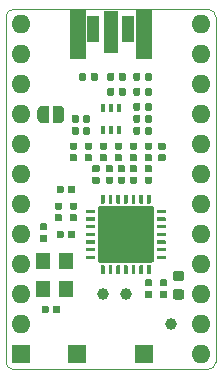
<source format=gbr>
%TF.GenerationSoftware,KiCad,Pcbnew,5.1.5-52549c5~84~ubuntu19.04.1*%
%TF.CreationDate,2020-02-22T14:04:14+00:00*%
%TF.ProjectId,ProMicro_SX1276,50726f4d-6963-4726-9f5f-535831323736,v1.0*%
%TF.SameCoordinates,Original*%
%TF.FileFunction,Soldermask,Top*%
%TF.FilePolarity,Negative*%
%FSLAX45Y45*%
G04 Gerber Fmt 4.5, Leading zero omitted, Abs format (unit mm)*
G04 Created by KiCad (PCBNEW 5.1.5-52549c5~84~ubuntu19.04.1) date 2020-02-22 14:04:14*
%MOMM*%
%LPD*%
G04 APERTURE LIST*
%ADD10C,0.100000*%
%ADD11R,1.050000X2.200000*%
%ADD12R,1.000000X1.050000*%
%ADD13C,0.150000*%
%ADD14R,1.500000X1.500000*%
%ADD15R,0.400000X0.650000*%
%ADD16R,1.270000X3.600000*%
%ADD17R,1.350000X4.200000*%
%ADD18C,1.000000*%
%ADD19O,1.600000X1.600000*%
%ADD20R,1.600000X1.600000*%
%ADD21R,1.200000X1.400000*%
G04 APERTURE END LIST*
D10*
X18923000Y-8826500D02*
G75*
G02X18986500Y-8763000I63500J0D01*
G01*
X20637500Y-8763000D02*
G75*
G02X20701000Y-8826500I0J-63500D01*
G01*
X18986500Y-8763000D02*
X20637500Y-8763000D01*
X20701000Y-11747500D02*
G75*
G02X20637500Y-11811000I-63500J0D01*
G01*
X18986500Y-11811000D02*
G75*
G02X18923000Y-11747500I0J63500D01*
G01*
X18923000Y-11747500D02*
X18923000Y-8826500D01*
X20637500Y-11811000D02*
X18986500Y-11811000D01*
X20701000Y-8826500D02*
X20701000Y-11747500D01*
D11*
X19664500Y-8926000D03*
D12*
X19812000Y-9078500D03*
D11*
X19959500Y-8926000D03*
D13*
G36*
X19239000Y-9726940D02*
G01*
X19236547Y-9726940D01*
X19231664Y-9726459D01*
X19226851Y-9725502D01*
X19222156Y-9724077D01*
X19217622Y-9722200D01*
X19213295Y-9719886D01*
X19209215Y-9717160D01*
X19205422Y-9714048D01*
X19201952Y-9710578D01*
X19198840Y-9706785D01*
X19196114Y-9702705D01*
X19193801Y-9698378D01*
X19191923Y-9693845D01*
X19190498Y-9689149D01*
X19189541Y-9684337D01*
X19189060Y-9679453D01*
X19189060Y-9677000D01*
X19189000Y-9677000D01*
X19189000Y-9627000D01*
X19189060Y-9627000D01*
X19189060Y-9624547D01*
X19189541Y-9619664D01*
X19190498Y-9614851D01*
X19191923Y-9610156D01*
X19193801Y-9605622D01*
X19196114Y-9601295D01*
X19198840Y-9597215D01*
X19201952Y-9593422D01*
X19205422Y-9589952D01*
X19209215Y-9586840D01*
X19213295Y-9584114D01*
X19217622Y-9581801D01*
X19222156Y-9579923D01*
X19226851Y-9578498D01*
X19231664Y-9577541D01*
X19236547Y-9577060D01*
X19239000Y-9577060D01*
X19239000Y-9577000D01*
X19289000Y-9577000D01*
X19289000Y-9727000D01*
X19239000Y-9727000D01*
X19239000Y-9726940D01*
G37*
G36*
X19319000Y-9577000D02*
G01*
X19369000Y-9577000D01*
X19369000Y-9577060D01*
X19371453Y-9577060D01*
X19376337Y-9577541D01*
X19381149Y-9578498D01*
X19385845Y-9579923D01*
X19390378Y-9581801D01*
X19394705Y-9584114D01*
X19398785Y-9586840D01*
X19402578Y-9589952D01*
X19406048Y-9593422D01*
X19409160Y-9597215D01*
X19411886Y-9601295D01*
X19414200Y-9605622D01*
X19416077Y-9610156D01*
X19417502Y-9614851D01*
X19418459Y-9619664D01*
X19418940Y-9624547D01*
X19418940Y-9627000D01*
X19419000Y-9627000D01*
X19419000Y-9677000D01*
X19418940Y-9677000D01*
X19418940Y-9679453D01*
X19418459Y-9684337D01*
X19417502Y-9689149D01*
X19416077Y-9693845D01*
X19414200Y-9698378D01*
X19411886Y-9702705D01*
X19409160Y-9706785D01*
X19406048Y-9710578D01*
X19402578Y-9714048D01*
X19398785Y-9717160D01*
X19394705Y-9719886D01*
X19390378Y-9722200D01*
X19385845Y-9724077D01*
X19381149Y-9725502D01*
X19376337Y-9726459D01*
X19371453Y-9726940D01*
X19369000Y-9726940D01*
X19369000Y-9727000D01*
X19319000Y-9727000D01*
X19319000Y-9577000D01*
G37*
G36*
X19919596Y-10082071D02*
G01*
X19921028Y-10082283D01*
X19922432Y-10082635D01*
X19923795Y-10083123D01*
X19925103Y-10083742D01*
X19926345Y-10084486D01*
X19927507Y-10085348D01*
X19928580Y-10086320D01*
X19929552Y-10087393D01*
X19930414Y-10088555D01*
X19931158Y-10089797D01*
X19931777Y-10091105D01*
X19932265Y-10092468D01*
X19932617Y-10093872D01*
X19932829Y-10095304D01*
X19932900Y-10096750D01*
X19932900Y-10126250D01*
X19932829Y-10127696D01*
X19932617Y-10129128D01*
X19932265Y-10130532D01*
X19931777Y-10131895D01*
X19931158Y-10133203D01*
X19930414Y-10134445D01*
X19929552Y-10135607D01*
X19928580Y-10136680D01*
X19927507Y-10137652D01*
X19926345Y-10138514D01*
X19925103Y-10139258D01*
X19923795Y-10139877D01*
X19922432Y-10140365D01*
X19921028Y-10140717D01*
X19919596Y-10140929D01*
X19918150Y-10141000D01*
X19883650Y-10141000D01*
X19882204Y-10140929D01*
X19880772Y-10140717D01*
X19879368Y-10140365D01*
X19878005Y-10139877D01*
X19876697Y-10139258D01*
X19875455Y-10138514D01*
X19874293Y-10137652D01*
X19873220Y-10136680D01*
X19872248Y-10135607D01*
X19871386Y-10134445D01*
X19870642Y-10133203D01*
X19870023Y-10131895D01*
X19869535Y-10130532D01*
X19869183Y-10129128D01*
X19868971Y-10127696D01*
X19868900Y-10126250D01*
X19868900Y-10096750D01*
X19868971Y-10095304D01*
X19869183Y-10093872D01*
X19869535Y-10092468D01*
X19870023Y-10091105D01*
X19870642Y-10089797D01*
X19871386Y-10088555D01*
X19872248Y-10087393D01*
X19873220Y-10086320D01*
X19874293Y-10085348D01*
X19875455Y-10084486D01*
X19876697Y-10083742D01*
X19878005Y-10083123D01*
X19879368Y-10082635D01*
X19880772Y-10082283D01*
X19882204Y-10082071D01*
X19883650Y-10082000D01*
X19918150Y-10082000D01*
X19919596Y-10082071D01*
G37*
G36*
X19919596Y-10179071D02*
G01*
X19921028Y-10179283D01*
X19922432Y-10179635D01*
X19923795Y-10180123D01*
X19925103Y-10180742D01*
X19926345Y-10181486D01*
X19927507Y-10182348D01*
X19928580Y-10183320D01*
X19929552Y-10184393D01*
X19930414Y-10185555D01*
X19931158Y-10186797D01*
X19931777Y-10188105D01*
X19932265Y-10189468D01*
X19932617Y-10190872D01*
X19932829Y-10192304D01*
X19932900Y-10193750D01*
X19932900Y-10223250D01*
X19932829Y-10224696D01*
X19932617Y-10226128D01*
X19932265Y-10227532D01*
X19931777Y-10228895D01*
X19931158Y-10230203D01*
X19930414Y-10231445D01*
X19929552Y-10232607D01*
X19928580Y-10233680D01*
X19927507Y-10234652D01*
X19926345Y-10235514D01*
X19925103Y-10236258D01*
X19923795Y-10236877D01*
X19922432Y-10237365D01*
X19921028Y-10237717D01*
X19919596Y-10237929D01*
X19918150Y-10238000D01*
X19883650Y-10238000D01*
X19882204Y-10237929D01*
X19880772Y-10237717D01*
X19879368Y-10237365D01*
X19878005Y-10236877D01*
X19876697Y-10236258D01*
X19875455Y-10235514D01*
X19874293Y-10234652D01*
X19873220Y-10233680D01*
X19872248Y-10232607D01*
X19871386Y-10231445D01*
X19870642Y-10230203D01*
X19870023Y-10228895D01*
X19869535Y-10227532D01*
X19869183Y-10226128D01*
X19868971Y-10224696D01*
X19868900Y-10223250D01*
X19868900Y-10193750D01*
X19868971Y-10192304D01*
X19869183Y-10190872D01*
X19869535Y-10189468D01*
X19870023Y-10188105D01*
X19870642Y-10186797D01*
X19871386Y-10185555D01*
X19872248Y-10184393D01*
X19873220Y-10183320D01*
X19874293Y-10182348D01*
X19875455Y-10181486D01*
X19876697Y-10180742D01*
X19878005Y-10180123D01*
X19879368Y-10179635D01*
X19880772Y-10179283D01*
X19882204Y-10179071D01*
X19883650Y-10179000D01*
X19918150Y-10179000D01*
X19919596Y-10179071D01*
G37*
G36*
X20262496Y-9891571D02*
G01*
X20263928Y-9891783D01*
X20265332Y-9892135D01*
X20266695Y-9892623D01*
X20268003Y-9893242D01*
X20269245Y-9893986D01*
X20270407Y-9894848D01*
X20271480Y-9895820D01*
X20272452Y-9896893D01*
X20273314Y-9898055D01*
X20274058Y-9899297D01*
X20274677Y-9900605D01*
X20275165Y-9901968D01*
X20275517Y-9903372D01*
X20275729Y-9904804D01*
X20275800Y-9906250D01*
X20275800Y-9935750D01*
X20275729Y-9937196D01*
X20275517Y-9938628D01*
X20275165Y-9940032D01*
X20274677Y-9941395D01*
X20274058Y-9942703D01*
X20273314Y-9943945D01*
X20272452Y-9945107D01*
X20271480Y-9946180D01*
X20270407Y-9947152D01*
X20269245Y-9948014D01*
X20268003Y-9948758D01*
X20266695Y-9949377D01*
X20265332Y-9949865D01*
X20263928Y-9950217D01*
X20262496Y-9950429D01*
X20261050Y-9950500D01*
X20226550Y-9950500D01*
X20225104Y-9950429D01*
X20223672Y-9950217D01*
X20222268Y-9949865D01*
X20220905Y-9949377D01*
X20219597Y-9948758D01*
X20218355Y-9948014D01*
X20217193Y-9947152D01*
X20216120Y-9946180D01*
X20215148Y-9945107D01*
X20214286Y-9943945D01*
X20213542Y-9942703D01*
X20212923Y-9941395D01*
X20212435Y-9940032D01*
X20212083Y-9938628D01*
X20211871Y-9937196D01*
X20211800Y-9935750D01*
X20211800Y-9906250D01*
X20211871Y-9904804D01*
X20212083Y-9903372D01*
X20212435Y-9901968D01*
X20212923Y-9900605D01*
X20213542Y-9899297D01*
X20214286Y-9898055D01*
X20215148Y-9896893D01*
X20216120Y-9895820D01*
X20217193Y-9894848D01*
X20218355Y-9893986D01*
X20219597Y-9893242D01*
X20220905Y-9892623D01*
X20222268Y-9892135D01*
X20223672Y-9891783D01*
X20225104Y-9891571D01*
X20226550Y-9891500D01*
X20261050Y-9891500D01*
X20262496Y-9891571D01*
G37*
G36*
X20262496Y-9988571D02*
G01*
X20263928Y-9988783D01*
X20265332Y-9989135D01*
X20266695Y-9989623D01*
X20268003Y-9990242D01*
X20269245Y-9990986D01*
X20270407Y-9991848D01*
X20271480Y-9992820D01*
X20272452Y-9993893D01*
X20273314Y-9995055D01*
X20274058Y-9996297D01*
X20274677Y-9997605D01*
X20275165Y-9998968D01*
X20275517Y-10000372D01*
X20275729Y-10001804D01*
X20275800Y-10003250D01*
X20275800Y-10032750D01*
X20275729Y-10034196D01*
X20275517Y-10035628D01*
X20275165Y-10037032D01*
X20274677Y-10038395D01*
X20274058Y-10039703D01*
X20273314Y-10040945D01*
X20272452Y-10042107D01*
X20271480Y-10043180D01*
X20270407Y-10044152D01*
X20269245Y-10045014D01*
X20268003Y-10045758D01*
X20266695Y-10046377D01*
X20265332Y-10046865D01*
X20263928Y-10047217D01*
X20262496Y-10047429D01*
X20261050Y-10047500D01*
X20226550Y-10047500D01*
X20225104Y-10047429D01*
X20223672Y-10047217D01*
X20222268Y-10046865D01*
X20220905Y-10046377D01*
X20219597Y-10045758D01*
X20218355Y-10045014D01*
X20217193Y-10044152D01*
X20216120Y-10043180D01*
X20215148Y-10042107D01*
X20214286Y-10040945D01*
X20213542Y-10039703D01*
X20212923Y-10038395D01*
X20212435Y-10037032D01*
X20212083Y-10035628D01*
X20211871Y-10034196D01*
X20211800Y-10032750D01*
X20211800Y-10003250D01*
X20211871Y-10001804D01*
X20212083Y-10000372D01*
X20212435Y-9998968D01*
X20212923Y-9997605D01*
X20213542Y-9996297D01*
X20214286Y-9995055D01*
X20215148Y-9993893D01*
X20216120Y-9992820D01*
X20217193Y-9991848D01*
X20218355Y-9990986D01*
X20219597Y-9990242D01*
X20220905Y-9989623D01*
X20222268Y-9989135D01*
X20223672Y-9988783D01*
X20225104Y-9988571D01*
X20226550Y-9988500D01*
X20261050Y-9988500D01*
X20262496Y-9988571D01*
G37*
D14*
X20093940Y-11684000D03*
X19529298Y-11684000D03*
D13*
G36*
X19525696Y-9658171D02*
G01*
X19527128Y-9658383D01*
X19528532Y-9658735D01*
X19529895Y-9659223D01*
X19531203Y-9659842D01*
X19532445Y-9660586D01*
X19533607Y-9661448D01*
X19534680Y-9662420D01*
X19535652Y-9663493D01*
X19536514Y-9664655D01*
X19537258Y-9665897D01*
X19537877Y-9667205D01*
X19538365Y-9668568D01*
X19538717Y-9669972D01*
X19538929Y-9671404D01*
X19539000Y-9672850D01*
X19539000Y-9707350D01*
X19538929Y-9708796D01*
X19538717Y-9710228D01*
X19538365Y-9711632D01*
X19537877Y-9712995D01*
X19537258Y-9714303D01*
X19536514Y-9715545D01*
X19535652Y-9716707D01*
X19534680Y-9717780D01*
X19533607Y-9718752D01*
X19532445Y-9719614D01*
X19531203Y-9720358D01*
X19529895Y-9720977D01*
X19528532Y-9721465D01*
X19527128Y-9721817D01*
X19525696Y-9722029D01*
X19524250Y-9722100D01*
X19494750Y-9722100D01*
X19493304Y-9722029D01*
X19491872Y-9721817D01*
X19490468Y-9721465D01*
X19489105Y-9720977D01*
X19487797Y-9720358D01*
X19486555Y-9719614D01*
X19485393Y-9718752D01*
X19484320Y-9717780D01*
X19483348Y-9716707D01*
X19482486Y-9715545D01*
X19481742Y-9714303D01*
X19481123Y-9712995D01*
X19480635Y-9711632D01*
X19480283Y-9710228D01*
X19480071Y-9708796D01*
X19480000Y-9707350D01*
X19480000Y-9672850D01*
X19480071Y-9671404D01*
X19480283Y-9669972D01*
X19480635Y-9668568D01*
X19481123Y-9667205D01*
X19481742Y-9665897D01*
X19482486Y-9664655D01*
X19483348Y-9663493D01*
X19484320Y-9662420D01*
X19485393Y-9661448D01*
X19486555Y-9660586D01*
X19487797Y-9659842D01*
X19489105Y-9659223D01*
X19490468Y-9658735D01*
X19491872Y-9658383D01*
X19493304Y-9658171D01*
X19494750Y-9658100D01*
X19524250Y-9658100D01*
X19525696Y-9658171D01*
G37*
G36*
X19622696Y-9658171D02*
G01*
X19624128Y-9658383D01*
X19625532Y-9658735D01*
X19626895Y-9659223D01*
X19628203Y-9659842D01*
X19629445Y-9660586D01*
X19630607Y-9661448D01*
X19631680Y-9662420D01*
X19632652Y-9663493D01*
X19633514Y-9664655D01*
X19634258Y-9665897D01*
X19634877Y-9667205D01*
X19635365Y-9668568D01*
X19635717Y-9669972D01*
X19635929Y-9671404D01*
X19636000Y-9672850D01*
X19636000Y-9707350D01*
X19635929Y-9708796D01*
X19635717Y-9710228D01*
X19635365Y-9711632D01*
X19634877Y-9712995D01*
X19634258Y-9714303D01*
X19633514Y-9715545D01*
X19632652Y-9716707D01*
X19631680Y-9717780D01*
X19630607Y-9718752D01*
X19629445Y-9719614D01*
X19628203Y-9720358D01*
X19626895Y-9720977D01*
X19625532Y-9721465D01*
X19624128Y-9721817D01*
X19622696Y-9722029D01*
X19621250Y-9722100D01*
X19591750Y-9722100D01*
X19590304Y-9722029D01*
X19588872Y-9721817D01*
X19587468Y-9721465D01*
X19586105Y-9720977D01*
X19584797Y-9720358D01*
X19583555Y-9719614D01*
X19582393Y-9718752D01*
X19581320Y-9717780D01*
X19580348Y-9716707D01*
X19579486Y-9715545D01*
X19578742Y-9714303D01*
X19578123Y-9712995D01*
X19577635Y-9711632D01*
X19577283Y-9710228D01*
X19577071Y-9708796D01*
X19577000Y-9707350D01*
X19577000Y-9672850D01*
X19577071Y-9671404D01*
X19577283Y-9669972D01*
X19577635Y-9668568D01*
X19578123Y-9667205D01*
X19578742Y-9665897D01*
X19579486Y-9664655D01*
X19580348Y-9663493D01*
X19581320Y-9662420D01*
X19582393Y-9661448D01*
X19583555Y-9660586D01*
X19584797Y-9659842D01*
X19586105Y-9659223D01*
X19587468Y-9658735D01*
X19588872Y-9658383D01*
X19590304Y-9658171D01*
X19591750Y-9658100D01*
X19621250Y-9658100D01*
X19622696Y-9658171D01*
G37*
G36*
X20145696Y-9429571D02*
G01*
X20147128Y-9429783D01*
X20148532Y-9430135D01*
X20149895Y-9430623D01*
X20151203Y-9431242D01*
X20152445Y-9431986D01*
X20153607Y-9432848D01*
X20154680Y-9433820D01*
X20155652Y-9434893D01*
X20156514Y-9436055D01*
X20157258Y-9437297D01*
X20157877Y-9438605D01*
X20158365Y-9439968D01*
X20158717Y-9441372D01*
X20158929Y-9442804D01*
X20159000Y-9444250D01*
X20159000Y-9478750D01*
X20158929Y-9480196D01*
X20158717Y-9481628D01*
X20158365Y-9483032D01*
X20157877Y-9484395D01*
X20157258Y-9485703D01*
X20156514Y-9486945D01*
X20155652Y-9488107D01*
X20154680Y-9489180D01*
X20153607Y-9490152D01*
X20152445Y-9491014D01*
X20151203Y-9491758D01*
X20149895Y-9492377D01*
X20148532Y-9492865D01*
X20147128Y-9493217D01*
X20145696Y-9493429D01*
X20144250Y-9493500D01*
X20114750Y-9493500D01*
X20113304Y-9493429D01*
X20111872Y-9493217D01*
X20110468Y-9492865D01*
X20109105Y-9492377D01*
X20107797Y-9491758D01*
X20106555Y-9491014D01*
X20105393Y-9490152D01*
X20104320Y-9489180D01*
X20103348Y-9488107D01*
X20102486Y-9486945D01*
X20101742Y-9485703D01*
X20101123Y-9484395D01*
X20100635Y-9483032D01*
X20100283Y-9481628D01*
X20100071Y-9480196D01*
X20100000Y-9478750D01*
X20100000Y-9444250D01*
X20100071Y-9442804D01*
X20100283Y-9441372D01*
X20100635Y-9439968D01*
X20101123Y-9438605D01*
X20101742Y-9437297D01*
X20102486Y-9436055D01*
X20103348Y-9434893D01*
X20104320Y-9433820D01*
X20105393Y-9432848D01*
X20106555Y-9431986D01*
X20107797Y-9431242D01*
X20109105Y-9430623D01*
X20110468Y-9430135D01*
X20111872Y-9429783D01*
X20113304Y-9429571D01*
X20114750Y-9429500D01*
X20144250Y-9429500D01*
X20145696Y-9429571D01*
G37*
G36*
X20048696Y-9429571D02*
G01*
X20050128Y-9429783D01*
X20051532Y-9430135D01*
X20052895Y-9430623D01*
X20054203Y-9431242D01*
X20055445Y-9431986D01*
X20056607Y-9432848D01*
X20057680Y-9433820D01*
X20058652Y-9434893D01*
X20059514Y-9436055D01*
X20060258Y-9437297D01*
X20060877Y-9438605D01*
X20061365Y-9439968D01*
X20061717Y-9441372D01*
X20061929Y-9442804D01*
X20062000Y-9444250D01*
X20062000Y-9478750D01*
X20061929Y-9480196D01*
X20061717Y-9481628D01*
X20061365Y-9483032D01*
X20060877Y-9484395D01*
X20060258Y-9485703D01*
X20059514Y-9486945D01*
X20058652Y-9488107D01*
X20057680Y-9489180D01*
X20056607Y-9490152D01*
X20055445Y-9491014D01*
X20054203Y-9491758D01*
X20052895Y-9492377D01*
X20051532Y-9492865D01*
X20050128Y-9493217D01*
X20048696Y-9493429D01*
X20047250Y-9493500D01*
X20017750Y-9493500D01*
X20016304Y-9493429D01*
X20014872Y-9493217D01*
X20013468Y-9492865D01*
X20012105Y-9492377D01*
X20010797Y-9491758D01*
X20009555Y-9491014D01*
X20008393Y-9490152D01*
X20007320Y-9489180D01*
X20006348Y-9488107D01*
X20005486Y-9486945D01*
X20004742Y-9485703D01*
X20004123Y-9484395D01*
X20003635Y-9483032D01*
X20003283Y-9481628D01*
X20003071Y-9480196D01*
X20003000Y-9478750D01*
X20003000Y-9444250D01*
X20003071Y-9442804D01*
X20003283Y-9441372D01*
X20003635Y-9439968D01*
X20004123Y-9438605D01*
X20004742Y-9437297D01*
X20005486Y-9436055D01*
X20006348Y-9434893D01*
X20007320Y-9433820D01*
X20008393Y-9432848D01*
X20009555Y-9431986D01*
X20010797Y-9431242D01*
X20012105Y-9430623D01*
X20013468Y-9430135D01*
X20014872Y-9429783D01*
X20016304Y-9429571D01*
X20017750Y-9429500D01*
X20047250Y-9429500D01*
X20048696Y-9429571D01*
G37*
G36*
X19640196Y-9988571D02*
G01*
X19641628Y-9988783D01*
X19643032Y-9989135D01*
X19644395Y-9989623D01*
X19645703Y-9990242D01*
X19646945Y-9990986D01*
X19648107Y-9991848D01*
X19649180Y-9992820D01*
X19650152Y-9993893D01*
X19651014Y-9995055D01*
X19651758Y-9996297D01*
X19652377Y-9997605D01*
X19652865Y-9998968D01*
X19653217Y-10000372D01*
X19653429Y-10001804D01*
X19653500Y-10003250D01*
X19653500Y-10032750D01*
X19653429Y-10034196D01*
X19653217Y-10035628D01*
X19652865Y-10037032D01*
X19652377Y-10038395D01*
X19651758Y-10039703D01*
X19651014Y-10040945D01*
X19650152Y-10042107D01*
X19649180Y-10043180D01*
X19648107Y-10044152D01*
X19646945Y-10045014D01*
X19645703Y-10045758D01*
X19644395Y-10046377D01*
X19643032Y-10046865D01*
X19641628Y-10047217D01*
X19640196Y-10047429D01*
X19638750Y-10047500D01*
X19604250Y-10047500D01*
X19602804Y-10047429D01*
X19601372Y-10047217D01*
X19599968Y-10046865D01*
X19598605Y-10046377D01*
X19597297Y-10045758D01*
X19596055Y-10045014D01*
X19594893Y-10044152D01*
X19593820Y-10043180D01*
X19592848Y-10042107D01*
X19591986Y-10040945D01*
X19591242Y-10039703D01*
X19590623Y-10038395D01*
X19590135Y-10037032D01*
X19589783Y-10035628D01*
X19589571Y-10034196D01*
X19589500Y-10032750D01*
X19589500Y-10003250D01*
X19589571Y-10001804D01*
X19589783Y-10000372D01*
X19590135Y-9998968D01*
X19590623Y-9997605D01*
X19591242Y-9996297D01*
X19591986Y-9995055D01*
X19592848Y-9993893D01*
X19593820Y-9992820D01*
X19594893Y-9991848D01*
X19596055Y-9990986D01*
X19597297Y-9990242D01*
X19598605Y-9989623D01*
X19599968Y-9989135D01*
X19601372Y-9988783D01*
X19602804Y-9988571D01*
X19604250Y-9988500D01*
X19638750Y-9988500D01*
X19640196Y-9988571D01*
G37*
G36*
X19640196Y-9891571D02*
G01*
X19641628Y-9891783D01*
X19643032Y-9892135D01*
X19644395Y-9892623D01*
X19645703Y-9893242D01*
X19646945Y-9893986D01*
X19648107Y-9894848D01*
X19649180Y-9895820D01*
X19650152Y-9896893D01*
X19651014Y-9898055D01*
X19651758Y-9899297D01*
X19652377Y-9900605D01*
X19652865Y-9901968D01*
X19653217Y-9903372D01*
X19653429Y-9904804D01*
X19653500Y-9906250D01*
X19653500Y-9935750D01*
X19653429Y-9937196D01*
X19653217Y-9938628D01*
X19652865Y-9940032D01*
X19652377Y-9941395D01*
X19651758Y-9942703D01*
X19651014Y-9943945D01*
X19650152Y-9945107D01*
X19649180Y-9946180D01*
X19648107Y-9947152D01*
X19646945Y-9948014D01*
X19645703Y-9948758D01*
X19644395Y-9949377D01*
X19643032Y-9949865D01*
X19641628Y-9950217D01*
X19640196Y-9950429D01*
X19638750Y-9950500D01*
X19604250Y-9950500D01*
X19602804Y-9950429D01*
X19601372Y-9950217D01*
X19599968Y-9949865D01*
X19598605Y-9949377D01*
X19597297Y-9948758D01*
X19596055Y-9948014D01*
X19594893Y-9947152D01*
X19593820Y-9946180D01*
X19592848Y-9945107D01*
X19591986Y-9943945D01*
X19591242Y-9942703D01*
X19590623Y-9941395D01*
X19590135Y-9940032D01*
X19589783Y-9938628D01*
X19589571Y-9937196D01*
X19589500Y-9935750D01*
X19589500Y-9906250D01*
X19589571Y-9904804D01*
X19589783Y-9903372D01*
X19590135Y-9901968D01*
X19590623Y-9900605D01*
X19591242Y-9899297D01*
X19591986Y-9898055D01*
X19592848Y-9896893D01*
X19593820Y-9895820D01*
X19594893Y-9894848D01*
X19596055Y-9893986D01*
X19597297Y-9893242D01*
X19598605Y-9892623D01*
X19599968Y-9892135D01*
X19601372Y-9891783D01*
X19602804Y-9891571D01*
X19604250Y-9891500D01*
X19638750Y-9891500D01*
X19640196Y-9891571D01*
G37*
G36*
X19589196Y-9302571D02*
G01*
X19590628Y-9302783D01*
X19592032Y-9303135D01*
X19593395Y-9303623D01*
X19594703Y-9304242D01*
X19595945Y-9304986D01*
X19597107Y-9305848D01*
X19598180Y-9306820D01*
X19599152Y-9307893D01*
X19600014Y-9309055D01*
X19600758Y-9310297D01*
X19601377Y-9311605D01*
X19601865Y-9312968D01*
X19602217Y-9314372D01*
X19602429Y-9315804D01*
X19602500Y-9317250D01*
X19602500Y-9351750D01*
X19602429Y-9353196D01*
X19602217Y-9354628D01*
X19601865Y-9356032D01*
X19601377Y-9357395D01*
X19600758Y-9358703D01*
X19600014Y-9359945D01*
X19599152Y-9361107D01*
X19598180Y-9362180D01*
X19597107Y-9363152D01*
X19595945Y-9364014D01*
X19594703Y-9364758D01*
X19593395Y-9365377D01*
X19592032Y-9365865D01*
X19590628Y-9366217D01*
X19589196Y-9366429D01*
X19587750Y-9366500D01*
X19558250Y-9366500D01*
X19556804Y-9366429D01*
X19555372Y-9366217D01*
X19553968Y-9365865D01*
X19552605Y-9365377D01*
X19551297Y-9364758D01*
X19550055Y-9364014D01*
X19548893Y-9363152D01*
X19547820Y-9362180D01*
X19546848Y-9361107D01*
X19545986Y-9359945D01*
X19545242Y-9358703D01*
X19544623Y-9357395D01*
X19544135Y-9356032D01*
X19543783Y-9354628D01*
X19543571Y-9353196D01*
X19543500Y-9351750D01*
X19543500Y-9317250D01*
X19543571Y-9315804D01*
X19543783Y-9314372D01*
X19544135Y-9312968D01*
X19544623Y-9311605D01*
X19545242Y-9310297D01*
X19545986Y-9309055D01*
X19546848Y-9307893D01*
X19547820Y-9306820D01*
X19548893Y-9305848D01*
X19550055Y-9304986D01*
X19551297Y-9304242D01*
X19552605Y-9303623D01*
X19553968Y-9303135D01*
X19555372Y-9302783D01*
X19556804Y-9302571D01*
X19558250Y-9302500D01*
X19587750Y-9302500D01*
X19589196Y-9302571D01*
G37*
G36*
X19686196Y-9302571D02*
G01*
X19687628Y-9302783D01*
X19689032Y-9303135D01*
X19690395Y-9303623D01*
X19691703Y-9304242D01*
X19692945Y-9304986D01*
X19694107Y-9305848D01*
X19695180Y-9306820D01*
X19696152Y-9307893D01*
X19697014Y-9309055D01*
X19697758Y-9310297D01*
X19698377Y-9311605D01*
X19698865Y-9312968D01*
X19699217Y-9314372D01*
X19699429Y-9315804D01*
X19699500Y-9317250D01*
X19699500Y-9351750D01*
X19699429Y-9353196D01*
X19699217Y-9354628D01*
X19698865Y-9356032D01*
X19698377Y-9357395D01*
X19697758Y-9358703D01*
X19697014Y-9359945D01*
X19696152Y-9361107D01*
X19695180Y-9362180D01*
X19694107Y-9363152D01*
X19692945Y-9364014D01*
X19691703Y-9364758D01*
X19690395Y-9365377D01*
X19689032Y-9365865D01*
X19687628Y-9366217D01*
X19686196Y-9366429D01*
X19684750Y-9366500D01*
X19655250Y-9366500D01*
X19653804Y-9366429D01*
X19652372Y-9366217D01*
X19650968Y-9365865D01*
X19649605Y-9365377D01*
X19648297Y-9364758D01*
X19647055Y-9364014D01*
X19645893Y-9363152D01*
X19644820Y-9362180D01*
X19643848Y-9361107D01*
X19642986Y-9359945D01*
X19642242Y-9358703D01*
X19641623Y-9357395D01*
X19641135Y-9356032D01*
X19640783Y-9354628D01*
X19640571Y-9353196D01*
X19640500Y-9351750D01*
X19640500Y-9317250D01*
X19640571Y-9315804D01*
X19640783Y-9314372D01*
X19641135Y-9312968D01*
X19641623Y-9311605D01*
X19642242Y-9310297D01*
X19642986Y-9309055D01*
X19643848Y-9307893D01*
X19644820Y-9306820D01*
X19645893Y-9305848D01*
X19647055Y-9304986D01*
X19648297Y-9304242D01*
X19649605Y-9303623D01*
X19650968Y-9303135D01*
X19652372Y-9302783D01*
X19653804Y-9302571D01*
X19655250Y-9302500D01*
X19684750Y-9302500D01*
X19686196Y-9302571D01*
G37*
G36*
X20145696Y-9302571D02*
G01*
X20147128Y-9302783D01*
X20148532Y-9303135D01*
X20149895Y-9303623D01*
X20151203Y-9304242D01*
X20152445Y-9304986D01*
X20153607Y-9305848D01*
X20154680Y-9306820D01*
X20155652Y-9307893D01*
X20156514Y-9309055D01*
X20157258Y-9310297D01*
X20157877Y-9311605D01*
X20158365Y-9312968D01*
X20158717Y-9314372D01*
X20158929Y-9315804D01*
X20159000Y-9317250D01*
X20159000Y-9351750D01*
X20158929Y-9353196D01*
X20158717Y-9354628D01*
X20158365Y-9356032D01*
X20157877Y-9357395D01*
X20157258Y-9358703D01*
X20156514Y-9359945D01*
X20155652Y-9361107D01*
X20154680Y-9362180D01*
X20153607Y-9363152D01*
X20152445Y-9364014D01*
X20151203Y-9364758D01*
X20149895Y-9365377D01*
X20148532Y-9365865D01*
X20147128Y-9366217D01*
X20145696Y-9366429D01*
X20144250Y-9366500D01*
X20114750Y-9366500D01*
X20113304Y-9366429D01*
X20111872Y-9366217D01*
X20110468Y-9365865D01*
X20109105Y-9365377D01*
X20107797Y-9364758D01*
X20106555Y-9364014D01*
X20105393Y-9363152D01*
X20104320Y-9362180D01*
X20103348Y-9361107D01*
X20102486Y-9359945D01*
X20101742Y-9358703D01*
X20101123Y-9357395D01*
X20100635Y-9356032D01*
X20100283Y-9354628D01*
X20100071Y-9353196D01*
X20100000Y-9351750D01*
X20100000Y-9317250D01*
X20100071Y-9315804D01*
X20100283Y-9314372D01*
X20100635Y-9312968D01*
X20101123Y-9311605D01*
X20101742Y-9310297D01*
X20102486Y-9309055D01*
X20103348Y-9307893D01*
X20104320Y-9306820D01*
X20105393Y-9305848D01*
X20106555Y-9304986D01*
X20107797Y-9304242D01*
X20109105Y-9303623D01*
X20110468Y-9303135D01*
X20111872Y-9302783D01*
X20113304Y-9302571D01*
X20114750Y-9302500D01*
X20144250Y-9302500D01*
X20145696Y-9302571D01*
G37*
G36*
X20048696Y-9302571D02*
G01*
X20050128Y-9302783D01*
X20051532Y-9303135D01*
X20052895Y-9303623D01*
X20054203Y-9304242D01*
X20055445Y-9304986D01*
X20056607Y-9305848D01*
X20057680Y-9306820D01*
X20058652Y-9307893D01*
X20059514Y-9309055D01*
X20060258Y-9310297D01*
X20060877Y-9311605D01*
X20061365Y-9312968D01*
X20061717Y-9314372D01*
X20061929Y-9315804D01*
X20062000Y-9317250D01*
X20062000Y-9351750D01*
X20061929Y-9353196D01*
X20061717Y-9354628D01*
X20061365Y-9356032D01*
X20060877Y-9357395D01*
X20060258Y-9358703D01*
X20059514Y-9359945D01*
X20058652Y-9361107D01*
X20057680Y-9362180D01*
X20056607Y-9363152D01*
X20055445Y-9364014D01*
X20054203Y-9364758D01*
X20052895Y-9365377D01*
X20051532Y-9365865D01*
X20050128Y-9366217D01*
X20048696Y-9366429D01*
X20047250Y-9366500D01*
X20017750Y-9366500D01*
X20016304Y-9366429D01*
X20014872Y-9366217D01*
X20013468Y-9365865D01*
X20012105Y-9365377D01*
X20010797Y-9364758D01*
X20009555Y-9364014D01*
X20008393Y-9363152D01*
X20007320Y-9362180D01*
X20006348Y-9361107D01*
X20005486Y-9359945D01*
X20004742Y-9358703D01*
X20004123Y-9357395D01*
X20003635Y-9356032D01*
X20003283Y-9354628D01*
X20003071Y-9353196D01*
X20003000Y-9351750D01*
X20003000Y-9317250D01*
X20003071Y-9315804D01*
X20003283Y-9314372D01*
X20003635Y-9312968D01*
X20004123Y-9311605D01*
X20004742Y-9310297D01*
X20005486Y-9309055D01*
X20006348Y-9307893D01*
X20007320Y-9306820D01*
X20008393Y-9305848D01*
X20009555Y-9304986D01*
X20010797Y-9304242D01*
X20012105Y-9303623D01*
X20013468Y-9303135D01*
X20014872Y-9302783D01*
X20016304Y-9302571D01*
X20017750Y-9302500D01*
X20047250Y-9302500D01*
X20048696Y-9302571D01*
G37*
G36*
X19828196Y-9429571D02*
G01*
X19829628Y-9429783D01*
X19831032Y-9430135D01*
X19832395Y-9430623D01*
X19833703Y-9431242D01*
X19834945Y-9431986D01*
X19836107Y-9432848D01*
X19837180Y-9433820D01*
X19838152Y-9434893D01*
X19839014Y-9436055D01*
X19839758Y-9437297D01*
X19840377Y-9438605D01*
X19840865Y-9439968D01*
X19841217Y-9441372D01*
X19841429Y-9442804D01*
X19841500Y-9444250D01*
X19841500Y-9478750D01*
X19841429Y-9480196D01*
X19841217Y-9481628D01*
X19840865Y-9483032D01*
X19840377Y-9484395D01*
X19839758Y-9485703D01*
X19839014Y-9486945D01*
X19838152Y-9488107D01*
X19837180Y-9489180D01*
X19836107Y-9490152D01*
X19834945Y-9491014D01*
X19833703Y-9491758D01*
X19832395Y-9492377D01*
X19831032Y-9492865D01*
X19829628Y-9493217D01*
X19828196Y-9493429D01*
X19826750Y-9493500D01*
X19797250Y-9493500D01*
X19795804Y-9493429D01*
X19794372Y-9493217D01*
X19792968Y-9492865D01*
X19791605Y-9492377D01*
X19790297Y-9491758D01*
X19789055Y-9491014D01*
X19787893Y-9490152D01*
X19786820Y-9489180D01*
X19785848Y-9488107D01*
X19784986Y-9486945D01*
X19784242Y-9485703D01*
X19783623Y-9484395D01*
X19783135Y-9483032D01*
X19782783Y-9481628D01*
X19782571Y-9480196D01*
X19782500Y-9478750D01*
X19782500Y-9444250D01*
X19782571Y-9442804D01*
X19782783Y-9441372D01*
X19783135Y-9439968D01*
X19783623Y-9438605D01*
X19784242Y-9437297D01*
X19784986Y-9436055D01*
X19785848Y-9434893D01*
X19786820Y-9433820D01*
X19787893Y-9432848D01*
X19789055Y-9431986D01*
X19790297Y-9431242D01*
X19791605Y-9430623D01*
X19792968Y-9430135D01*
X19794372Y-9429783D01*
X19795804Y-9429571D01*
X19797250Y-9429500D01*
X19826750Y-9429500D01*
X19828196Y-9429571D01*
G37*
G36*
X19925196Y-9429571D02*
G01*
X19926628Y-9429783D01*
X19928032Y-9430135D01*
X19929395Y-9430623D01*
X19930703Y-9431242D01*
X19931945Y-9431986D01*
X19933107Y-9432848D01*
X19934180Y-9433820D01*
X19935152Y-9434893D01*
X19936014Y-9436055D01*
X19936758Y-9437297D01*
X19937377Y-9438605D01*
X19937865Y-9439968D01*
X19938217Y-9441372D01*
X19938429Y-9442804D01*
X19938500Y-9444250D01*
X19938500Y-9478750D01*
X19938429Y-9480196D01*
X19938217Y-9481628D01*
X19937865Y-9483032D01*
X19937377Y-9484395D01*
X19936758Y-9485703D01*
X19936014Y-9486945D01*
X19935152Y-9488107D01*
X19934180Y-9489180D01*
X19933107Y-9490152D01*
X19931945Y-9491014D01*
X19930703Y-9491758D01*
X19929395Y-9492377D01*
X19928032Y-9492865D01*
X19926628Y-9493217D01*
X19925196Y-9493429D01*
X19923750Y-9493500D01*
X19894250Y-9493500D01*
X19892804Y-9493429D01*
X19891372Y-9493217D01*
X19889968Y-9492865D01*
X19888605Y-9492377D01*
X19887297Y-9491758D01*
X19886055Y-9491014D01*
X19884893Y-9490152D01*
X19883820Y-9489180D01*
X19882848Y-9488107D01*
X19881986Y-9486945D01*
X19881242Y-9485703D01*
X19880623Y-9484395D01*
X19880135Y-9483032D01*
X19879783Y-9481628D01*
X19879571Y-9480196D01*
X19879500Y-9478750D01*
X19879500Y-9444250D01*
X19879571Y-9442804D01*
X19879783Y-9441372D01*
X19880135Y-9439968D01*
X19880623Y-9438605D01*
X19881242Y-9437297D01*
X19881986Y-9436055D01*
X19882848Y-9434893D01*
X19883820Y-9433820D01*
X19884893Y-9432848D01*
X19886055Y-9431986D01*
X19887297Y-9431242D01*
X19888605Y-9430623D01*
X19889968Y-9430135D01*
X19891372Y-9429783D01*
X19892804Y-9429571D01*
X19894250Y-9429500D01*
X19923750Y-9429500D01*
X19925196Y-9429571D01*
G37*
G36*
X19525696Y-9759771D02*
G01*
X19527128Y-9759983D01*
X19528532Y-9760335D01*
X19529895Y-9760823D01*
X19531203Y-9761442D01*
X19532445Y-9762186D01*
X19533607Y-9763048D01*
X19534680Y-9764020D01*
X19535652Y-9765093D01*
X19536514Y-9766255D01*
X19537258Y-9767497D01*
X19537877Y-9768805D01*
X19538365Y-9770168D01*
X19538717Y-9771572D01*
X19538929Y-9773004D01*
X19539000Y-9774450D01*
X19539000Y-9808950D01*
X19538929Y-9810396D01*
X19538717Y-9811828D01*
X19538365Y-9813232D01*
X19537877Y-9814595D01*
X19537258Y-9815903D01*
X19536514Y-9817145D01*
X19535652Y-9818307D01*
X19534680Y-9819380D01*
X19533607Y-9820352D01*
X19532445Y-9821214D01*
X19531203Y-9821958D01*
X19529895Y-9822577D01*
X19528532Y-9823065D01*
X19527128Y-9823417D01*
X19525696Y-9823629D01*
X19524250Y-9823700D01*
X19494750Y-9823700D01*
X19493304Y-9823629D01*
X19491872Y-9823417D01*
X19490468Y-9823065D01*
X19489105Y-9822577D01*
X19487797Y-9821958D01*
X19486555Y-9821214D01*
X19485393Y-9820352D01*
X19484320Y-9819380D01*
X19483348Y-9818307D01*
X19482486Y-9817145D01*
X19481742Y-9815903D01*
X19481123Y-9814595D01*
X19480635Y-9813232D01*
X19480283Y-9811828D01*
X19480071Y-9810396D01*
X19480000Y-9808950D01*
X19480000Y-9774450D01*
X19480071Y-9773004D01*
X19480283Y-9771572D01*
X19480635Y-9770168D01*
X19481123Y-9768805D01*
X19481742Y-9767497D01*
X19482486Y-9766255D01*
X19483348Y-9765093D01*
X19484320Y-9764020D01*
X19485393Y-9763048D01*
X19486555Y-9762186D01*
X19487797Y-9761442D01*
X19489105Y-9760823D01*
X19490468Y-9760335D01*
X19491872Y-9759983D01*
X19493304Y-9759771D01*
X19494750Y-9759700D01*
X19524250Y-9759700D01*
X19525696Y-9759771D01*
G37*
G36*
X19622696Y-9759771D02*
G01*
X19624128Y-9759983D01*
X19625532Y-9760335D01*
X19626895Y-9760823D01*
X19628203Y-9761442D01*
X19629445Y-9762186D01*
X19630607Y-9763048D01*
X19631680Y-9764020D01*
X19632652Y-9765093D01*
X19633514Y-9766255D01*
X19634258Y-9767497D01*
X19634877Y-9768805D01*
X19635365Y-9770168D01*
X19635717Y-9771572D01*
X19635929Y-9773004D01*
X19636000Y-9774450D01*
X19636000Y-9808950D01*
X19635929Y-9810396D01*
X19635717Y-9811828D01*
X19635365Y-9813232D01*
X19634877Y-9814595D01*
X19634258Y-9815903D01*
X19633514Y-9817145D01*
X19632652Y-9818307D01*
X19631680Y-9819380D01*
X19630607Y-9820352D01*
X19629445Y-9821214D01*
X19628203Y-9821958D01*
X19626895Y-9822577D01*
X19625532Y-9823065D01*
X19624128Y-9823417D01*
X19622696Y-9823629D01*
X19621250Y-9823700D01*
X19591750Y-9823700D01*
X19590304Y-9823629D01*
X19588872Y-9823417D01*
X19587468Y-9823065D01*
X19586105Y-9822577D01*
X19584797Y-9821958D01*
X19583555Y-9821214D01*
X19582393Y-9820352D01*
X19581320Y-9819380D01*
X19580348Y-9818307D01*
X19579486Y-9817145D01*
X19578742Y-9815903D01*
X19578123Y-9814595D01*
X19577635Y-9813232D01*
X19577283Y-9811828D01*
X19577071Y-9810396D01*
X19577000Y-9808950D01*
X19577000Y-9774450D01*
X19577071Y-9773004D01*
X19577283Y-9771572D01*
X19577635Y-9770168D01*
X19578123Y-9768805D01*
X19578742Y-9767497D01*
X19579486Y-9766255D01*
X19580348Y-9765093D01*
X19581320Y-9764020D01*
X19582393Y-9763048D01*
X19583555Y-9762186D01*
X19584797Y-9761442D01*
X19586105Y-9760823D01*
X19587468Y-9760335D01*
X19588872Y-9759983D01*
X19590304Y-9759771D01*
X19591750Y-9759700D01*
X19621250Y-9759700D01*
X19622696Y-9759771D01*
G37*
G36*
X20145696Y-9759771D02*
G01*
X20147128Y-9759983D01*
X20148532Y-9760335D01*
X20149895Y-9760823D01*
X20151203Y-9761442D01*
X20152445Y-9762186D01*
X20153607Y-9763048D01*
X20154680Y-9764020D01*
X20155652Y-9765093D01*
X20156514Y-9766255D01*
X20157258Y-9767497D01*
X20157877Y-9768805D01*
X20158365Y-9770168D01*
X20158717Y-9771572D01*
X20158929Y-9773004D01*
X20159000Y-9774450D01*
X20159000Y-9808950D01*
X20158929Y-9810396D01*
X20158717Y-9811828D01*
X20158365Y-9813232D01*
X20157877Y-9814595D01*
X20157258Y-9815903D01*
X20156514Y-9817145D01*
X20155652Y-9818307D01*
X20154680Y-9819380D01*
X20153607Y-9820352D01*
X20152445Y-9821214D01*
X20151203Y-9821958D01*
X20149895Y-9822577D01*
X20148532Y-9823065D01*
X20147128Y-9823417D01*
X20145696Y-9823629D01*
X20144250Y-9823700D01*
X20114750Y-9823700D01*
X20113304Y-9823629D01*
X20111872Y-9823417D01*
X20110468Y-9823065D01*
X20109105Y-9822577D01*
X20107797Y-9821958D01*
X20106555Y-9821214D01*
X20105393Y-9820352D01*
X20104320Y-9819380D01*
X20103348Y-9818307D01*
X20102486Y-9817145D01*
X20101742Y-9815903D01*
X20101123Y-9814595D01*
X20100635Y-9813232D01*
X20100283Y-9811828D01*
X20100071Y-9810396D01*
X20100000Y-9808950D01*
X20100000Y-9774450D01*
X20100071Y-9773004D01*
X20100283Y-9771572D01*
X20100635Y-9770168D01*
X20101123Y-9768805D01*
X20101742Y-9767497D01*
X20102486Y-9766255D01*
X20103348Y-9765093D01*
X20104320Y-9764020D01*
X20105393Y-9763048D01*
X20106555Y-9762186D01*
X20107797Y-9761442D01*
X20109105Y-9760823D01*
X20110468Y-9760335D01*
X20111872Y-9759983D01*
X20113304Y-9759771D01*
X20114750Y-9759700D01*
X20144250Y-9759700D01*
X20145696Y-9759771D01*
G37*
G36*
X20048696Y-9759771D02*
G01*
X20050128Y-9759983D01*
X20051532Y-9760335D01*
X20052895Y-9760823D01*
X20054203Y-9761442D01*
X20055445Y-9762186D01*
X20056607Y-9763048D01*
X20057680Y-9764020D01*
X20058652Y-9765093D01*
X20059514Y-9766255D01*
X20060258Y-9767497D01*
X20060877Y-9768805D01*
X20061365Y-9770168D01*
X20061717Y-9771572D01*
X20061929Y-9773004D01*
X20062000Y-9774450D01*
X20062000Y-9808950D01*
X20061929Y-9810396D01*
X20061717Y-9811828D01*
X20061365Y-9813232D01*
X20060877Y-9814595D01*
X20060258Y-9815903D01*
X20059514Y-9817145D01*
X20058652Y-9818307D01*
X20057680Y-9819380D01*
X20056607Y-9820352D01*
X20055445Y-9821214D01*
X20054203Y-9821958D01*
X20052895Y-9822577D01*
X20051532Y-9823065D01*
X20050128Y-9823417D01*
X20048696Y-9823629D01*
X20047250Y-9823700D01*
X20017750Y-9823700D01*
X20016304Y-9823629D01*
X20014872Y-9823417D01*
X20013468Y-9823065D01*
X20012105Y-9822577D01*
X20010797Y-9821958D01*
X20009555Y-9821214D01*
X20008393Y-9820352D01*
X20007320Y-9819380D01*
X20006348Y-9818307D01*
X20005486Y-9817145D01*
X20004742Y-9815903D01*
X20004123Y-9814595D01*
X20003635Y-9813232D01*
X20003283Y-9811828D01*
X20003071Y-9810396D01*
X20003000Y-9808950D01*
X20003000Y-9774450D01*
X20003071Y-9773004D01*
X20003283Y-9771572D01*
X20003635Y-9770168D01*
X20004123Y-9768805D01*
X20004742Y-9767497D01*
X20005486Y-9766255D01*
X20006348Y-9765093D01*
X20007320Y-9764020D01*
X20008393Y-9763048D01*
X20009555Y-9762186D01*
X20010797Y-9761442D01*
X20012105Y-9760823D01*
X20013468Y-9760335D01*
X20014872Y-9759983D01*
X20016304Y-9759771D01*
X20017750Y-9759700D01*
X20047250Y-9759700D01*
X20048696Y-9759771D01*
G37*
G36*
X20145696Y-9658171D02*
G01*
X20147128Y-9658383D01*
X20148532Y-9658735D01*
X20149895Y-9659223D01*
X20151203Y-9659842D01*
X20152445Y-9660586D01*
X20153607Y-9661448D01*
X20154680Y-9662420D01*
X20155652Y-9663493D01*
X20156514Y-9664655D01*
X20157258Y-9665897D01*
X20157877Y-9667205D01*
X20158365Y-9668568D01*
X20158717Y-9669972D01*
X20158929Y-9671404D01*
X20159000Y-9672850D01*
X20159000Y-9707350D01*
X20158929Y-9708796D01*
X20158717Y-9710228D01*
X20158365Y-9711632D01*
X20157877Y-9712995D01*
X20157258Y-9714303D01*
X20156514Y-9715545D01*
X20155652Y-9716707D01*
X20154680Y-9717780D01*
X20153607Y-9718752D01*
X20152445Y-9719614D01*
X20151203Y-9720358D01*
X20149895Y-9720977D01*
X20148532Y-9721465D01*
X20147128Y-9721817D01*
X20145696Y-9722029D01*
X20144250Y-9722100D01*
X20114750Y-9722100D01*
X20113304Y-9722029D01*
X20111872Y-9721817D01*
X20110468Y-9721465D01*
X20109105Y-9720977D01*
X20107797Y-9720358D01*
X20106555Y-9719614D01*
X20105393Y-9718752D01*
X20104320Y-9717780D01*
X20103348Y-9716707D01*
X20102486Y-9715545D01*
X20101742Y-9714303D01*
X20101123Y-9712995D01*
X20100635Y-9711632D01*
X20100283Y-9710228D01*
X20100071Y-9708796D01*
X20100000Y-9707350D01*
X20100000Y-9672850D01*
X20100071Y-9671404D01*
X20100283Y-9669972D01*
X20100635Y-9668568D01*
X20101123Y-9667205D01*
X20101742Y-9665897D01*
X20102486Y-9664655D01*
X20103348Y-9663493D01*
X20104320Y-9662420D01*
X20105393Y-9661448D01*
X20106555Y-9660586D01*
X20107797Y-9659842D01*
X20109105Y-9659223D01*
X20110468Y-9658735D01*
X20111872Y-9658383D01*
X20113304Y-9658171D01*
X20114750Y-9658100D01*
X20144250Y-9658100D01*
X20145696Y-9658171D01*
G37*
G36*
X20048696Y-9658171D02*
G01*
X20050128Y-9658383D01*
X20051532Y-9658735D01*
X20052895Y-9659223D01*
X20054203Y-9659842D01*
X20055445Y-9660586D01*
X20056607Y-9661448D01*
X20057680Y-9662420D01*
X20058652Y-9663493D01*
X20059514Y-9664655D01*
X20060258Y-9665897D01*
X20060877Y-9667205D01*
X20061365Y-9668568D01*
X20061717Y-9669972D01*
X20061929Y-9671404D01*
X20062000Y-9672850D01*
X20062000Y-9707350D01*
X20061929Y-9708796D01*
X20061717Y-9710228D01*
X20061365Y-9711632D01*
X20060877Y-9712995D01*
X20060258Y-9714303D01*
X20059514Y-9715545D01*
X20058652Y-9716707D01*
X20057680Y-9717780D01*
X20056607Y-9718752D01*
X20055445Y-9719614D01*
X20054203Y-9720358D01*
X20052895Y-9720977D01*
X20051532Y-9721465D01*
X20050128Y-9721817D01*
X20048696Y-9722029D01*
X20047250Y-9722100D01*
X20017750Y-9722100D01*
X20016304Y-9722029D01*
X20014872Y-9721817D01*
X20013468Y-9721465D01*
X20012105Y-9720977D01*
X20010797Y-9720358D01*
X20009555Y-9719614D01*
X20008393Y-9718752D01*
X20007320Y-9717780D01*
X20006348Y-9716707D01*
X20005486Y-9715545D01*
X20004742Y-9714303D01*
X20004123Y-9712995D01*
X20003635Y-9711632D01*
X20003283Y-9710228D01*
X20003071Y-9708796D01*
X20003000Y-9707350D01*
X20003000Y-9672850D01*
X20003071Y-9671404D01*
X20003283Y-9669972D01*
X20003635Y-9668568D01*
X20004123Y-9667205D01*
X20004742Y-9665897D01*
X20005486Y-9664655D01*
X20006348Y-9663493D01*
X20007320Y-9662420D01*
X20008393Y-9661448D01*
X20009555Y-9660586D01*
X20010797Y-9659842D01*
X20012105Y-9659223D01*
X20013468Y-9658735D01*
X20014872Y-9658383D01*
X20016304Y-9658171D01*
X20017750Y-9658100D01*
X20047250Y-9658100D01*
X20048696Y-9658171D01*
G37*
G36*
X19513196Y-9891571D02*
G01*
X19514628Y-9891783D01*
X19516032Y-9892135D01*
X19517395Y-9892623D01*
X19518703Y-9893242D01*
X19519945Y-9893986D01*
X19521107Y-9894848D01*
X19522180Y-9895820D01*
X19523152Y-9896893D01*
X19524014Y-9898055D01*
X19524758Y-9899297D01*
X19525377Y-9900605D01*
X19525865Y-9901968D01*
X19526217Y-9903372D01*
X19526429Y-9904804D01*
X19526500Y-9906250D01*
X19526500Y-9935750D01*
X19526429Y-9937196D01*
X19526217Y-9938628D01*
X19525865Y-9940032D01*
X19525377Y-9941395D01*
X19524758Y-9942703D01*
X19524014Y-9943945D01*
X19523152Y-9945107D01*
X19522180Y-9946180D01*
X19521107Y-9947152D01*
X19519945Y-9948014D01*
X19518703Y-9948758D01*
X19517395Y-9949377D01*
X19516032Y-9949865D01*
X19514628Y-9950217D01*
X19513196Y-9950429D01*
X19511750Y-9950500D01*
X19477250Y-9950500D01*
X19475804Y-9950429D01*
X19474372Y-9950217D01*
X19472968Y-9949865D01*
X19471605Y-9949377D01*
X19470297Y-9948758D01*
X19469055Y-9948014D01*
X19467893Y-9947152D01*
X19466820Y-9946180D01*
X19465848Y-9945107D01*
X19464986Y-9943945D01*
X19464242Y-9942703D01*
X19463623Y-9941395D01*
X19463135Y-9940032D01*
X19462783Y-9938628D01*
X19462571Y-9937196D01*
X19462500Y-9935750D01*
X19462500Y-9906250D01*
X19462571Y-9904804D01*
X19462783Y-9903372D01*
X19463135Y-9901968D01*
X19463623Y-9900605D01*
X19464242Y-9899297D01*
X19464986Y-9898055D01*
X19465848Y-9896893D01*
X19466820Y-9895820D01*
X19467893Y-9894848D01*
X19469055Y-9893986D01*
X19470297Y-9893242D01*
X19471605Y-9892623D01*
X19472968Y-9892135D01*
X19474372Y-9891783D01*
X19475804Y-9891571D01*
X19477250Y-9891500D01*
X19511750Y-9891500D01*
X19513196Y-9891571D01*
G37*
G36*
X19513196Y-9988571D02*
G01*
X19514628Y-9988783D01*
X19516032Y-9989135D01*
X19517395Y-9989623D01*
X19518703Y-9990242D01*
X19519945Y-9990986D01*
X19521107Y-9991848D01*
X19522180Y-9992820D01*
X19523152Y-9993893D01*
X19524014Y-9995055D01*
X19524758Y-9996297D01*
X19525377Y-9997605D01*
X19525865Y-9998968D01*
X19526217Y-10000372D01*
X19526429Y-10001804D01*
X19526500Y-10003250D01*
X19526500Y-10032750D01*
X19526429Y-10034196D01*
X19526217Y-10035628D01*
X19525865Y-10037032D01*
X19525377Y-10038395D01*
X19524758Y-10039703D01*
X19524014Y-10040945D01*
X19523152Y-10042107D01*
X19522180Y-10043180D01*
X19521107Y-10044152D01*
X19519945Y-10045014D01*
X19518703Y-10045758D01*
X19517395Y-10046377D01*
X19516032Y-10046865D01*
X19514628Y-10047217D01*
X19513196Y-10047429D01*
X19511750Y-10047500D01*
X19477250Y-10047500D01*
X19475804Y-10047429D01*
X19474372Y-10047217D01*
X19472968Y-10046865D01*
X19471605Y-10046377D01*
X19470297Y-10045758D01*
X19469055Y-10045014D01*
X19467893Y-10044152D01*
X19466820Y-10043180D01*
X19465848Y-10042107D01*
X19464986Y-10040945D01*
X19464242Y-10039703D01*
X19463623Y-10038395D01*
X19463135Y-10037032D01*
X19462783Y-10035628D01*
X19462571Y-10034196D01*
X19462500Y-10032750D01*
X19462500Y-10003250D01*
X19462571Y-10001804D01*
X19462783Y-10000372D01*
X19463135Y-9998968D01*
X19463623Y-9997605D01*
X19464242Y-9996297D01*
X19464986Y-9995055D01*
X19465848Y-9993893D01*
X19466820Y-9992820D01*
X19467893Y-9991848D01*
X19469055Y-9990986D01*
X19470297Y-9990242D01*
X19471605Y-9989623D01*
X19472968Y-9989135D01*
X19474372Y-9988783D01*
X19475804Y-9988571D01*
X19477250Y-9988500D01*
X19511750Y-9988500D01*
X19513196Y-9988571D01*
G37*
G36*
X20021196Y-9988571D02*
G01*
X20022628Y-9988783D01*
X20024032Y-9989135D01*
X20025395Y-9989623D01*
X20026703Y-9990242D01*
X20027945Y-9990986D01*
X20029107Y-9991848D01*
X20030180Y-9992820D01*
X20031152Y-9993893D01*
X20032014Y-9995055D01*
X20032758Y-9996297D01*
X20033377Y-9997605D01*
X20033865Y-9998968D01*
X20034217Y-10000372D01*
X20034429Y-10001804D01*
X20034500Y-10003250D01*
X20034500Y-10032750D01*
X20034429Y-10034196D01*
X20034217Y-10035628D01*
X20033865Y-10037032D01*
X20033377Y-10038395D01*
X20032758Y-10039703D01*
X20032014Y-10040945D01*
X20031152Y-10042107D01*
X20030180Y-10043180D01*
X20029107Y-10044152D01*
X20027945Y-10045014D01*
X20026703Y-10045758D01*
X20025395Y-10046377D01*
X20024032Y-10046865D01*
X20022628Y-10047217D01*
X20021196Y-10047429D01*
X20019750Y-10047500D01*
X19985250Y-10047500D01*
X19983804Y-10047429D01*
X19982372Y-10047217D01*
X19980968Y-10046865D01*
X19979605Y-10046377D01*
X19978297Y-10045758D01*
X19977055Y-10045014D01*
X19975893Y-10044152D01*
X19974820Y-10043180D01*
X19973848Y-10042107D01*
X19972986Y-10040945D01*
X19972242Y-10039703D01*
X19971623Y-10038395D01*
X19971135Y-10037032D01*
X19970783Y-10035628D01*
X19970571Y-10034196D01*
X19970500Y-10032750D01*
X19970500Y-10003250D01*
X19970571Y-10001804D01*
X19970783Y-10000372D01*
X19971135Y-9998968D01*
X19971623Y-9997605D01*
X19972242Y-9996297D01*
X19972986Y-9995055D01*
X19973848Y-9993893D01*
X19974820Y-9992820D01*
X19975893Y-9991848D01*
X19977055Y-9990986D01*
X19978297Y-9990242D01*
X19979605Y-9989623D01*
X19980968Y-9989135D01*
X19982372Y-9988783D01*
X19983804Y-9988571D01*
X19985250Y-9988500D01*
X20019750Y-9988500D01*
X20021196Y-9988571D01*
G37*
G36*
X20021196Y-9891571D02*
G01*
X20022628Y-9891783D01*
X20024032Y-9892135D01*
X20025395Y-9892623D01*
X20026703Y-9893242D01*
X20027945Y-9893986D01*
X20029107Y-9894848D01*
X20030180Y-9895820D01*
X20031152Y-9896893D01*
X20032014Y-9898055D01*
X20032758Y-9899297D01*
X20033377Y-9900605D01*
X20033865Y-9901968D01*
X20034217Y-9903372D01*
X20034429Y-9904804D01*
X20034500Y-9906250D01*
X20034500Y-9935750D01*
X20034429Y-9937196D01*
X20034217Y-9938628D01*
X20033865Y-9940032D01*
X20033377Y-9941395D01*
X20032758Y-9942703D01*
X20032014Y-9943945D01*
X20031152Y-9945107D01*
X20030180Y-9946180D01*
X20029107Y-9947152D01*
X20027945Y-9948014D01*
X20026703Y-9948758D01*
X20025395Y-9949377D01*
X20024032Y-9949865D01*
X20022628Y-9950217D01*
X20021196Y-9950429D01*
X20019750Y-9950500D01*
X19985250Y-9950500D01*
X19983804Y-9950429D01*
X19982372Y-9950217D01*
X19980968Y-9949865D01*
X19979605Y-9949377D01*
X19978297Y-9948758D01*
X19977055Y-9948014D01*
X19975893Y-9947152D01*
X19974820Y-9946180D01*
X19973848Y-9945107D01*
X19972986Y-9943945D01*
X19972242Y-9942703D01*
X19971623Y-9941395D01*
X19971135Y-9940032D01*
X19970783Y-9938628D01*
X19970571Y-9937196D01*
X19970500Y-9935750D01*
X19970500Y-9906250D01*
X19970571Y-9904804D01*
X19970783Y-9903372D01*
X19971135Y-9901968D01*
X19971623Y-9900605D01*
X19972242Y-9899297D01*
X19972986Y-9898055D01*
X19973848Y-9896893D01*
X19974820Y-9895820D01*
X19975893Y-9894848D01*
X19977055Y-9893986D01*
X19978297Y-9893242D01*
X19979605Y-9892623D01*
X19980968Y-9892135D01*
X19982372Y-9891783D01*
X19983804Y-9891571D01*
X19985250Y-9891500D01*
X20019750Y-9891500D01*
X20021196Y-9891571D01*
G37*
G36*
X20148196Y-10082071D02*
G01*
X20149628Y-10082283D01*
X20151032Y-10082635D01*
X20152395Y-10083123D01*
X20153703Y-10083742D01*
X20154945Y-10084486D01*
X20156107Y-10085348D01*
X20157180Y-10086320D01*
X20158152Y-10087393D01*
X20159014Y-10088555D01*
X20159758Y-10089797D01*
X20160377Y-10091105D01*
X20160865Y-10092468D01*
X20161217Y-10093872D01*
X20161429Y-10095304D01*
X20161500Y-10096750D01*
X20161500Y-10126250D01*
X20161429Y-10127696D01*
X20161217Y-10129128D01*
X20160865Y-10130532D01*
X20160377Y-10131895D01*
X20159758Y-10133203D01*
X20159014Y-10134445D01*
X20158152Y-10135607D01*
X20157180Y-10136680D01*
X20156107Y-10137652D01*
X20154945Y-10138514D01*
X20153703Y-10139258D01*
X20152395Y-10139877D01*
X20151032Y-10140365D01*
X20149628Y-10140717D01*
X20148196Y-10140929D01*
X20146750Y-10141000D01*
X20112250Y-10141000D01*
X20110804Y-10140929D01*
X20109372Y-10140717D01*
X20107968Y-10140365D01*
X20106605Y-10139877D01*
X20105297Y-10139258D01*
X20104055Y-10138514D01*
X20102893Y-10137652D01*
X20101820Y-10136680D01*
X20100848Y-10135607D01*
X20099986Y-10134445D01*
X20099242Y-10133203D01*
X20098623Y-10131895D01*
X20098135Y-10130532D01*
X20097783Y-10129128D01*
X20097571Y-10127696D01*
X20097500Y-10126250D01*
X20097500Y-10096750D01*
X20097571Y-10095304D01*
X20097783Y-10093872D01*
X20098135Y-10092468D01*
X20098623Y-10091105D01*
X20099242Y-10089797D01*
X20099986Y-10088555D01*
X20100848Y-10087393D01*
X20101820Y-10086320D01*
X20102893Y-10085348D01*
X20104055Y-10084486D01*
X20105297Y-10083742D01*
X20106605Y-10083123D01*
X20107968Y-10082635D01*
X20109372Y-10082283D01*
X20110804Y-10082071D01*
X20112250Y-10082000D01*
X20146750Y-10082000D01*
X20148196Y-10082071D01*
G37*
G36*
X20148196Y-10179071D02*
G01*
X20149628Y-10179283D01*
X20151032Y-10179635D01*
X20152395Y-10180123D01*
X20153703Y-10180742D01*
X20154945Y-10181486D01*
X20156107Y-10182348D01*
X20157180Y-10183320D01*
X20158152Y-10184393D01*
X20159014Y-10185555D01*
X20159758Y-10186797D01*
X20160377Y-10188105D01*
X20160865Y-10189468D01*
X20161217Y-10190872D01*
X20161429Y-10192304D01*
X20161500Y-10193750D01*
X20161500Y-10223250D01*
X20161429Y-10224696D01*
X20161217Y-10226128D01*
X20160865Y-10227532D01*
X20160377Y-10228895D01*
X20159758Y-10230203D01*
X20159014Y-10231445D01*
X20158152Y-10232607D01*
X20157180Y-10233680D01*
X20156107Y-10234652D01*
X20154945Y-10235514D01*
X20153703Y-10236258D01*
X20152395Y-10236877D01*
X20151032Y-10237365D01*
X20149628Y-10237717D01*
X20148196Y-10237929D01*
X20146750Y-10238000D01*
X20112250Y-10238000D01*
X20110804Y-10237929D01*
X20109372Y-10237717D01*
X20107968Y-10237365D01*
X20106605Y-10236877D01*
X20105297Y-10236258D01*
X20104055Y-10235514D01*
X20102893Y-10234652D01*
X20101820Y-10233680D01*
X20100848Y-10232607D01*
X20099986Y-10231445D01*
X20099242Y-10230203D01*
X20098623Y-10228895D01*
X20098135Y-10227532D01*
X20097783Y-10226128D01*
X20097571Y-10224696D01*
X20097500Y-10223250D01*
X20097500Y-10193750D01*
X20097571Y-10192304D01*
X20097783Y-10190872D01*
X20098135Y-10189468D01*
X20098623Y-10188105D01*
X20099242Y-10186797D01*
X20099986Y-10185555D01*
X20100848Y-10184393D01*
X20101820Y-10183320D01*
X20102893Y-10182348D01*
X20104055Y-10181486D01*
X20105297Y-10180742D01*
X20106605Y-10180123D01*
X20107968Y-10179635D01*
X20109372Y-10179283D01*
X20110804Y-10179071D01*
X20112250Y-10179000D01*
X20146750Y-10179000D01*
X20148196Y-10179071D01*
G37*
D15*
X19747000Y-9595100D03*
X19877000Y-9595100D03*
X19812000Y-9785100D03*
X19812000Y-9595100D03*
X19877000Y-9785100D03*
X19747000Y-9785100D03*
D13*
G36*
X20048696Y-9556571D02*
G01*
X20050128Y-9556783D01*
X20051532Y-9557135D01*
X20052895Y-9557623D01*
X20054203Y-9558242D01*
X20055445Y-9558986D01*
X20056607Y-9559848D01*
X20057680Y-9560820D01*
X20058652Y-9561893D01*
X20059514Y-9563055D01*
X20060258Y-9564297D01*
X20060877Y-9565605D01*
X20061365Y-9566968D01*
X20061717Y-9568372D01*
X20061929Y-9569804D01*
X20062000Y-9571250D01*
X20062000Y-9605750D01*
X20061929Y-9607196D01*
X20061717Y-9608628D01*
X20061365Y-9610032D01*
X20060877Y-9611395D01*
X20060258Y-9612703D01*
X20059514Y-9613945D01*
X20058652Y-9615107D01*
X20057680Y-9616180D01*
X20056607Y-9617152D01*
X20055445Y-9618014D01*
X20054203Y-9618758D01*
X20052895Y-9619377D01*
X20051532Y-9619865D01*
X20050128Y-9620217D01*
X20048696Y-9620429D01*
X20047250Y-9620500D01*
X20017750Y-9620500D01*
X20016304Y-9620429D01*
X20014872Y-9620217D01*
X20013468Y-9619865D01*
X20012105Y-9619377D01*
X20010797Y-9618758D01*
X20009555Y-9618014D01*
X20008393Y-9617152D01*
X20007320Y-9616180D01*
X20006348Y-9615107D01*
X20005486Y-9613945D01*
X20004742Y-9612703D01*
X20004123Y-9611395D01*
X20003635Y-9610032D01*
X20003283Y-9608628D01*
X20003071Y-9607196D01*
X20003000Y-9605750D01*
X20003000Y-9571250D01*
X20003071Y-9569804D01*
X20003283Y-9568372D01*
X20003635Y-9566968D01*
X20004123Y-9565605D01*
X20004742Y-9564297D01*
X20005486Y-9563055D01*
X20006348Y-9561893D01*
X20007320Y-9560820D01*
X20008393Y-9559848D01*
X20009555Y-9558986D01*
X20010797Y-9558242D01*
X20012105Y-9557623D01*
X20013468Y-9557135D01*
X20014872Y-9556783D01*
X20016304Y-9556571D01*
X20017750Y-9556500D01*
X20047250Y-9556500D01*
X20048696Y-9556571D01*
G37*
G36*
X20145696Y-9556571D02*
G01*
X20147128Y-9556783D01*
X20148532Y-9557135D01*
X20149895Y-9557623D01*
X20151203Y-9558242D01*
X20152445Y-9558986D01*
X20153607Y-9559848D01*
X20154680Y-9560820D01*
X20155652Y-9561893D01*
X20156514Y-9563055D01*
X20157258Y-9564297D01*
X20157877Y-9565605D01*
X20158365Y-9566968D01*
X20158717Y-9568372D01*
X20158929Y-9569804D01*
X20159000Y-9571250D01*
X20159000Y-9605750D01*
X20158929Y-9607196D01*
X20158717Y-9608628D01*
X20158365Y-9610032D01*
X20157877Y-9611395D01*
X20157258Y-9612703D01*
X20156514Y-9613945D01*
X20155652Y-9615107D01*
X20154680Y-9616180D01*
X20153607Y-9617152D01*
X20152445Y-9618014D01*
X20151203Y-9618758D01*
X20149895Y-9619377D01*
X20148532Y-9619865D01*
X20147128Y-9620217D01*
X20145696Y-9620429D01*
X20144250Y-9620500D01*
X20114750Y-9620500D01*
X20113304Y-9620429D01*
X20111872Y-9620217D01*
X20110468Y-9619865D01*
X20109105Y-9619377D01*
X20107797Y-9618758D01*
X20106555Y-9618014D01*
X20105393Y-9617152D01*
X20104320Y-9616180D01*
X20103348Y-9615107D01*
X20102486Y-9613945D01*
X20101742Y-9612703D01*
X20101123Y-9611395D01*
X20100635Y-9610032D01*
X20100283Y-9608628D01*
X20100071Y-9607196D01*
X20100000Y-9605750D01*
X20100000Y-9571250D01*
X20100071Y-9569804D01*
X20100283Y-9568372D01*
X20100635Y-9566968D01*
X20101123Y-9565605D01*
X20101742Y-9564297D01*
X20102486Y-9563055D01*
X20103348Y-9561893D01*
X20104320Y-9560820D01*
X20105393Y-9559848D01*
X20106555Y-9558986D01*
X20107797Y-9558242D01*
X20109105Y-9557623D01*
X20110468Y-9557135D01*
X20111872Y-9556783D01*
X20113304Y-9556571D01*
X20114750Y-9556500D01*
X20144250Y-9556500D01*
X20145696Y-9556571D01*
G37*
G36*
X19828196Y-9302571D02*
G01*
X19829628Y-9302783D01*
X19831032Y-9303135D01*
X19832395Y-9303623D01*
X19833703Y-9304242D01*
X19834945Y-9304986D01*
X19836107Y-9305848D01*
X19837180Y-9306820D01*
X19838152Y-9307893D01*
X19839014Y-9309055D01*
X19839758Y-9310297D01*
X19840377Y-9311605D01*
X19840865Y-9312968D01*
X19841217Y-9314372D01*
X19841429Y-9315804D01*
X19841500Y-9317250D01*
X19841500Y-9351750D01*
X19841429Y-9353196D01*
X19841217Y-9354628D01*
X19840865Y-9356032D01*
X19840377Y-9357395D01*
X19839758Y-9358703D01*
X19839014Y-9359945D01*
X19838152Y-9361107D01*
X19837180Y-9362180D01*
X19836107Y-9363152D01*
X19834945Y-9364014D01*
X19833703Y-9364758D01*
X19832395Y-9365377D01*
X19831032Y-9365865D01*
X19829628Y-9366217D01*
X19828196Y-9366429D01*
X19826750Y-9366500D01*
X19797250Y-9366500D01*
X19795804Y-9366429D01*
X19794372Y-9366217D01*
X19792968Y-9365865D01*
X19791605Y-9365377D01*
X19790297Y-9364758D01*
X19789055Y-9364014D01*
X19787893Y-9363152D01*
X19786820Y-9362180D01*
X19785848Y-9361107D01*
X19784986Y-9359945D01*
X19784242Y-9358703D01*
X19783623Y-9357395D01*
X19783135Y-9356032D01*
X19782783Y-9354628D01*
X19782571Y-9353196D01*
X19782500Y-9351750D01*
X19782500Y-9317250D01*
X19782571Y-9315804D01*
X19782783Y-9314372D01*
X19783135Y-9312968D01*
X19783623Y-9311605D01*
X19784242Y-9310297D01*
X19784986Y-9309055D01*
X19785848Y-9307893D01*
X19786820Y-9306820D01*
X19787893Y-9305848D01*
X19789055Y-9304986D01*
X19790297Y-9304242D01*
X19791605Y-9303623D01*
X19792968Y-9303135D01*
X19794372Y-9302783D01*
X19795804Y-9302571D01*
X19797250Y-9302500D01*
X19826750Y-9302500D01*
X19828196Y-9302571D01*
G37*
G36*
X19925196Y-9302571D02*
G01*
X19926628Y-9302783D01*
X19928032Y-9303135D01*
X19929395Y-9303623D01*
X19930703Y-9304242D01*
X19931945Y-9304986D01*
X19933107Y-9305848D01*
X19934180Y-9306820D01*
X19935152Y-9307893D01*
X19936014Y-9309055D01*
X19936758Y-9310297D01*
X19937377Y-9311605D01*
X19937865Y-9312968D01*
X19938217Y-9314372D01*
X19938429Y-9315804D01*
X19938500Y-9317250D01*
X19938500Y-9351750D01*
X19938429Y-9353196D01*
X19938217Y-9354628D01*
X19937865Y-9356032D01*
X19937377Y-9357395D01*
X19936758Y-9358703D01*
X19936014Y-9359945D01*
X19935152Y-9361107D01*
X19934180Y-9362180D01*
X19933107Y-9363152D01*
X19931945Y-9364014D01*
X19930703Y-9364758D01*
X19929395Y-9365377D01*
X19928032Y-9365865D01*
X19926628Y-9366217D01*
X19925196Y-9366429D01*
X19923750Y-9366500D01*
X19894250Y-9366500D01*
X19892804Y-9366429D01*
X19891372Y-9366217D01*
X19889968Y-9365865D01*
X19888605Y-9365377D01*
X19887297Y-9364758D01*
X19886055Y-9364014D01*
X19884893Y-9363152D01*
X19883820Y-9362180D01*
X19882848Y-9361107D01*
X19881986Y-9359945D01*
X19881242Y-9358703D01*
X19880623Y-9357395D01*
X19880135Y-9356032D01*
X19879783Y-9354628D01*
X19879571Y-9353196D01*
X19879500Y-9351750D01*
X19879500Y-9317250D01*
X19879571Y-9315804D01*
X19879783Y-9314372D01*
X19880135Y-9312968D01*
X19880623Y-9311605D01*
X19881242Y-9310297D01*
X19881986Y-9309055D01*
X19882848Y-9307893D01*
X19883820Y-9306820D01*
X19884893Y-9305848D01*
X19886055Y-9304986D01*
X19887297Y-9304242D01*
X19888605Y-9303623D01*
X19889968Y-9303135D01*
X19891372Y-9302783D01*
X19892804Y-9302571D01*
X19894250Y-9302500D01*
X19923750Y-9302500D01*
X19925196Y-9302571D01*
G37*
G36*
X19767196Y-9891571D02*
G01*
X19768628Y-9891783D01*
X19770032Y-9892135D01*
X19771395Y-9892623D01*
X19772703Y-9893242D01*
X19773945Y-9893986D01*
X19775107Y-9894848D01*
X19776180Y-9895820D01*
X19777152Y-9896893D01*
X19778014Y-9898055D01*
X19778758Y-9899297D01*
X19779377Y-9900605D01*
X19779865Y-9901968D01*
X19780217Y-9903372D01*
X19780429Y-9904804D01*
X19780500Y-9906250D01*
X19780500Y-9935750D01*
X19780429Y-9937196D01*
X19780217Y-9938628D01*
X19779865Y-9940032D01*
X19779377Y-9941395D01*
X19778758Y-9942703D01*
X19778014Y-9943945D01*
X19777152Y-9945107D01*
X19776180Y-9946180D01*
X19775107Y-9947152D01*
X19773945Y-9948014D01*
X19772703Y-9948758D01*
X19771395Y-9949377D01*
X19770032Y-9949865D01*
X19768628Y-9950217D01*
X19767196Y-9950429D01*
X19765750Y-9950500D01*
X19731250Y-9950500D01*
X19729804Y-9950429D01*
X19728372Y-9950217D01*
X19726968Y-9949865D01*
X19725605Y-9949377D01*
X19724297Y-9948758D01*
X19723055Y-9948014D01*
X19721893Y-9947152D01*
X19720820Y-9946180D01*
X19719848Y-9945107D01*
X19718986Y-9943945D01*
X19718242Y-9942703D01*
X19717623Y-9941395D01*
X19717135Y-9940032D01*
X19716783Y-9938628D01*
X19716571Y-9937196D01*
X19716500Y-9935750D01*
X19716500Y-9906250D01*
X19716571Y-9904804D01*
X19716783Y-9903372D01*
X19717135Y-9901968D01*
X19717623Y-9900605D01*
X19718242Y-9899297D01*
X19718986Y-9898055D01*
X19719848Y-9896893D01*
X19720820Y-9895820D01*
X19721893Y-9894848D01*
X19723055Y-9893986D01*
X19724297Y-9893242D01*
X19725605Y-9892623D01*
X19726968Y-9892135D01*
X19728372Y-9891783D01*
X19729804Y-9891571D01*
X19731250Y-9891500D01*
X19765750Y-9891500D01*
X19767196Y-9891571D01*
G37*
G36*
X19767196Y-9988571D02*
G01*
X19768628Y-9988783D01*
X19770032Y-9989135D01*
X19771395Y-9989623D01*
X19772703Y-9990242D01*
X19773945Y-9990986D01*
X19775107Y-9991848D01*
X19776180Y-9992820D01*
X19777152Y-9993893D01*
X19778014Y-9995055D01*
X19778758Y-9996297D01*
X19779377Y-9997605D01*
X19779865Y-9998968D01*
X19780217Y-10000372D01*
X19780429Y-10001804D01*
X19780500Y-10003250D01*
X19780500Y-10032750D01*
X19780429Y-10034196D01*
X19780217Y-10035628D01*
X19779865Y-10037032D01*
X19779377Y-10038395D01*
X19778758Y-10039703D01*
X19778014Y-10040945D01*
X19777152Y-10042107D01*
X19776180Y-10043180D01*
X19775107Y-10044152D01*
X19773945Y-10045014D01*
X19772703Y-10045758D01*
X19771395Y-10046377D01*
X19770032Y-10046865D01*
X19768628Y-10047217D01*
X19767196Y-10047429D01*
X19765750Y-10047500D01*
X19731250Y-10047500D01*
X19729804Y-10047429D01*
X19728372Y-10047217D01*
X19726968Y-10046865D01*
X19725605Y-10046377D01*
X19724297Y-10045758D01*
X19723055Y-10045014D01*
X19721893Y-10044152D01*
X19720820Y-10043180D01*
X19719848Y-10042107D01*
X19718986Y-10040945D01*
X19718242Y-10039703D01*
X19717623Y-10038395D01*
X19717135Y-10037032D01*
X19716783Y-10035628D01*
X19716571Y-10034196D01*
X19716500Y-10032750D01*
X19716500Y-10003250D01*
X19716571Y-10001804D01*
X19716783Y-10000372D01*
X19717135Y-9998968D01*
X19717623Y-9997605D01*
X19718242Y-9996297D01*
X19718986Y-9995055D01*
X19719848Y-9993893D01*
X19720820Y-9992820D01*
X19721893Y-9991848D01*
X19723055Y-9990986D01*
X19724297Y-9990242D01*
X19725605Y-9989623D01*
X19726968Y-9989135D01*
X19728372Y-9988783D01*
X19729804Y-9988571D01*
X19731250Y-9988500D01*
X19765750Y-9988500D01*
X19767196Y-9988571D01*
G37*
G36*
X20148196Y-9891571D02*
G01*
X20149628Y-9891783D01*
X20151032Y-9892135D01*
X20152395Y-9892623D01*
X20153703Y-9893242D01*
X20154945Y-9893986D01*
X20156107Y-9894848D01*
X20157180Y-9895820D01*
X20158152Y-9896893D01*
X20159014Y-9898055D01*
X20159758Y-9899297D01*
X20160377Y-9900605D01*
X20160865Y-9901968D01*
X20161217Y-9903372D01*
X20161429Y-9904804D01*
X20161500Y-9906250D01*
X20161500Y-9935750D01*
X20161429Y-9937196D01*
X20161217Y-9938628D01*
X20160865Y-9940032D01*
X20160377Y-9941395D01*
X20159758Y-9942703D01*
X20159014Y-9943945D01*
X20158152Y-9945107D01*
X20157180Y-9946180D01*
X20156107Y-9947152D01*
X20154945Y-9948014D01*
X20153703Y-9948758D01*
X20152395Y-9949377D01*
X20151032Y-9949865D01*
X20149628Y-9950217D01*
X20148196Y-9950429D01*
X20146750Y-9950500D01*
X20112250Y-9950500D01*
X20110804Y-9950429D01*
X20109372Y-9950217D01*
X20107968Y-9949865D01*
X20106605Y-9949377D01*
X20105297Y-9948758D01*
X20104055Y-9948014D01*
X20102893Y-9947152D01*
X20101820Y-9946180D01*
X20100848Y-9945107D01*
X20099986Y-9943945D01*
X20099242Y-9942703D01*
X20098623Y-9941395D01*
X20098135Y-9940032D01*
X20097783Y-9938628D01*
X20097571Y-9937196D01*
X20097500Y-9935750D01*
X20097500Y-9906250D01*
X20097571Y-9904804D01*
X20097783Y-9903372D01*
X20098135Y-9901968D01*
X20098623Y-9900605D01*
X20099242Y-9899297D01*
X20099986Y-9898055D01*
X20100848Y-9896893D01*
X20101820Y-9895820D01*
X20102893Y-9894848D01*
X20104055Y-9893986D01*
X20105297Y-9893242D01*
X20106605Y-9892623D01*
X20107968Y-9892135D01*
X20109372Y-9891783D01*
X20110804Y-9891571D01*
X20112250Y-9891500D01*
X20146750Y-9891500D01*
X20148196Y-9891571D01*
G37*
G36*
X20148196Y-9988571D02*
G01*
X20149628Y-9988783D01*
X20151032Y-9989135D01*
X20152395Y-9989623D01*
X20153703Y-9990242D01*
X20154945Y-9990986D01*
X20156107Y-9991848D01*
X20157180Y-9992820D01*
X20158152Y-9993893D01*
X20159014Y-9995055D01*
X20159758Y-9996297D01*
X20160377Y-9997605D01*
X20160865Y-9998968D01*
X20161217Y-10000372D01*
X20161429Y-10001804D01*
X20161500Y-10003250D01*
X20161500Y-10032750D01*
X20161429Y-10034196D01*
X20161217Y-10035628D01*
X20160865Y-10037032D01*
X20160377Y-10038395D01*
X20159758Y-10039703D01*
X20159014Y-10040945D01*
X20158152Y-10042107D01*
X20157180Y-10043180D01*
X20156107Y-10044152D01*
X20154945Y-10045014D01*
X20153703Y-10045758D01*
X20152395Y-10046377D01*
X20151032Y-10046865D01*
X20149628Y-10047217D01*
X20148196Y-10047429D01*
X20146750Y-10047500D01*
X20112250Y-10047500D01*
X20110804Y-10047429D01*
X20109372Y-10047217D01*
X20107968Y-10046865D01*
X20106605Y-10046377D01*
X20105297Y-10045758D01*
X20104055Y-10045014D01*
X20102893Y-10044152D01*
X20101820Y-10043180D01*
X20100848Y-10042107D01*
X20099986Y-10040945D01*
X20099242Y-10039703D01*
X20098623Y-10038395D01*
X20098135Y-10037032D01*
X20097783Y-10035628D01*
X20097571Y-10034196D01*
X20097500Y-10032750D01*
X20097500Y-10003250D01*
X20097571Y-10001804D01*
X20097783Y-10000372D01*
X20098135Y-9998968D01*
X20098623Y-9997605D01*
X20099242Y-9996297D01*
X20099986Y-9995055D01*
X20100848Y-9993893D01*
X20101820Y-9992820D01*
X20102893Y-9991848D01*
X20104055Y-9990986D01*
X20105297Y-9990242D01*
X20106605Y-9989623D01*
X20107968Y-9989135D01*
X20109372Y-9988783D01*
X20110804Y-9988571D01*
X20112250Y-9988500D01*
X20146750Y-9988500D01*
X20148196Y-9988571D01*
G37*
G36*
X19894196Y-9988571D02*
G01*
X19895628Y-9988783D01*
X19897032Y-9989135D01*
X19898395Y-9989623D01*
X19899703Y-9990242D01*
X19900945Y-9990986D01*
X19902107Y-9991848D01*
X19903180Y-9992820D01*
X19904152Y-9993893D01*
X19905014Y-9995055D01*
X19905758Y-9996297D01*
X19906377Y-9997605D01*
X19906865Y-9998968D01*
X19907217Y-10000372D01*
X19907429Y-10001804D01*
X19907500Y-10003250D01*
X19907500Y-10032750D01*
X19907429Y-10034196D01*
X19907217Y-10035628D01*
X19906865Y-10037032D01*
X19906377Y-10038395D01*
X19905758Y-10039703D01*
X19905014Y-10040945D01*
X19904152Y-10042107D01*
X19903180Y-10043180D01*
X19902107Y-10044152D01*
X19900945Y-10045014D01*
X19899703Y-10045758D01*
X19898395Y-10046377D01*
X19897032Y-10046865D01*
X19895628Y-10047217D01*
X19894196Y-10047429D01*
X19892750Y-10047500D01*
X19858250Y-10047500D01*
X19856804Y-10047429D01*
X19855372Y-10047217D01*
X19853968Y-10046865D01*
X19852605Y-10046377D01*
X19851297Y-10045758D01*
X19850055Y-10045014D01*
X19848893Y-10044152D01*
X19847820Y-10043180D01*
X19846848Y-10042107D01*
X19845986Y-10040945D01*
X19845242Y-10039703D01*
X19844623Y-10038395D01*
X19844135Y-10037032D01*
X19843783Y-10035628D01*
X19843571Y-10034196D01*
X19843500Y-10032750D01*
X19843500Y-10003250D01*
X19843571Y-10001804D01*
X19843783Y-10000372D01*
X19844135Y-9998968D01*
X19844623Y-9997605D01*
X19845242Y-9996297D01*
X19845986Y-9995055D01*
X19846848Y-9993893D01*
X19847820Y-9992820D01*
X19848893Y-9991848D01*
X19850055Y-9990986D01*
X19851297Y-9990242D01*
X19852605Y-9989623D01*
X19853968Y-9989135D01*
X19855372Y-9988783D01*
X19856804Y-9988571D01*
X19858250Y-9988500D01*
X19892750Y-9988500D01*
X19894196Y-9988571D01*
G37*
G36*
X19894196Y-9891571D02*
G01*
X19895628Y-9891783D01*
X19897032Y-9892135D01*
X19898395Y-9892623D01*
X19899703Y-9893242D01*
X19900945Y-9893986D01*
X19902107Y-9894848D01*
X19903180Y-9895820D01*
X19904152Y-9896893D01*
X19905014Y-9898055D01*
X19905758Y-9899297D01*
X19906377Y-9900605D01*
X19906865Y-9901968D01*
X19907217Y-9903372D01*
X19907429Y-9904804D01*
X19907500Y-9906250D01*
X19907500Y-9935750D01*
X19907429Y-9937196D01*
X19907217Y-9938628D01*
X19906865Y-9940032D01*
X19906377Y-9941395D01*
X19905758Y-9942703D01*
X19905014Y-9943945D01*
X19904152Y-9945107D01*
X19903180Y-9946180D01*
X19902107Y-9947152D01*
X19900945Y-9948014D01*
X19899703Y-9948758D01*
X19898395Y-9949377D01*
X19897032Y-9949865D01*
X19895628Y-9950217D01*
X19894196Y-9950429D01*
X19892750Y-9950500D01*
X19858250Y-9950500D01*
X19856804Y-9950429D01*
X19855372Y-9950217D01*
X19853968Y-9949865D01*
X19852605Y-9949377D01*
X19851297Y-9948758D01*
X19850055Y-9948014D01*
X19848893Y-9947152D01*
X19847820Y-9946180D01*
X19846848Y-9945107D01*
X19845986Y-9943945D01*
X19845242Y-9942703D01*
X19844623Y-9941395D01*
X19844135Y-9940032D01*
X19843783Y-9938628D01*
X19843571Y-9937196D01*
X19843500Y-9935750D01*
X19843500Y-9906250D01*
X19843571Y-9904804D01*
X19843783Y-9903372D01*
X19844135Y-9901968D01*
X19844623Y-9900605D01*
X19845242Y-9899297D01*
X19845986Y-9898055D01*
X19846848Y-9896893D01*
X19847820Y-9895820D01*
X19848893Y-9894848D01*
X19850055Y-9893986D01*
X19851297Y-9893242D01*
X19852605Y-9892623D01*
X19853968Y-9892135D01*
X19855372Y-9891783D01*
X19856804Y-9891571D01*
X19858250Y-9891500D01*
X19892750Y-9891500D01*
X19894196Y-9891571D01*
G37*
G36*
X20021196Y-10082071D02*
G01*
X20022628Y-10082283D01*
X20024032Y-10082635D01*
X20025395Y-10083123D01*
X20026703Y-10083742D01*
X20027945Y-10084486D01*
X20029107Y-10085348D01*
X20030180Y-10086320D01*
X20031152Y-10087393D01*
X20032014Y-10088555D01*
X20032758Y-10089797D01*
X20033377Y-10091105D01*
X20033865Y-10092468D01*
X20034217Y-10093872D01*
X20034429Y-10095304D01*
X20034500Y-10096750D01*
X20034500Y-10126250D01*
X20034429Y-10127696D01*
X20034217Y-10129128D01*
X20033865Y-10130532D01*
X20033377Y-10131895D01*
X20032758Y-10133203D01*
X20032014Y-10134445D01*
X20031152Y-10135607D01*
X20030180Y-10136680D01*
X20029107Y-10137652D01*
X20027945Y-10138514D01*
X20026703Y-10139258D01*
X20025395Y-10139877D01*
X20024032Y-10140365D01*
X20022628Y-10140717D01*
X20021196Y-10140929D01*
X20019750Y-10141000D01*
X19985250Y-10141000D01*
X19983804Y-10140929D01*
X19982372Y-10140717D01*
X19980968Y-10140365D01*
X19979605Y-10139877D01*
X19978297Y-10139258D01*
X19977055Y-10138514D01*
X19975893Y-10137652D01*
X19974820Y-10136680D01*
X19973848Y-10135607D01*
X19972986Y-10134445D01*
X19972242Y-10133203D01*
X19971623Y-10131895D01*
X19971135Y-10130532D01*
X19970783Y-10129128D01*
X19970571Y-10127696D01*
X19970500Y-10126250D01*
X19970500Y-10096750D01*
X19970571Y-10095304D01*
X19970783Y-10093872D01*
X19971135Y-10092468D01*
X19971623Y-10091105D01*
X19972242Y-10089797D01*
X19972986Y-10088555D01*
X19973848Y-10087393D01*
X19974820Y-10086320D01*
X19975893Y-10085348D01*
X19977055Y-10084486D01*
X19978297Y-10083742D01*
X19979605Y-10083123D01*
X19980968Y-10082635D01*
X19982372Y-10082283D01*
X19983804Y-10082071D01*
X19985250Y-10082000D01*
X20019750Y-10082000D01*
X20021196Y-10082071D01*
G37*
G36*
X20021196Y-10179071D02*
G01*
X20022628Y-10179283D01*
X20024032Y-10179635D01*
X20025395Y-10180123D01*
X20026703Y-10180742D01*
X20027945Y-10181486D01*
X20029107Y-10182348D01*
X20030180Y-10183320D01*
X20031152Y-10184393D01*
X20032014Y-10185555D01*
X20032758Y-10186797D01*
X20033377Y-10188105D01*
X20033865Y-10189468D01*
X20034217Y-10190872D01*
X20034429Y-10192304D01*
X20034500Y-10193750D01*
X20034500Y-10223250D01*
X20034429Y-10224696D01*
X20034217Y-10226128D01*
X20033865Y-10227532D01*
X20033377Y-10228895D01*
X20032758Y-10230203D01*
X20032014Y-10231445D01*
X20031152Y-10232607D01*
X20030180Y-10233680D01*
X20029107Y-10234652D01*
X20027945Y-10235514D01*
X20026703Y-10236258D01*
X20025395Y-10236877D01*
X20024032Y-10237365D01*
X20022628Y-10237717D01*
X20021196Y-10237929D01*
X20019750Y-10238000D01*
X19985250Y-10238000D01*
X19983804Y-10237929D01*
X19982372Y-10237717D01*
X19980968Y-10237365D01*
X19979605Y-10236877D01*
X19978297Y-10236258D01*
X19977055Y-10235514D01*
X19975893Y-10234652D01*
X19974820Y-10233680D01*
X19973848Y-10232607D01*
X19972986Y-10231445D01*
X19972242Y-10230203D01*
X19971623Y-10228895D01*
X19971135Y-10227532D01*
X19970783Y-10226128D01*
X19970571Y-10224696D01*
X19970500Y-10223250D01*
X19970500Y-10193750D01*
X19970571Y-10192304D01*
X19970783Y-10190872D01*
X19971135Y-10189468D01*
X19971623Y-10188105D01*
X19972242Y-10186797D01*
X19972986Y-10185555D01*
X19973848Y-10184393D01*
X19974820Y-10183320D01*
X19975893Y-10182348D01*
X19977055Y-10181486D01*
X19978297Y-10180742D01*
X19979605Y-10180123D01*
X19980968Y-10179635D01*
X19982372Y-10179283D01*
X19983804Y-10179071D01*
X19985250Y-10179000D01*
X20019750Y-10179000D01*
X20021196Y-10179071D01*
G37*
D16*
X19812000Y-8953500D03*
D17*
X19529500Y-8973500D03*
X20094500Y-8973500D03*
D18*
X20320000Y-11430000D03*
X19939000Y-11176000D03*
X19748500Y-11176000D03*
D13*
G36*
X20411269Y-11132355D02*
G01*
X20413393Y-11132670D01*
X20415475Y-11133192D01*
X20417496Y-11133915D01*
X20419437Y-11134833D01*
X20421278Y-11135937D01*
X20423002Y-11137215D01*
X20424593Y-11138657D01*
X20426035Y-11140248D01*
X20427313Y-11141972D01*
X20428417Y-11143813D01*
X20429335Y-11145754D01*
X20430058Y-11147775D01*
X20430580Y-11149857D01*
X20430895Y-11151981D01*
X20431000Y-11154125D01*
X20431000Y-11197875D01*
X20430895Y-11200019D01*
X20430580Y-11202143D01*
X20430058Y-11204225D01*
X20429335Y-11206246D01*
X20428417Y-11208187D01*
X20427313Y-11210028D01*
X20426035Y-11211752D01*
X20424593Y-11213343D01*
X20423002Y-11214785D01*
X20421278Y-11216063D01*
X20419437Y-11217167D01*
X20417496Y-11218085D01*
X20415475Y-11218808D01*
X20413393Y-11219330D01*
X20411269Y-11219645D01*
X20409125Y-11219750D01*
X20357875Y-11219750D01*
X20355731Y-11219645D01*
X20353607Y-11219330D01*
X20351525Y-11218808D01*
X20349504Y-11218085D01*
X20347563Y-11217167D01*
X20345722Y-11216063D01*
X20343998Y-11214785D01*
X20342407Y-11213343D01*
X20340965Y-11211752D01*
X20339687Y-11210028D01*
X20338583Y-11208187D01*
X20337665Y-11206246D01*
X20336942Y-11204225D01*
X20336420Y-11202143D01*
X20336105Y-11200019D01*
X20336000Y-11197875D01*
X20336000Y-11154125D01*
X20336105Y-11151981D01*
X20336420Y-11149857D01*
X20336942Y-11147775D01*
X20337665Y-11145754D01*
X20338583Y-11143813D01*
X20339687Y-11141972D01*
X20340965Y-11140248D01*
X20342407Y-11138657D01*
X20343998Y-11137215D01*
X20345722Y-11135937D01*
X20347563Y-11134833D01*
X20349504Y-11133915D01*
X20351525Y-11133192D01*
X20353607Y-11132670D01*
X20355731Y-11132355D01*
X20357875Y-11132250D01*
X20409125Y-11132250D01*
X20411269Y-11132355D01*
G37*
G36*
X20411269Y-10974855D02*
G01*
X20413393Y-10975170D01*
X20415475Y-10975692D01*
X20417496Y-10976415D01*
X20419437Y-10977333D01*
X20421278Y-10978437D01*
X20423002Y-10979715D01*
X20424593Y-10981157D01*
X20426035Y-10982748D01*
X20427313Y-10984472D01*
X20428417Y-10986313D01*
X20429335Y-10988254D01*
X20430058Y-10990275D01*
X20430580Y-10992357D01*
X20430895Y-10994481D01*
X20431000Y-10996625D01*
X20431000Y-11040375D01*
X20430895Y-11042519D01*
X20430580Y-11044643D01*
X20430058Y-11046725D01*
X20429335Y-11048746D01*
X20428417Y-11050687D01*
X20427313Y-11052528D01*
X20426035Y-11054252D01*
X20424593Y-11055843D01*
X20423002Y-11057285D01*
X20421278Y-11058563D01*
X20419437Y-11059667D01*
X20417496Y-11060585D01*
X20415475Y-11061308D01*
X20413393Y-11061830D01*
X20411269Y-11062145D01*
X20409125Y-11062250D01*
X20357875Y-11062250D01*
X20355731Y-11062145D01*
X20353607Y-11061830D01*
X20351525Y-11061308D01*
X20349504Y-11060585D01*
X20347563Y-11059667D01*
X20345722Y-11058563D01*
X20343998Y-11057285D01*
X20342407Y-11055843D01*
X20340965Y-11054252D01*
X20339687Y-11052528D01*
X20338583Y-11050687D01*
X20337665Y-11048746D01*
X20336942Y-11046725D01*
X20336420Y-11044643D01*
X20336105Y-11042519D01*
X20336000Y-11040375D01*
X20336000Y-10996625D01*
X20336105Y-10994481D01*
X20336420Y-10992357D01*
X20336942Y-10990275D01*
X20337665Y-10988254D01*
X20338583Y-10986313D01*
X20339687Y-10984472D01*
X20340965Y-10982748D01*
X20342407Y-10981157D01*
X20343998Y-10979715D01*
X20345722Y-10978437D01*
X20347563Y-10977333D01*
X20349504Y-10976415D01*
X20351525Y-10975692D01*
X20353607Y-10975170D01*
X20355731Y-10974855D01*
X20357875Y-10974750D01*
X20409125Y-10974750D01*
X20411269Y-10974855D01*
G37*
D19*
X20574000Y-11684000D03*
X20574000Y-11430000D03*
X20574000Y-11176000D03*
X19050000Y-8890000D03*
X20574000Y-10922000D03*
X19050000Y-9144000D03*
X20574000Y-10668000D03*
X19050000Y-9398000D03*
X20574000Y-10414000D03*
X19050000Y-9652000D03*
X20574000Y-10160000D03*
X19050000Y-9906000D03*
X20574000Y-9906000D03*
X19050000Y-10160000D03*
X20574000Y-9652000D03*
X19050000Y-10414000D03*
X20574000Y-9398000D03*
X19050000Y-10668000D03*
X20574000Y-9144000D03*
X19050000Y-10922000D03*
X20574000Y-8890000D03*
X19050000Y-11176000D03*
X19050000Y-11430000D03*
D20*
X19050000Y-11684000D03*
D13*
G36*
X19752235Y-10330536D02*
G01*
X19752963Y-10330644D01*
X19753677Y-10330823D01*
X19754370Y-10331071D01*
X19755036Y-10331386D01*
X19755667Y-10331764D01*
X19756258Y-10332202D01*
X19756803Y-10332697D01*
X19757298Y-10333242D01*
X19757736Y-10333833D01*
X19758114Y-10334465D01*
X19758429Y-10335130D01*
X19758677Y-10335823D01*
X19758856Y-10336537D01*
X19758964Y-10337265D01*
X19759000Y-10338000D01*
X19759000Y-10400500D01*
X19758964Y-10401235D01*
X19758856Y-10401963D01*
X19758677Y-10402677D01*
X19758429Y-10403370D01*
X19758114Y-10404036D01*
X19757736Y-10404667D01*
X19757298Y-10405258D01*
X19756803Y-10405803D01*
X19756258Y-10406298D01*
X19755667Y-10406736D01*
X19755036Y-10407114D01*
X19754370Y-10407429D01*
X19753677Y-10407677D01*
X19752963Y-10407856D01*
X19752235Y-10407964D01*
X19751500Y-10408000D01*
X19736500Y-10408000D01*
X19735765Y-10407964D01*
X19735037Y-10407856D01*
X19734323Y-10407677D01*
X19733630Y-10407429D01*
X19732965Y-10407114D01*
X19732333Y-10406736D01*
X19731742Y-10406298D01*
X19731197Y-10405803D01*
X19730702Y-10405258D01*
X19730264Y-10404667D01*
X19729886Y-10404036D01*
X19729571Y-10403370D01*
X19729323Y-10402677D01*
X19729144Y-10401963D01*
X19729036Y-10401235D01*
X19729000Y-10400500D01*
X19729000Y-10338000D01*
X19729036Y-10337265D01*
X19729144Y-10336537D01*
X19729323Y-10335823D01*
X19729571Y-10335130D01*
X19729886Y-10334465D01*
X19730264Y-10333833D01*
X19730702Y-10333242D01*
X19731197Y-10332697D01*
X19731742Y-10332202D01*
X19732333Y-10331764D01*
X19732965Y-10331386D01*
X19733630Y-10331071D01*
X19734323Y-10330823D01*
X19735037Y-10330644D01*
X19735765Y-10330536D01*
X19736500Y-10330500D01*
X19751500Y-10330500D01*
X19752235Y-10330536D01*
G37*
G36*
X19817235Y-10330536D02*
G01*
X19817963Y-10330644D01*
X19818677Y-10330823D01*
X19819370Y-10331071D01*
X19820036Y-10331386D01*
X19820667Y-10331764D01*
X19821258Y-10332202D01*
X19821803Y-10332697D01*
X19822298Y-10333242D01*
X19822736Y-10333833D01*
X19823114Y-10334465D01*
X19823429Y-10335130D01*
X19823677Y-10335823D01*
X19823856Y-10336537D01*
X19823964Y-10337265D01*
X19824000Y-10338000D01*
X19824000Y-10400500D01*
X19823964Y-10401235D01*
X19823856Y-10401963D01*
X19823677Y-10402677D01*
X19823429Y-10403370D01*
X19823114Y-10404036D01*
X19822736Y-10404667D01*
X19822298Y-10405258D01*
X19821803Y-10405803D01*
X19821258Y-10406298D01*
X19820667Y-10406736D01*
X19820036Y-10407114D01*
X19819370Y-10407429D01*
X19818677Y-10407677D01*
X19817963Y-10407856D01*
X19817235Y-10407964D01*
X19816500Y-10408000D01*
X19801500Y-10408000D01*
X19800765Y-10407964D01*
X19800037Y-10407856D01*
X19799323Y-10407677D01*
X19798630Y-10407429D01*
X19797965Y-10407114D01*
X19797333Y-10406736D01*
X19796742Y-10406298D01*
X19796197Y-10405803D01*
X19795702Y-10405258D01*
X19795264Y-10404667D01*
X19794886Y-10404036D01*
X19794571Y-10403370D01*
X19794323Y-10402677D01*
X19794144Y-10401963D01*
X19794036Y-10401235D01*
X19794000Y-10400500D01*
X19794000Y-10338000D01*
X19794036Y-10337265D01*
X19794144Y-10336537D01*
X19794323Y-10335823D01*
X19794571Y-10335130D01*
X19794886Y-10334465D01*
X19795264Y-10333833D01*
X19795702Y-10333242D01*
X19796197Y-10332697D01*
X19796742Y-10332202D01*
X19797333Y-10331764D01*
X19797965Y-10331386D01*
X19798630Y-10331071D01*
X19799323Y-10330823D01*
X19800037Y-10330644D01*
X19800765Y-10330536D01*
X19801500Y-10330500D01*
X19816500Y-10330500D01*
X19817235Y-10330536D01*
G37*
G36*
X19882235Y-10330536D02*
G01*
X19882963Y-10330644D01*
X19883677Y-10330823D01*
X19884370Y-10331071D01*
X19885036Y-10331386D01*
X19885667Y-10331764D01*
X19886258Y-10332202D01*
X19886803Y-10332697D01*
X19887298Y-10333242D01*
X19887736Y-10333833D01*
X19888114Y-10334465D01*
X19888429Y-10335130D01*
X19888677Y-10335823D01*
X19888856Y-10336537D01*
X19888964Y-10337265D01*
X19889000Y-10338000D01*
X19889000Y-10400500D01*
X19888964Y-10401235D01*
X19888856Y-10401963D01*
X19888677Y-10402677D01*
X19888429Y-10403370D01*
X19888114Y-10404036D01*
X19887736Y-10404667D01*
X19887298Y-10405258D01*
X19886803Y-10405803D01*
X19886258Y-10406298D01*
X19885667Y-10406736D01*
X19885036Y-10407114D01*
X19884370Y-10407429D01*
X19883677Y-10407677D01*
X19882963Y-10407856D01*
X19882235Y-10407964D01*
X19881500Y-10408000D01*
X19866500Y-10408000D01*
X19865765Y-10407964D01*
X19865037Y-10407856D01*
X19864323Y-10407677D01*
X19863630Y-10407429D01*
X19862965Y-10407114D01*
X19862333Y-10406736D01*
X19861742Y-10406298D01*
X19861197Y-10405803D01*
X19860702Y-10405258D01*
X19860264Y-10404667D01*
X19859886Y-10404036D01*
X19859571Y-10403370D01*
X19859323Y-10402677D01*
X19859144Y-10401963D01*
X19859036Y-10401235D01*
X19859000Y-10400500D01*
X19859000Y-10338000D01*
X19859036Y-10337265D01*
X19859144Y-10336537D01*
X19859323Y-10335823D01*
X19859571Y-10335130D01*
X19859886Y-10334465D01*
X19860264Y-10333833D01*
X19860702Y-10333242D01*
X19861197Y-10332697D01*
X19861742Y-10332202D01*
X19862333Y-10331764D01*
X19862965Y-10331386D01*
X19863630Y-10331071D01*
X19864323Y-10330823D01*
X19865037Y-10330644D01*
X19865765Y-10330536D01*
X19866500Y-10330500D01*
X19881500Y-10330500D01*
X19882235Y-10330536D01*
G37*
G36*
X19947235Y-10330536D02*
G01*
X19947963Y-10330644D01*
X19948677Y-10330823D01*
X19949370Y-10331071D01*
X19950036Y-10331386D01*
X19950667Y-10331764D01*
X19951258Y-10332202D01*
X19951803Y-10332697D01*
X19952298Y-10333242D01*
X19952736Y-10333833D01*
X19953114Y-10334465D01*
X19953429Y-10335130D01*
X19953677Y-10335823D01*
X19953856Y-10336537D01*
X19953964Y-10337265D01*
X19954000Y-10338000D01*
X19954000Y-10400500D01*
X19953964Y-10401235D01*
X19953856Y-10401963D01*
X19953677Y-10402677D01*
X19953429Y-10403370D01*
X19953114Y-10404036D01*
X19952736Y-10404667D01*
X19952298Y-10405258D01*
X19951803Y-10405803D01*
X19951258Y-10406298D01*
X19950667Y-10406736D01*
X19950036Y-10407114D01*
X19949370Y-10407429D01*
X19948677Y-10407677D01*
X19947963Y-10407856D01*
X19947235Y-10407964D01*
X19946500Y-10408000D01*
X19931500Y-10408000D01*
X19930765Y-10407964D01*
X19930037Y-10407856D01*
X19929323Y-10407677D01*
X19928630Y-10407429D01*
X19927965Y-10407114D01*
X19927333Y-10406736D01*
X19926742Y-10406298D01*
X19926197Y-10405803D01*
X19925702Y-10405258D01*
X19925264Y-10404667D01*
X19924886Y-10404036D01*
X19924571Y-10403370D01*
X19924323Y-10402677D01*
X19924144Y-10401963D01*
X19924036Y-10401235D01*
X19924000Y-10400500D01*
X19924000Y-10338000D01*
X19924036Y-10337265D01*
X19924144Y-10336537D01*
X19924323Y-10335823D01*
X19924571Y-10335130D01*
X19924886Y-10334465D01*
X19925264Y-10333833D01*
X19925702Y-10333242D01*
X19926197Y-10332697D01*
X19926742Y-10332202D01*
X19927333Y-10331764D01*
X19927965Y-10331386D01*
X19928630Y-10331071D01*
X19929323Y-10330823D01*
X19930037Y-10330644D01*
X19930765Y-10330536D01*
X19931500Y-10330500D01*
X19946500Y-10330500D01*
X19947235Y-10330536D01*
G37*
G36*
X20012235Y-10330536D02*
G01*
X20012963Y-10330644D01*
X20013677Y-10330823D01*
X20014370Y-10331071D01*
X20015036Y-10331386D01*
X20015667Y-10331764D01*
X20016258Y-10332202D01*
X20016803Y-10332697D01*
X20017298Y-10333242D01*
X20017736Y-10333833D01*
X20018114Y-10334465D01*
X20018429Y-10335130D01*
X20018677Y-10335823D01*
X20018856Y-10336537D01*
X20018964Y-10337265D01*
X20019000Y-10338000D01*
X20019000Y-10400500D01*
X20018964Y-10401235D01*
X20018856Y-10401963D01*
X20018677Y-10402677D01*
X20018429Y-10403370D01*
X20018114Y-10404036D01*
X20017736Y-10404667D01*
X20017298Y-10405258D01*
X20016803Y-10405803D01*
X20016258Y-10406298D01*
X20015667Y-10406736D01*
X20015036Y-10407114D01*
X20014370Y-10407429D01*
X20013677Y-10407677D01*
X20012963Y-10407856D01*
X20012235Y-10407964D01*
X20011500Y-10408000D01*
X19996500Y-10408000D01*
X19995765Y-10407964D01*
X19995037Y-10407856D01*
X19994323Y-10407677D01*
X19993630Y-10407429D01*
X19992965Y-10407114D01*
X19992333Y-10406736D01*
X19991742Y-10406298D01*
X19991197Y-10405803D01*
X19990702Y-10405258D01*
X19990264Y-10404667D01*
X19989886Y-10404036D01*
X19989571Y-10403370D01*
X19989323Y-10402677D01*
X19989144Y-10401963D01*
X19989036Y-10401235D01*
X19989000Y-10400500D01*
X19989000Y-10338000D01*
X19989036Y-10337265D01*
X19989144Y-10336537D01*
X19989323Y-10335823D01*
X19989571Y-10335130D01*
X19989886Y-10334465D01*
X19990264Y-10333833D01*
X19990702Y-10333242D01*
X19991197Y-10332697D01*
X19991742Y-10332202D01*
X19992333Y-10331764D01*
X19992965Y-10331386D01*
X19993630Y-10331071D01*
X19994323Y-10330823D01*
X19995037Y-10330644D01*
X19995765Y-10330536D01*
X19996500Y-10330500D01*
X20011500Y-10330500D01*
X20012235Y-10330536D01*
G37*
G36*
X20077235Y-10330536D02*
G01*
X20077963Y-10330644D01*
X20078677Y-10330823D01*
X20079370Y-10331071D01*
X20080036Y-10331386D01*
X20080667Y-10331764D01*
X20081258Y-10332202D01*
X20081803Y-10332697D01*
X20082298Y-10333242D01*
X20082736Y-10333833D01*
X20083114Y-10334465D01*
X20083429Y-10335130D01*
X20083677Y-10335823D01*
X20083856Y-10336537D01*
X20083964Y-10337265D01*
X20084000Y-10338000D01*
X20084000Y-10400500D01*
X20083964Y-10401235D01*
X20083856Y-10401963D01*
X20083677Y-10402677D01*
X20083429Y-10403370D01*
X20083114Y-10404036D01*
X20082736Y-10404667D01*
X20082298Y-10405258D01*
X20081803Y-10405803D01*
X20081258Y-10406298D01*
X20080667Y-10406736D01*
X20080036Y-10407114D01*
X20079370Y-10407429D01*
X20078677Y-10407677D01*
X20077963Y-10407856D01*
X20077235Y-10407964D01*
X20076500Y-10408000D01*
X20061500Y-10408000D01*
X20060765Y-10407964D01*
X20060037Y-10407856D01*
X20059323Y-10407677D01*
X20058630Y-10407429D01*
X20057965Y-10407114D01*
X20057333Y-10406736D01*
X20056742Y-10406298D01*
X20056197Y-10405803D01*
X20055702Y-10405258D01*
X20055264Y-10404667D01*
X20054886Y-10404036D01*
X20054571Y-10403370D01*
X20054323Y-10402677D01*
X20054144Y-10401963D01*
X20054036Y-10401235D01*
X20054000Y-10400500D01*
X20054000Y-10338000D01*
X20054036Y-10337265D01*
X20054144Y-10336537D01*
X20054323Y-10335823D01*
X20054571Y-10335130D01*
X20054886Y-10334465D01*
X20055264Y-10333833D01*
X20055702Y-10333242D01*
X20056197Y-10332697D01*
X20056742Y-10332202D01*
X20057333Y-10331764D01*
X20057965Y-10331386D01*
X20058630Y-10331071D01*
X20059323Y-10330823D01*
X20060037Y-10330644D01*
X20060765Y-10330536D01*
X20061500Y-10330500D01*
X20076500Y-10330500D01*
X20077235Y-10330536D01*
G37*
G36*
X20142235Y-10330536D02*
G01*
X20142963Y-10330644D01*
X20143677Y-10330823D01*
X20144370Y-10331071D01*
X20145036Y-10331386D01*
X20145667Y-10331764D01*
X20146258Y-10332202D01*
X20146803Y-10332697D01*
X20147298Y-10333242D01*
X20147736Y-10333833D01*
X20148114Y-10334465D01*
X20148429Y-10335130D01*
X20148677Y-10335823D01*
X20148856Y-10336537D01*
X20148964Y-10337265D01*
X20149000Y-10338000D01*
X20149000Y-10400500D01*
X20148964Y-10401235D01*
X20148856Y-10401963D01*
X20148677Y-10402677D01*
X20148429Y-10403370D01*
X20148114Y-10404036D01*
X20147736Y-10404667D01*
X20147298Y-10405258D01*
X20146803Y-10405803D01*
X20146258Y-10406298D01*
X20145667Y-10406736D01*
X20145036Y-10407114D01*
X20144370Y-10407429D01*
X20143677Y-10407677D01*
X20142963Y-10407856D01*
X20142235Y-10407964D01*
X20141500Y-10408000D01*
X20126500Y-10408000D01*
X20125765Y-10407964D01*
X20125037Y-10407856D01*
X20124323Y-10407677D01*
X20123630Y-10407429D01*
X20122965Y-10407114D01*
X20122333Y-10406736D01*
X20121742Y-10406298D01*
X20121197Y-10405803D01*
X20120702Y-10405258D01*
X20120264Y-10404667D01*
X20119886Y-10404036D01*
X20119571Y-10403370D01*
X20119323Y-10402677D01*
X20119144Y-10401963D01*
X20119036Y-10401235D01*
X20119000Y-10400500D01*
X20119000Y-10338000D01*
X20119036Y-10337265D01*
X20119144Y-10336537D01*
X20119323Y-10335823D01*
X20119571Y-10335130D01*
X20119886Y-10334465D01*
X20120264Y-10333833D01*
X20120702Y-10333242D01*
X20121197Y-10332697D01*
X20121742Y-10332202D01*
X20122333Y-10331764D01*
X20122965Y-10331386D01*
X20123630Y-10331071D01*
X20124323Y-10330823D01*
X20125037Y-10330644D01*
X20125765Y-10330536D01*
X20126500Y-10330500D01*
X20141500Y-10330500D01*
X20142235Y-10330536D01*
G37*
G36*
X20269735Y-10458036D02*
G01*
X20270463Y-10458144D01*
X20271177Y-10458323D01*
X20271870Y-10458571D01*
X20272536Y-10458886D01*
X20273167Y-10459264D01*
X20273758Y-10459702D01*
X20274303Y-10460197D01*
X20274798Y-10460742D01*
X20275236Y-10461333D01*
X20275614Y-10461965D01*
X20275929Y-10462630D01*
X20276177Y-10463323D01*
X20276356Y-10464037D01*
X20276464Y-10464765D01*
X20276500Y-10465500D01*
X20276500Y-10480500D01*
X20276464Y-10481235D01*
X20276356Y-10481963D01*
X20276177Y-10482677D01*
X20275929Y-10483370D01*
X20275614Y-10484036D01*
X20275236Y-10484667D01*
X20274798Y-10485258D01*
X20274303Y-10485803D01*
X20273758Y-10486298D01*
X20273167Y-10486736D01*
X20272536Y-10487114D01*
X20271870Y-10487429D01*
X20271177Y-10487677D01*
X20270463Y-10487856D01*
X20269735Y-10487964D01*
X20269000Y-10488000D01*
X20206500Y-10488000D01*
X20205765Y-10487964D01*
X20205037Y-10487856D01*
X20204323Y-10487677D01*
X20203630Y-10487429D01*
X20202965Y-10487114D01*
X20202333Y-10486736D01*
X20201742Y-10486298D01*
X20201197Y-10485803D01*
X20200702Y-10485258D01*
X20200264Y-10484667D01*
X20199886Y-10484036D01*
X20199571Y-10483370D01*
X20199323Y-10482677D01*
X20199144Y-10481963D01*
X20199036Y-10481235D01*
X20199000Y-10480500D01*
X20199000Y-10465500D01*
X20199036Y-10464765D01*
X20199144Y-10464037D01*
X20199323Y-10463323D01*
X20199571Y-10462630D01*
X20199886Y-10461965D01*
X20200264Y-10461333D01*
X20200702Y-10460742D01*
X20201197Y-10460197D01*
X20201742Y-10459702D01*
X20202333Y-10459264D01*
X20202965Y-10458886D01*
X20203630Y-10458571D01*
X20204323Y-10458323D01*
X20205037Y-10458144D01*
X20205765Y-10458036D01*
X20206500Y-10458000D01*
X20269000Y-10458000D01*
X20269735Y-10458036D01*
G37*
G36*
X20269735Y-10523036D02*
G01*
X20270463Y-10523144D01*
X20271177Y-10523323D01*
X20271870Y-10523571D01*
X20272536Y-10523886D01*
X20273167Y-10524264D01*
X20273758Y-10524702D01*
X20274303Y-10525197D01*
X20274798Y-10525742D01*
X20275236Y-10526333D01*
X20275614Y-10526965D01*
X20275929Y-10527630D01*
X20276177Y-10528323D01*
X20276356Y-10529037D01*
X20276464Y-10529765D01*
X20276500Y-10530500D01*
X20276500Y-10545500D01*
X20276464Y-10546235D01*
X20276356Y-10546963D01*
X20276177Y-10547677D01*
X20275929Y-10548370D01*
X20275614Y-10549036D01*
X20275236Y-10549667D01*
X20274798Y-10550258D01*
X20274303Y-10550803D01*
X20273758Y-10551298D01*
X20273167Y-10551736D01*
X20272536Y-10552114D01*
X20271870Y-10552429D01*
X20271177Y-10552677D01*
X20270463Y-10552856D01*
X20269735Y-10552964D01*
X20269000Y-10553000D01*
X20206500Y-10553000D01*
X20205765Y-10552964D01*
X20205037Y-10552856D01*
X20204323Y-10552677D01*
X20203630Y-10552429D01*
X20202965Y-10552114D01*
X20202333Y-10551736D01*
X20201742Y-10551298D01*
X20201197Y-10550803D01*
X20200702Y-10550258D01*
X20200264Y-10549667D01*
X20199886Y-10549036D01*
X20199571Y-10548370D01*
X20199323Y-10547677D01*
X20199144Y-10546963D01*
X20199036Y-10546235D01*
X20199000Y-10545500D01*
X20199000Y-10530500D01*
X20199036Y-10529765D01*
X20199144Y-10529037D01*
X20199323Y-10528323D01*
X20199571Y-10527630D01*
X20199886Y-10526965D01*
X20200264Y-10526333D01*
X20200702Y-10525742D01*
X20201197Y-10525197D01*
X20201742Y-10524702D01*
X20202333Y-10524264D01*
X20202965Y-10523886D01*
X20203630Y-10523571D01*
X20204323Y-10523323D01*
X20205037Y-10523144D01*
X20205765Y-10523036D01*
X20206500Y-10523000D01*
X20269000Y-10523000D01*
X20269735Y-10523036D01*
G37*
G36*
X20269735Y-10588036D02*
G01*
X20270463Y-10588144D01*
X20271177Y-10588323D01*
X20271870Y-10588571D01*
X20272536Y-10588886D01*
X20273167Y-10589264D01*
X20273758Y-10589702D01*
X20274303Y-10590197D01*
X20274798Y-10590742D01*
X20275236Y-10591333D01*
X20275614Y-10591965D01*
X20275929Y-10592630D01*
X20276177Y-10593323D01*
X20276356Y-10594037D01*
X20276464Y-10594765D01*
X20276500Y-10595500D01*
X20276500Y-10610500D01*
X20276464Y-10611235D01*
X20276356Y-10611963D01*
X20276177Y-10612677D01*
X20275929Y-10613370D01*
X20275614Y-10614036D01*
X20275236Y-10614667D01*
X20274798Y-10615258D01*
X20274303Y-10615803D01*
X20273758Y-10616298D01*
X20273167Y-10616736D01*
X20272536Y-10617114D01*
X20271870Y-10617429D01*
X20271177Y-10617677D01*
X20270463Y-10617856D01*
X20269735Y-10617964D01*
X20269000Y-10618000D01*
X20206500Y-10618000D01*
X20205765Y-10617964D01*
X20205037Y-10617856D01*
X20204323Y-10617677D01*
X20203630Y-10617429D01*
X20202965Y-10617114D01*
X20202333Y-10616736D01*
X20201742Y-10616298D01*
X20201197Y-10615803D01*
X20200702Y-10615258D01*
X20200264Y-10614667D01*
X20199886Y-10614036D01*
X20199571Y-10613370D01*
X20199323Y-10612677D01*
X20199144Y-10611963D01*
X20199036Y-10611235D01*
X20199000Y-10610500D01*
X20199000Y-10595500D01*
X20199036Y-10594765D01*
X20199144Y-10594037D01*
X20199323Y-10593323D01*
X20199571Y-10592630D01*
X20199886Y-10591965D01*
X20200264Y-10591333D01*
X20200702Y-10590742D01*
X20201197Y-10590197D01*
X20201742Y-10589702D01*
X20202333Y-10589264D01*
X20202965Y-10588886D01*
X20203630Y-10588571D01*
X20204323Y-10588323D01*
X20205037Y-10588144D01*
X20205765Y-10588036D01*
X20206500Y-10588000D01*
X20269000Y-10588000D01*
X20269735Y-10588036D01*
G37*
G36*
X20269735Y-10653036D02*
G01*
X20270463Y-10653144D01*
X20271177Y-10653323D01*
X20271870Y-10653571D01*
X20272536Y-10653886D01*
X20273167Y-10654264D01*
X20273758Y-10654702D01*
X20274303Y-10655197D01*
X20274798Y-10655742D01*
X20275236Y-10656333D01*
X20275614Y-10656965D01*
X20275929Y-10657630D01*
X20276177Y-10658323D01*
X20276356Y-10659037D01*
X20276464Y-10659765D01*
X20276500Y-10660500D01*
X20276500Y-10675500D01*
X20276464Y-10676235D01*
X20276356Y-10676963D01*
X20276177Y-10677677D01*
X20275929Y-10678370D01*
X20275614Y-10679036D01*
X20275236Y-10679667D01*
X20274798Y-10680258D01*
X20274303Y-10680803D01*
X20273758Y-10681298D01*
X20273167Y-10681736D01*
X20272536Y-10682114D01*
X20271870Y-10682429D01*
X20271177Y-10682677D01*
X20270463Y-10682856D01*
X20269735Y-10682964D01*
X20269000Y-10683000D01*
X20206500Y-10683000D01*
X20205765Y-10682964D01*
X20205037Y-10682856D01*
X20204323Y-10682677D01*
X20203630Y-10682429D01*
X20202965Y-10682114D01*
X20202333Y-10681736D01*
X20201742Y-10681298D01*
X20201197Y-10680803D01*
X20200702Y-10680258D01*
X20200264Y-10679667D01*
X20199886Y-10679036D01*
X20199571Y-10678370D01*
X20199323Y-10677677D01*
X20199144Y-10676963D01*
X20199036Y-10676235D01*
X20199000Y-10675500D01*
X20199000Y-10660500D01*
X20199036Y-10659765D01*
X20199144Y-10659037D01*
X20199323Y-10658323D01*
X20199571Y-10657630D01*
X20199886Y-10656965D01*
X20200264Y-10656333D01*
X20200702Y-10655742D01*
X20201197Y-10655197D01*
X20201742Y-10654702D01*
X20202333Y-10654264D01*
X20202965Y-10653886D01*
X20203630Y-10653571D01*
X20204323Y-10653323D01*
X20205037Y-10653144D01*
X20205765Y-10653036D01*
X20206500Y-10653000D01*
X20269000Y-10653000D01*
X20269735Y-10653036D01*
G37*
G36*
X20269735Y-10718036D02*
G01*
X20270463Y-10718144D01*
X20271177Y-10718323D01*
X20271870Y-10718571D01*
X20272536Y-10718886D01*
X20273167Y-10719264D01*
X20273758Y-10719702D01*
X20274303Y-10720197D01*
X20274798Y-10720742D01*
X20275236Y-10721333D01*
X20275614Y-10721965D01*
X20275929Y-10722630D01*
X20276177Y-10723323D01*
X20276356Y-10724037D01*
X20276464Y-10724765D01*
X20276500Y-10725500D01*
X20276500Y-10740500D01*
X20276464Y-10741235D01*
X20276356Y-10741963D01*
X20276177Y-10742677D01*
X20275929Y-10743370D01*
X20275614Y-10744036D01*
X20275236Y-10744667D01*
X20274798Y-10745258D01*
X20274303Y-10745803D01*
X20273758Y-10746298D01*
X20273167Y-10746736D01*
X20272536Y-10747114D01*
X20271870Y-10747429D01*
X20271177Y-10747677D01*
X20270463Y-10747856D01*
X20269735Y-10747964D01*
X20269000Y-10748000D01*
X20206500Y-10748000D01*
X20205765Y-10747964D01*
X20205037Y-10747856D01*
X20204323Y-10747677D01*
X20203630Y-10747429D01*
X20202965Y-10747114D01*
X20202333Y-10746736D01*
X20201742Y-10746298D01*
X20201197Y-10745803D01*
X20200702Y-10745258D01*
X20200264Y-10744667D01*
X20199886Y-10744036D01*
X20199571Y-10743370D01*
X20199323Y-10742677D01*
X20199144Y-10741963D01*
X20199036Y-10741235D01*
X20199000Y-10740500D01*
X20199000Y-10725500D01*
X20199036Y-10724765D01*
X20199144Y-10724037D01*
X20199323Y-10723323D01*
X20199571Y-10722630D01*
X20199886Y-10721965D01*
X20200264Y-10721333D01*
X20200702Y-10720742D01*
X20201197Y-10720197D01*
X20201742Y-10719702D01*
X20202333Y-10719264D01*
X20202965Y-10718886D01*
X20203630Y-10718571D01*
X20204323Y-10718323D01*
X20205037Y-10718144D01*
X20205765Y-10718036D01*
X20206500Y-10718000D01*
X20269000Y-10718000D01*
X20269735Y-10718036D01*
G37*
G36*
X20269735Y-10783036D02*
G01*
X20270463Y-10783144D01*
X20271177Y-10783323D01*
X20271870Y-10783571D01*
X20272536Y-10783886D01*
X20273167Y-10784264D01*
X20273758Y-10784702D01*
X20274303Y-10785197D01*
X20274798Y-10785742D01*
X20275236Y-10786333D01*
X20275614Y-10786965D01*
X20275929Y-10787630D01*
X20276177Y-10788323D01*
X20276356Y-10789037D01*
X20276464Y-10789765D01*
X20276500Y-10790500D01*
X20276500Y-10805500D01*
X20276464Y-10806235D01*
X20276356Y-10806963D01*
X20276177Y-10807677D01*
X20275929Y-10808370D01*
X20275614Y-10809036D01*
X20275236Y-10809667D01*
X20274798Y-10810258D01*
X20274303Y-10810803D01*
X20273758Y-10811298D01*
X20273167Y-10811736D01*
X20272536Y-10812114D01*
X20271870Y-10812429D01*
X20271177Y-10812677D01*
X20270463Y-10812856D01*
X20269735Y-10812964D01*
X20269000Y-10813000D01*
X20206500Y-10813000D01*
X20205765Y-10812964D01*
X20205037Y-10812856D01*
X20204323Y-10812677D01*
X20203630Y-10812429D01*
X20202965Y-10812114D01*
X20202333Y-10811736D01*
X20201742Y-10811298D01*
X20201197Y-10810803D01*
X20200702Y-10810258D01*
X20200264Y-10809667D01*
X20199886Y-10809036D01*
X20199571Y-10808370D01*
X20199323Y-10807677D01*
X20199144Y-10806963D01*
X20199036Y-10806235D01*
X20199000Y-10805500D01*
X20199000Y-10790500D01*
X20199036Y-10789765D01*
X20199144Y-10789037D01*
X20199323Y-10788323D01*
X20199571Y-10787630D01*
X20199886Y-10786965D01*
X20200264Y-10786333D01*
X20200702Y-10785742D01*
X20201197Y-10785197D01*
X20201742Y-10784702D01*
X20202333Y-10784264D01*
X20202965Y-10783886D01*
X20203630Y-10783571D01*
X20204323Y-10783323D01*
X20205037Y-10783144D01*
X20205765Y-10783036D01*
X20206500Y-10783000D01*
X20269000Y-10783000D01*
X20269735Y-10783036D01*
G37*
G36*
X20269735Y-10848036D02*
G01*
X20270463Y-10848144D01*
X20271177Y-10848323D01*
X20271870Y-10848571D01*
X20272536Y-10848886D01*
X20273167Y-10849264D01*
X20273758Y-10849702D01*
X20274303Y-10850197D01*
X20274798Y-10850742D01*
X20275236Y-10851333D01*
X20275614Y-10851965D01*
X20275929Y-10852630D01*
X20276177Y-10853323D01*
X20276356Y-10854037D01*
X20276464Y-10854765D01*
X20276500Y-10855500D01*
X20276500Y-10870500D01*
X20276464Y-10871235D01*
X20276356Y-10871963D01*
X20276177Y-10872677D01*
X20275929Y-10873370D01*
X20275614Y-10874036D01*
X20275236Y-10874667D01*
X20274798Y-10875258D01*
X20274303Y-10875803D01*
X20273758Y-10876298D01*
X20273167Y-10876736D01*
X20272536Y-10877114D01*
X20271870Y-10877429D01*
X20271177Y-10877677D01*
X20270463Y-10877856D01*
X20269735Y-10877964D01*
X20269000Y-10878000D01*
X20206500Y-10878000D01*
X20205765Y-10877964D01*
X20205037Y-10877856D01*
X20204323Y-10877677D01*
X20203630Y-10877429D01*
X20202965Y-10877114D01*
X20202333Y-10876736D01*
X20201742Y-10876298D01*
X20201197Y-10875803D01*
X20200702Y-10875258D01*
X20200264Y-10874667D01*
X20199886Y-10874036D01*
X20199571Y-10873370D01*
X20199323Y-10872677D01*
X20199144Y-10871963D01*
X20199036Y-10871235D01*
X20199000Y-10870500D01*
X20199000Y-10855500D01*
X20199036Y-10854765D01*
X20199144Y-10854037D01*
X20199323Y-10853323D01*
X20199571Y-10852630D01*
X20199886Y-10851965D01*
X20200264Y-10851333D01*
X20200702Y-10850742D01*
X20201197Y-10850197D01*
X20201742Y-10849702D01*
X20202333Y-10849264D01*
X20202965Y-10848886D01*
X20203630Y-10848571D01*
X20204323Y-10848323D01*
X20205037Y-10848144D01*
X20205765Y-10848036D01*
X20206500Y-10848000D01*
X20269000Y-10848000D01*
X20269735Y-10848036D01*
G37*
G36*
X20142235Y-10928036D02*
G01*
X20142963Y-10928144D01*
X20143677Y-10928323D01*
X20144370Y-10928571D01*
X20145036Y-10928886D01*
X20145667Y-10929264D01*
X20146258Y-10929702D01*
X20146803Y-10930197D01*
X20147298Y-10930742D01*
X20147736Y-10931333D01*
X20148114Y-10931965D01*
X20148429Y-10932630D01*
X20148677Y-10933323D01*
X20148856Y-10934037D01*
X20148964Y-10934765D01*
X20149000Y-10935500D01*
X20149000Y-10998000D01*
X20148964Y-10998735D01*
X20148856Y-10999463D01*
X20148677Y-11000177D01*
X20148429Y-11000870D01*
X20148114Y-11001536D01*
X20147736Y-11002167D01*
X20147298Y-11002758D01*
X20146803Y-11003303D01*
X20146258Y-11003798D01*
X20145667Y-11004236D01*
X20145036Y-11004614D01*
X20144370Y-11004929D01*
X20143677Y-11005177D01*
X20142963Y-11005356D01*
X20142235Y-11005464D01*
X20141500Y-11005500D01*
X20126500Y-11005500D01*
X20125765Y-11005464D01*
X20125037Y-11005356D01*
X20124323Y-11005177D01*
X20123630Y-11004929D01*
X20122965Y-11004614D01*
X20122333Y-11004236D01*
X20121742Y-11003798D01*
X20121197Y-11003303D01*
X20120702Y-11002758D01*
X20120264Y-11002167D01*
X20119886Y-11001536D01*
X20119571Y-11000870D01*
X20119323Y-11000177D01*
X20119144Y-10999463D01*
X20119036Y-10998735D01*
X20119000Y-10998000D01*
X20119000Y-10935500D01*
X20119036Y-10934765D01*
X20119144Y-10934037D01*
X20119323Y-10933323D01*
X20119571Y-10932630D01*
X20119886Y-10931965D01*
X20120264Y-10931333D01*
X20120702Y-10930742D01*
X20121197Y-10930197D01*
X20121742Y-10929702D01*
X20122333Y-10929264D01*
X20122965Y-10928886D01*
X20123630Y-10928571D01*
X20124323Y-10928323D01*
X20125037Y-10928144D01*
X20125765Y-10928036D01*
X20126500Y-10928000D01*
X20141500Y-10928000D01*
X20142235Y-10928036D01*
G37*
G36*
X20077235Y-10928036D02*
G01*
X20077963Y-10928144D01*
X20078677Y-10928323D01*
X20079370Y-10928571D01*
X20080036Y-10928886D01*
X20080667Y-10929264D01*
X20081258Y-10929702D01*
X20081803Y-10930197D01*
X20082298Y-10930742D01*
X20082736Y-10931333D01*
X20083114Y-10931965D01*
X20083429Y-10932630D01*
X20083677Y-10933323D01*
X20083856Y-10934037D01*
X20083964Y-10934765D01*
X20084000Y-10935500D01*
X20084000Y-10998000D01*
X20083964Y-10998735D01*
X20083856Y-10999463D01*
X20083677Y-11000177D01*
X20083429Y-11000870D01*
X20083114Y-11001536D01*
X20082736Y-11002167D01*
X20082298Y-11002758D01*
X20081803Y-11003303D01*
X20081258Y-11003798D01*
X20080667Y-11004236D01*
X20080036Y-11004614D01*
X20079370Y-11004929D01*
X20078677Y-11005177D01*
X20077963Y-11005356D01*
X20077235Y-11005464D01*
X20076500Y-11005500D01*
X20061500Y-11005500D01*
X20060765Y-11005464D01*
X20060037Y-11005356D01*
X20059323Y-11005177D01*
X20058630Y-11004929D01*
X20057965Y-11004614D01*
X20057333Y-11004236D01*
X20056742Y-11003798D01*
X20056197Y-11003303D01*
X20055702Y-11002758D01*
X20055264Y-11002167D01*
X20054886Y-11001536D01*
X20054571Y-11000870D01*
X20054323Y-11000177D01*
X20054144Y-10999463D01*
X20054036Y-10998735D01*
X20054000Y-10998000D01*
X20054000Y-10935500D01*
X20054036Y-10934765D01*
X20054144Y-10934037D01*
X20054323Y-10933323D01*
X20054571Y-10932630D01*
X20054886Y-10931965D01*
X20055264Y-10931333D01*
X20055702Y-10930742D01*
X20056197Y-10930197D01*
X20056742Y-10929702D01*
X20057333Y-10929264D01*
X20057965Y-10928886D01*
X20058630Y-10928571D01*
X20059323Y-10928323D01*
X20060037Y-10928144D01*
X20060765Y-10928036D01*
X20061500Y-10928000D01*
X20076500Y-10928000D01*
X20077235Y-10928036D01*
G37*
G36*
X20012235Y-10928036D02*
G01*
X20012963Y-10928144D01*
X20013677Y-10928323D01*
X20014370Y-10928571D01*
X20015036Y-10928886D01*
X20015667Y-10929264D01*
X20016258Y-10929702D01*
X20016803Y-10930197D01*
X20017298Y-10930742D01*
X20017736Y-10931333D01*
X20018114Y-10931965D01*
X20018429Y-10932630D01*
X20018677Y-10933323D01*
X20018856Y-10934037D01*
X20018964Y-10934765D01*
X20019000Y-10935500D01*
X20019000Y-10998000D01*
X20018964Y-10998735D01*
X20018856Y-10999463D01*
X20018677Y-11000177D01*
X20018429Y-11000870D01*
X20018114Y-11001536D01*
X20017736Y-11002167D01*
X20017298Y-11002758D01*
X20016803Y-11003303D01*
X20016258Y-11003798D01*
X20015667Y-11004236D01*
X20015036Y-11004614D01*
X20014370Y-11004929D01*
X20013677Y-11005177D01*
X20012963Y-11005356D01*
X20012235Y-11005464D01*
X20011500Y-11005500D01*
X19996500Y-11005500D01*
X19995765Y-11005464D01*
X19995037Y-11005356D01*
X19994323Y-11005177D01*
X19993630Y-11004929D01*
X19992965Y-11004614D01*
X19992333Y-11004236D01*
X19991742Y-11003798D01*
X19991197Y-11003303D01*
X19990702Y-11002758D01*
X19990264Y-11002167D01*
X19989886Y-11001536D01*
X19989571Y-11000870D01*
X19989323Y-11000177D01*
X19989144Y-10999463D01*
X19989036Y-10998735D01*
X19989000Y-10998000D01*
X19989000Y-10935500D01*
X19989036Y-10934765D01*
X19989144Y-10934037D01*
X19989323Y-10933323D01*
X19989571Y-10932630D01*
X19989886Y-10931965D01*
X19990264Y-10931333D01*
X19990702Y-10930742D01*
X19991197Y-10930197D01*
X19991742Y-10929702D01*
X19992333Y-10929264D01*
X19992965Y-10928886D01*
X19993630Y-10928571D01*
X19994323Y-10928323D01*
X19995037Y-10928144D01*
X19995765Y-10928036D01*
X19996500Y-10928000D01*
X20011500Y-10928000D01*
X20012235Y-10928036D01*
G37*
G36*
X19947235Y-10928036D02*
G01*
X19947963Y-10928144D01*
X19948677Y-10928323D01*
X19949370Y-10928571D01*
X19950036Y-10928886D01*
X19950667Y-10929264D01*
X19951258Y-10929702D01*
X19951803Y-10930197D01*
X19952298Y-10930742D01*
X19952736Y-10931333D01*
X19953114Y-10931965D01*
X19953429Y-10932630D01*
X19953677Y-10933323D01*
X19953856Y-10934037D01*
X19953964Y-10934765D01*
X19954000Y-10935500D01*
X19954000Y-10998000D01*
X19953964Y-10998735D01*
X19953856Y-10999463D01*
X19953677Y-11000177D01*
X19953429Y-11000870D01*
X19953114Y-11001536D01*
X19952736Y-11002167D01*
X19952298Y-11002758D01*
X19951803Y-11003303D01*
X19951258Y-11003798D01*
X19950667Y-11004236D01*
X19950036Y-11004614D01*
X19949370Y-11004929D01*
X19948677Y-11005177D01*
X19947963Y-11005356D01*
X19947235Y-11005464D01*
X19946500Y-11005500D01*
X19931500Y-11005500D01*
X19930765Y-11005464D01*
X19930037Y-11005356D01*
X19929323Y-11005177D01*
X19928630Y-11004929D01*
X19927965Y-11004614D01*
X19927333Y-11004236D01*
X19926742Y-11003798D01*
X19926197Y-11003303D01*
X19925702Y-11002758D01*
X19925264Y-11002167D01*
X19924886Y-11001536D01*
X19924571Y-11000870D01*
X19924323Y-11000177D01*
X19924144Y-10999463D01*
X19924036Y-10998735D01*
X19924000Y-10998000D01*
X19924000Y-10935500D01*
X19924036Y-10934765D01*
X19924144Y-10934037D01*
X19924323Y-10933323D01*
X19924571Y-10932630D01*
X19924886Y-10931965D01*
X19925264Y-10931333D01*
X19925702Y-10930742D01*
X19926197Y-10930197D01*
X19926742Y-10929702D01*
X19927333Y-10929264D01*
X19927965Y-10928886D01*
X19928630Y-10928571D01*
X19929323Y-10928323D01*
X19930037Y-10928144D01*
X19930765Y-10928036D01*
X19931500Y-10928000D01*
X19946500Y-10928000D01*
X19947235Y-10928036D01*
G37*
G36*
X19882235Y-10928036D02*
G01*
X19882963Y-10928144D01*
X19883677Y-10928323D01*
X19884370Y-10928571D01*
X19885036Y-10928886D01*
X19885667Y-10929264D01*
X19886258Y-10929702D01*
X19886803Y-10930197D01*
X19887298Y-10930742D01*
X19887736Y-10931333D01*
X19888114Y-10931965D01*
X19888429Y-10932630D01*
X19888677Y-10933323D01*
X19888856Y-10934037D01*
X19888964Y-10934765D01*
X19889000Y-10935500D01*
X19889000Y-10998000D01*
X19888964Y-10998735D01*
X19888856Y-10999463D01*
X19888677Y-11000177D01*
X19888429Y-11000870D01*
X19888114Y-11001536D01*
X19887736Y-11002167D01*
X19887298Y-11002758D01*
X19886803Y-11003303D01*
X19886258Y-11003798D01*
X19885667Y-11004236D01*
X19885036Y-11004614D01*
X19884370Y-11004929D01*
X19883677Y-11005177D01*
X19882963Y-11005356D01*
X19882235Y-11005464D01*
X19881500Y-11005500D01*
X19866500Y-11005500D01*
X19865765Y-11005464D01*
X19865037Y-11005356D01*
X19864323Y-11005177D01*
X19863630Y-11004929D01*
X19862965Y-11004614D01*
X19862333Y-11004236D01*
X19861742Y-11003798D01*
X19861197Y-11003303D01*
X19860702Y-11002758D01*
X19860264Y-11002167D01*
X19859886Y-11001536D01*
X19859571Y-11000870D01*
X19859323Y-11000177D01*
X19859144Y-10999463D01*
X19859036Y-10998735D01*
X19859000Y-10998000D01*
X19859000Y-10935500D01*
X19859036Y-10934765D01*
X19859144Y-10934037D01*
X19859323Y-10933323D01*
X19859571Y-10932630D01*
X19859886Y-10931965D01*
X19860264Y-10931333D01*
X19860702Y-10930742D01*
X19861197Y-10930197D01*
X19861742Y-10929702D01*
X19862333Y-10929264D01*
X19862965Y-10928886D01*
X19863630Y-10928571D01*
X19864323Y-10928323D01*
X19865037Y-10928144D01*
X19865765Y-10928036D01*
X19866500Y-10928000D01*
X19881500Y-10928000D01*
X19882235Y-10928036D01*
G37*
G36*
X19817235Y-10928036D02*
G01*
X19817963Y-10928144D01*
X19818677Y-10928323D01*
X19819370Y-10928571D01*
X19820036Y-10928886D01*
X19820667Y-10929264D01*
X19821258Y-10929702D01*
X19821803Y-10930197D01*
X19822298Y-10930742D01*
X19822736Y-10931333D01*
X19823114Y-10931965D01*
X19823429Y-10932630D01*
X19823677Y-10933323D01*
X19823856Y-10934037D01*
X19823964Y-10934765D01*
X19824000Y-10935500D01*
X19824000Y-10998000D01*
X19823964Y-10998735D01*
X19823856Y-10999463D01*
X19823677Y-11000177D01*
X19823429Y-11000870D01*
X19823114Y-11001536D01*
X19822736Y-11002167D01*
X19822298Y-11002758D01*
X19821803Y-11003303D01*
X19821258Y-11003798D01*
X19820667Y-11004236D01*
X19820036Y-11004614D01*
X19819370Y-11004929D01*
X19818677Y-11005177D01*
X19817963Y-11005356D01*
X19817235Y-11005464D01*
X19816500Y-11005500D01*
X19801500Y-11005500D01*
X19800765Y-11005464D01*
X19800037Y-11005356D01*
X19799323Y-11005177D01*
X19798630Y-11004929D01*
X19797965Y-11004614D01*
X19797333Y-11004236D01*
X19796742Y-11003798D01*
X19796197Y-11003303D01*
X19795702Y-11002758D01*
X19795264Y-11002167D01*
X19794886Y-11001536D01*
X19794571Y-11000870D01*
X19794323Y-11000177D01*
X19794144Y-10999463D01*
X19794036Y-10998735D01*
X19794000Y-10998000D01*
X19794000Y-10935500D01*
X19794036Y-10934765D01*
X19794144Y-10934037D01*
X19794323Y-10933323D01*
X19794571Y-10932630D01*
X19794886Y-10931965D01*
X19795264Y-10931333D01*
X19795702Y-10930742D01*
X19796197Y-10930197D01*
X19796742Y-10929702D01*
X19797333Y-10929264D01*
X19797965Y-10928886D01*
X19798630Y-10928571D01*
X19799323Y-10928323D01*
X19800037Y-10928144D01*
X19800765Y-10928036D01*
X19801500Y-10928000D01*
X19816500Y-10928000D01*
X19817235Y-10928036D01*
G37*
G36*
X19752235Y-10928036D02*
G01*
X19752963Y-10928144D01*
X19753677Y-10928323D01*
X19754370Y-10928571D01*
X19755036Y-10928886D01*
X19755667Y-10929264D01*
X19756258Y-10929702D01*
X19756803Y-10930197D01*
X19757298Y-10930742D01*
X19757736Y-10931333D01*
X19758114Y-10931965D01*
X19758429Y-10932630D01*
X19758677Y-10933323D01*
X19758856Y-10934037D01*
X19758964Y-10934765D01*
X19759000Y-10935500D01*
X19759000Y-10998000D01*
X19758964Y-10998735D01*
X19758856Y-10999463D01*
X19758677Y-11000177D01*
X19758429Y-11000870D01*
X19758114Y-11001536D01*
X19757736Y-11002167D01*
X19757298Y-11002758D01*
X19756803Y-11003303D01*
X19756258Y-11003798D01*
X19755667Y-11004236D01*
X19755036Y-11004614D01*
X19754370Y-11004929D01*
X19753677Y-11005177D01*
X19752963Y-11005356D01*
X19752235Y-11005464D01*
X19751500Y-11005500D01*
X19736500Y-11005500D01*
X19735765Y-11005464D01*
X19735037Y-11005356D01*
X19734323Y-11005177D01*
X19733630Y-11004929D01*
X19732965Y-11004614D01*
X19732333Y-11004236D01*
X19731742Y-11003798D01*
X19731197Y-11003303D01*
X19730702Y-11002758D01*
X19730264Y-11002167D01*
X19729886Y-11001536D01*
X19729571Y-11000870D01*
X19729323Y-11000177D01*
X19729144Y-10999463D01*
X19729036Y-10998735D01*
X19729000Y-10998000D01*
X19729000Y-10935500D01*
X19729036Y-10934765D01*
X19729144Y-10934037D01*
X19729323Y-10933323D01*
X19729571Y-10932630D01*
X19729886Y-10931965D01*
X19730264Y-10931333D01*
X19730702Y-10930742D01*
X19731197Y-10930197D01*
X19731742Y-10929702D01*
X19732333Y-10929264D01*
X19732965Y-10928886D01*
X19733630Y-10928571D01*
X19734323Y-10928323D01*
X19735037Y-10928144D01*
X19735765Y-10928036D01*
X19736500Y-10928000D01*
X19751500Y-10928000D01*
X19752235Y-10928036D01*
G37*
G36*
X19672235Y-10848036D02*
G01*
X19672963Y-10848144D01*
X19673677Y-10848323D01*
X19674370Y-10848571D01*
X19675036Y-10848886D01*
X19675667Y-10849264D01*
X19676258Y-10849702D01*
X19676803Y-10850197D01*
X19677298Y-10850742D01*
X19677736Y-10851333D01*
X19678114Y-10851965D01*
X19678429Y-10852630D01*
X19678677Y-10853323D01*
X19678856Y-10854037D01*
X19678964Y-10854765D01*
X19679000Y-10855500D01*
X19679000Y-10870500D01*
X19678964Y-10871235D01*
X19678856Y-10871963D01*
X19678677Y-10872677D01*
X19678429Y-10873370D01*
X19678114Y-10874036D01*
X19677736Y-10874667D01*
X19677298Y-10875258D01*
X19676803Y-10875803D01*
X19676258Y-10876298D01*
X19675667Y-10876736D01*
X19675036Y-10877114D01*
X19674370Y-10877429D01*
X19673677Y-10877677D01*
X19672963Y-10877856D01*
X19672235Y-10877964D01*
X19671500Y-10878000D01*
X19609000Y-10878000D01*
X19608265Y-10877964D01*
X19607537Y-10877856D01*
X19606823Y-10877677D01*
X19606130Y-10877429D01*
X19605465Y-10877114D01*
X19604833Y-10876736D01*
X19604242Y-10876298D01*
X19603697Y-10875803D01*
X19603202Y-10875258D01*
X19602764Y-10874667D01*
X19602386Y-10874036D01*
X19602071Y-10873370D01*
X19601823Y-10872677D01*
X19601644Y-10871963D01*
X19601536Y-10871235D01*
X19601500Y-10870500D01*
X19601500Y-10855500D01*
X19601536Y-10854765D01*
X19601644Y-10854037D01*
X19601823Y-10853323D01*
X19602071Y-10852630D01*
X19602386Y-10851965D01*
X19602764Y-10851333D01*
X19603202Y-10850742D01*
X19603697Y-10850197D01*
X19604242Y-10849702D01*
X19604833Y-10849264D01*
X19605465Y-10848886D01*
X19606130Y-10848571D01*
X19606823Y-10848323D01*
X19607537Y-10848144D01*
X19608265Y-10848036D01*
X19609000Y-10848000D01*
X19671500Y-10848000D01*
X19672235Y-10848036D01*
G37*
G36*
X19672235Y-10783036D02*
G01*
X19672963Y-10783144D01*
X19673677Y-10783323D01*
X19674370Y-10783571D01*
X19675036Y-10783886D01*
X19675667Y-10784264D01*
X19676258Y-10784702D01*
X19676803Y-10785197D01*
X19677298Y-10785742D01*
X19677736Y-10786333D01*
X19678114Y-10786965D01*
X19678429Y-10787630D01*
X19678677Y-10788323D01*
X19678856Y-10789037D01*
X19678964Y-10789765D01*
X19679000Y-10790500D01*
X19679000Y-10805500D01*
X19678964Y-10806235D01*
X19678856Y-10806963D01*
X19678677Y-10807677D01*
X19678429Y-10808370D01*
X19678114Y-10809036D01*
X19677736Y-10809667D01*
X19677298Y-10810258D01*
X19676803Y-10810803D01*
X19676258Y-10811298D01*
X19675667Y-10811736D01*
X19675036Y-10812114D01*
X19674370Y-10812429D01*
X19673677Y-10812677D01*
X19672963Y-10812856D01*
X19672235Y-10812964D01*
X19671500Y-10813000D01*
X19609000Y-10813000D01*
X19608265Y-10812964D01*
X19607537Y-10812856D01*
X19606823Y-10812677D01*
X19606130Y-10812429D01*
X19605465Y-10812114D01*
X19604833Y-10811736D01*
X19604242Y-10811298D01*
X19603697Y-10810803D01*
X19603202Y-10810258D01*
X19602764Y-10809667D01*
X19602386Y-10809036D01*
X19602071Y-10808370D01*
X19601823Y-10807677D01*
X19601644Y-10806963D01*
X19601536Y-10806235D01*
X19601500Y-10805500D01*
X19601500Y-10790500D01*
X19601536Y-10789765D01*
X19601644Y-10789037D01*
X19601823Y-10788323D01*
X19602071Y-10787630D01*
X19602386Y-10786965D01*
X19602764Y-10786333D01*
X19603202Y-10785742D01*
X19603697Y-10785197D01*
X19604242Y-10784702D01*
X19604833Y-10784264D01*
X19605465Y-10783886D01*
X19606130Y-10783571D01*
X19606823Y-10783323D01*
X19607537Y-10783144D01*
X19608265Y-10783036D01*
X19609000Y-10783000D01*
X19671500Y-10783000D01*
X19672235Y-10783036D01*
G37*
G36*
X19672235Y-10718036D02*
G01*
X19672963Y-10718144D01*
X19673677Y-10718323D01*
X19674370Y-10718571D01*
X19675036Y-10718886D01*
X19675667Y-10719264D01*
X19676258Y-10719702D01*
X19676803Y-10720197D01*
X19677298Y-10720742D01*
X19677736Y-10721333D01*
X19678114Y-10721965D01*
X19678429Y-10722630D01*
X19678677Y-10723323D01*
X19678856Y-10724037D01*
X19678964Y-10724765D01*
X19679000Y-10725500D01*
X19679000Y-10740500D01*
X19678964Y-10741235D01*
X19678856Y-10741963D01*
X19678677Y-10742677D01*
X19678429Y-10743370D01*
X19678114Y-10744036D01*
X19677736Y-10744667D01*
X19677298Y-10745258D01*
X19676803Y-10745803D01*
X19676258Y-10746298D01*
X19675667Y-10746736D01*
X19675036Y-10747114D01*
X19674370Y-10747429D01*
X19673677Y-10747677D01*
X19672963Y-10747856D01*
X19672235Y-10747964D01*
X19671500Y-10748000D01*
X19609000Y-10748000D01*
X19608265Y-10747964D01*
X19607537Y-10747856D01*
X19606823Y-10747677D01*
X19606130Y-10747429D01*
X19605465Y-10747114D01*
X19604833Y-10746736D01*
X19604242Y-10746298D01*
X19603697Y-10745803D01*
X19603202Y-10745258D01*
X19602764Y-10744667D01*
X19602386Y-10744036D01*
X19602071Y-10743370D01*
X19601823Y-10742677D01*
X19601644Y-10741963D01*
X19601536Y-10741235D01*
X19601500Y-10740500D01*
X19601500Y-10725500D01*
X19601536Y-10724765D01*
X19601644Y-10724037D01*
X19601823Y-10723323D01*
X19602071Y-10722630D01*
X19602386Y-10721965D01*
X19602764Y-10721333D01*
X19603202Y-10720742D01*
X19603697Y-10720197D01*
X19604242Y-10719702D01*
X19604833Y-10719264D01*
X19605465Y-10718886D01*
X19606130Y-10718571D01*
X19606823Y-10718323D01*
X19607537Y-10718144D01*
X19608265Y-10718036D01*
X19609000Y-10718000D01*
X19671500Y-10718000D01*
X19672235Y-10718036D01*
G37*
G36*
X19672235Y-10653036D02*
G01*
X19672963Y-10653144D01*
X19673677Y-10653323D01*
X19674370Y-10653571D01*
X19675036Y-10653886D01*
X19675667Y-10654264D01*
X19676258Y-10654702D01*
X19676803Y-10655197D01*
X19677298Y-10655742D01*
X19677736Y-10656333D01*
X19678114Y-10656965D01*
X19678429Y-10657630D01*
X19678677Y-10658323D01*
X19678856Y-10659037D01*
X19678964Y-10659765D01*
X19679000Y-10660500D01*
X19679000Y-10675500D01*
X19678964Y-10676235D01*
X19678856Y-10676963D01*
X19678677Y-10677677D01*
X19678429Y-10678370D01*
X19678114Y-10679036D01*
X19677736Y-10679667D01*
X19677298Y-10680258D01*
X19676803Y-10680803D01*
X19676258Y-10681298D01*
X19675667Y-10681736D01*
X19675036Y-10682114D01*
X19674370Y-10682429D01*
X19673677Y-10682677D01*
X19672963Y-10682856D01*
X19672235Y-10682964D01*
X19671500Y-10683000D01*
X19609000Y-10683000D01*
X19608265Y-10682964D01*
X19607537Y-10682856D01*
X19606823Y-10682677D01*
X19606130Y-10682429D01*
X19605465Y-10682114D01*
X19604833Y-10681736D01*
X19604242Y-10681298D01*
X19603697Y-10680803D01*
X19603202Y-10680258D01*
X19602764Y-10679667D01*
X19602386Y-10679036D01*
X19602071Y-10678370D01*
X19601823Y-10677677D01*
X19601644Y-10676963D01*
X19601536Y-10676235D01*
X19601500Y-10675500D01*
X19601500Y-10660500D01*
X19601536Y-10659765D01*
X19601644Y-10659037D01*
X19601823Y-10658323D01*
X19602071Y-10657630D01*
X19602386Y-10656965D01*
X19602764Y-10656333D01*
X19603202Y-10655742D01*
X19603697Y-10655197D01*
X19604242Y-10654702D01*
X19604833Y-10654264D01*
X19605465Y-10653886D01*
X19606130Y-10653571D01*
X19606823Y-10653323D01*
X19607537Y-10653144D01*
X19608265Y-10653036D01*
X19609000Y-10653000D01*
X19671500Y-10653000D01*
X19672235Y-10653036D01*
G37*
G36*
X19672235Y-10588036D02*
G01*
X19672963Y-10588144D01*
X19673677Y-10588323D01*
X19674370Y-10588571D01*
X19675036Y-10588886D01*
X19675667Y-10589264D01*
X19676258Y-10589702D01*
X19676803Y-10590197D01*
X19677298Y-10590742D01*
X19677736Y-10591333D01*
X19678114Y-10591965D01*
X19678429Y-10592630D01*
X19678677Y-10593323D01*
X19678856Y-10594037D01*
X19678964Y-10594765D01*
X19679000Y-10595500D01*
X19679000Y-10610500D01*
X19678964Y-10611235D01*
X19678856Y-10611963D01*
X19678677Y-10612677D01*
X19678429Y-10613370D01*
X19678114Y-10614036D01*
X19677736Y-10614667D01*
X19677298Y-10615258D01*
X19676803Y-10615803D01*
X19676258Y-10616298D01*
X19675667Y-10616736D01*
X19675036Y-10617114D01*
X19674370Y-10617429D01*
X19673677Y-10617677D01*
X19672963Y-10617856D01*
X19672235Y-10617964D01*
X19671500Y-10618000D01*
X19609000Y-10618000D01*
X19608265Y-10617964D01*
X19607537Y-10617856D01*
X19606823Y-10617677D01*
X19606130Y-10617429D01*
X19605465Y-10617114D01*
X19604833Y-10616736D01*
X19604242Y-10616298D01*
X19603697Y-10615803D01*
X19603202Y-10615258D01*
X19602764Y-10614667D01*
X19602386Y-10614036D01*
X19602071Y-10613370D01*
X19601823Y-10612677D01*
X19601644Y-10611963D01*
X19601536Y-10611235D01*
X19601500Y-10610500D01*
X19601500Y-10595500D01*
X19601536Y-10594765D01*
X19601644Y-10594037D01*
X19601823Y-10593323D01*
X19602071Y-10592630D01*
X19602386Y-10591965D01*
X19602764Y-10591333D01*
X19603202Y-10590742D01*
X19603697Y-10590197D01*
X19604242Y-10589702D01*
X19604833Y-10589264D01*
X19605465Y-10588886D01*
X19606130Y-10588571D01*
X19606823Y-10588323D01*
X19607537Y-10588144D01*
X19608265Y-10588036D01*
X19609000Y-10588000D01*
X19671500Y-10588000D01*
X19672235Y-10588036D01*
G37*
G36*
X19672235Y-10523036D02*
G01*
X19672963Y-10523144D01*
X19673677Y-10523323D01*
X19674370Y-10523571D01*
X19675036Y-10523886D01*
X19675667Y-10524264D01*
X19676258Y-10524702D01*
X19676803Y-10525197D01*
X19677298Y-10525742D01*
X19677736Y-10526333D01*
X19678114Y-10526965D01*
X19678429Y-10527630D01*
X19678677Y-10528323D01*
X19678856Y-10529037D01*
X19678964Y-10529765D01*
X19679000Y-10530500D01*
X19679000Y-10545500D01*
X19678964Y-10546235D01*
X19678856Y-10546963D01*
X19678677Y-10547677D01*
X19678429Y-10548370D01*
X19678114Y-10549036D01*
X19677736Y-10549667D01*
X19677298Y-10550258D01*
X19676803Y-10550803D01*
X19676258Y-10551298D01*
X19675667Y-10551736D01*
X19675036Y-10552114D01*
X19674370Y-10552429D01*
X19673677Y-10552677D01*
X19672963Y-10552856D01*
X19672235Y-10552964D01*
X19671500Y-10553000D01*
X19609000Y-10553000D01*
X19608265Y-10552964D01*
X19607537Y-10552856D01*
X19606823Y-10552677D01*
X19606130Y-10552429D01*
X19605465Y-10552114D01*
X19604833Y-10551736D01*
X19604242Y-10551298D01*
X19603697Y-10550803D01*
X19603202Y-10550258D01*
X19602764Y-10549667D01*
X19602386Y-10549036D01*
X19602071Y-10548370D01*
X19601823Y-10547677D01*
X19601644Y-10546963D01*
X19601536Y-10546235D01*
X19601500Y-10545500D01*
X19601500Y-10530500D01*
X19601536Y-10529765D01*
X19601644Y-10529037D01*
X19601823Y-10528323D01*
X19602071Y-10527630D01*
X19602386Y-10526965D01*
X19602764Y-10526333D01*
X19603202Y-10525742D01*
X19603697Y-10525197D01*
X19604242Y-10524702D01*
X19604833Y-10524264D01*
X19605465Y-10523886D01*
X19606130Y-10523571D01*
X19606823Y-10523323D01*
X19607537Y-10523144D01*
X19608265Y-10523036D01*
X19609000Y-10523000D01*
X19671500Y-10523000D01*
X19672235Y-10523036D01*
G37*
G36*
X19672235Y-10458036D02*
G01*
X19672963Y-10458144D01*
X19673677Y-10458323D01*
X19674370Y-10458571D01*
X19675036Y-10458886D01*
X19675667Y-10459264D01*
X19676258Y-10459702D01*
X19676803Y-10460197D01*
X19677298Y-10460742D01*
X19677736Y-10461333D01*
X19678114Y-10461965D01*
X19678429Y-10462630D01*
X19678677Y-10463323D01*
X19678856Y-10464037D01*
X19678964Y-10464765D01*
X19679000Y-10465500D01*
X19679000Y-10480500D01*
X19678964Y-10481235D01*
X19678856Y-10481963D01*
X19678677Y-10482677D01*
X19678429Y-10483370D01*
X19678114Y-10484036D01*
X19677736Y-10484667D01*
X19677298Y-10485258D01*
X19676803Y-10485803D01*
X19676258Y-10486298D01*
X19675667Y-10486736D01*
X19675036Y-10487114D01*
X19674370Y-10487429D01*
X19673677Y-10487677D01*
X19672963Y-10487856D01*
X19672235Y-10487964D01*
X19671500Y-10488000D01*
X19609000Y-10488000D01*
X19608265Y-10487964D01*
X19607537Y-10487856D01*
X19606823Y-10487677D01*
X19606130Y-10487429D01*
X19605465Y-10487114D01*
X19604833Y-10486736D01*
X19604242Y-10486298D01*
X19603697Y-10485803D01*
X19603202Y-10485258D01*
X19602764Y-10484667D01*
X19602386Y-10484036D01*
X19602071Y-10483370D01*
X19601823Y-10482677D01*
X19601644Y-10481963D01*
X19601536Y-10481235D01*
X19601500Y-10480500D01*
X19601500Y-10465500D01*
X19601536Y-10464765D01*
X19601644Y-10464037D01*
X19601823Y-10463323D01*
X19602071Y-10462630D01*
X19602386Y-10461965D01*
X19602764Y-10461333D01*
X19603202Y-10460742D01*
X19603697Y-10460197D01*
X19604242Y-10459702D01*
X19604833Y-10459264D01*
X19605465Y-10458886D01*
X19606130Y-10458571D01*
X19606823Y-10458323D01*
X19607537Y-10458144D01*
X19608265Y-10458036D01*
X19609000Y-10458000D01*
X19671500Y-10458000D01*
X19672235Y-10458036D01*
G37*
G36*
X20156451Y-10428120D02*
G01*
X20158877Y-10428480D01*
X20161257Y-10429077D01*
X20163567Y-10429903D01*
X20165785Y-10430952D01*
X20167889Y-10432213D01*
X20169860Y-10433675D01*
X20171678Y-10435322D01*
X20173325Y-10437140D01*
X20174787Y-10439111D01*
X20176048Y-10441215D01*
X20177097Y-10443433D01*
X20177924Y-10445743D01*
X20178520Y-10448123D01*
X20178880Y-10450549D01*
X20179000Y-10453000D01*
X20179000Y-10883000D01*
X20178880Y-10885451D01*
X20178520Y-10887877D01*
X20177924Y-10890257D01*
X20177097Y-10892567D01*
X20176048Y-10894785D01*
X20174787Y-10896889D01*
X20173325Y-10898860D01*
X20171678Y-10900678D01*
X20169860Y-10902325D01*
X20167889Y-10903787D01*
X20165785Y-10905048D01*
X20163567Y-10906097D01*
X20161257Y-10906924D01*
X20158877Y-10907520D01*
X20156451Y-10907880D01*
X20154000Y-10908000D01*
X19724000Y-10908000D01*
X19721549Y-10907880D01*
X19719123Y-10907520D01*
X19716743Y-10906924D01*
X19714433Y-10906097D01*
X19712215Y-10905048D01*
X19710111Y-10903787D01*
X19708140Y-10902325D01*
X19706322Y-10900678D01*
X19704675Y-10898860D01*
X19703213Y-10896889D01*
X19701952Y-10894785D01*
X19700903Y-10892567D01*
X19700077Y-10890257D01*
X19699480Y-10887877D01*
X19699120Y-10885451D01*
X19699000Y-10883000D01*
X19699000Y-10453000D01*
X19699120Y-10450549D01*
X19699480Y-10448123D01*
X19700077Y-10445743D01*
X19700903Y-10443433D01*
X19701952Y-10441215D01*
X19703213Y-10439111D01*
X19704675Y-10437140D01*
X19706322Y-10435322D01*
X19708140Y-10433675D01*
X19710111Y-10432213D01*
X19712215Y-10430952D01*
X19714433Y-10429903D01*
X19716743Y-10429077D01*
X19719123Y-10428480D01*
X19721549Y-10428120D01*
X19724000Y-10428000D01*
X20154000Y-10428000D01*
X20156451Y-10428120D01*
G37*
D21*
X19240500Y-11130900D03*
X19240500Y-10890900D03*
X19430500Y-10890900D03*
X19430500Y-11130900D03*
D13*
G36*
X20275196Y-11049571D02*
G01*
X20276628Y-11049783D01*
X20278032Y-11050135D01*
X20279395Y-11050623D01*
X20280703Y-11051242D01*
X20281945Y-11051986D01*
X20283107Y-11052848D01*
X20284180Y-11053820D01*
X20285152Y-11054893D01*
X20286014Y-11056055D01*
X20286758Y-11057297D01*
X20287377Y-11058605D01*
X20287865Y-11059968D01*
X20288217Y-11061372D01*
X20288429Y-11062804D01*
X20288500Y-11064250D01*
X20288500Y-11093750D01*
X20288429Y-11095196D01*
X20288217Y-11096628D01*
X20287865Y-11098032D01*
X20287377Y-11099395D01*
X20286758Y-11100703D01*
X20286014Y-11101945D01*
X20285152Y-11103107D01*
X20284180Y-11104180D01*
X20283107Y-11105152D01*
X20281945Y-11106014D01*
X20280703Y-11106758D01*
X20279395Y-11107377D01*
X20278032Y-11107865D01*
X20276628Y-11108217D01*
X20275196Y-11108429D01*
X20273750Y-11108500D01*
X20239250Y-11108500D01*
X20237804Y-11108429D01*
X20236372Y-11108217D01*
X20234968Y-11107865D01*
X20233605Y-11107377D01*
X20232297Y-11106758D01*
X20231055Y-11106014D01*
X20229893Y-11105152D01*
X20228820Y-11104180D01*
X20227848Y-11103107D01*
X20226986Y-11101945D01*
X20226242Y-11100703D01*
X20225623Y-11099395D01*
X20225135Y-11098032D01*
X20224783Y-11096628D01*
X20224571Y-11095196D01*
X20224500Y-11093750D01*
X20224500Y-11064250D01*
X20224571Y-11062804D01*
X20224783Y-11061372D01*
X20225135Y-11059968D01*
X20225623Y-11058605D01*
X20226242Y-11057297D01*
X20226986Y-11056055D01*
X20227848Y-11054893D01*
X20228820Y-11053820D01*
X20229893Y-11052848D01*
X20231055Y-11051986D01*
X20232297Y-11051242D01*
X20233605Y-11050623D01*
X20234968Y-11050135D01*
X20236372Y-11049783D01*
X20237804Y-11049571D01*
X20239250Y-11049500D01*
X20273750Y-11049500D01*
X20275196Y-11049571D01*
G37*
G36*
X20275196Y-11146571D02*
G01*
X20276628Y-11146783D01*
X20278032Y-11147135D01*
X20279395Y-11147623D01*
X20280703Y-11148242D01*
X20281945Y-11148986D01*
X20283107Y-11149848D01*
X20284180Y-11150820D01*
X20285152Y-11151893D01*
X20286014Y-11153055D01*
X20286758Y-11154297D01*
X20287377Y-11155605D01*
X20287865Y-11156968D01*
X20288217Y-11158372D01*
X20288429Y-11159804D01*
X20288500Y-11161250D01*
X20288500Y-11190750D01*
X20288429Y-11192196D01*
X20288217Y-11193628D01*
X20287865Y-11195032D01*
X20287377Y-11196395D01*
X20286758Y-11197703D01*
X20286014Y-11198945D01*
X20285152Y-11200107D01*
X20284180Y-11201180D01*
X20283107Y-11202152D01*
X20281945Y-11203014D01*
X20280703Y-11203758D01*
X20279395Y-11204377D01*
X20278032Y-11204865D01*
X20276628Y-11205217D01*
X20275196Y-11205429D01*
X20273750Y-11205500D01*
X20239250Y-11205500D01*
X20237804Y-11205429D01*
X20236372Y-11205217D01*
X20234968Y-11204865D01*
X20233605Y-11204377D01*
X20232297Y-11203758D01*
X20231055Y-11203014D01*
X20229893Y-11202152D01*
X20228820Y-11201180D01*
X20227848Y-11200107D01*
X20226986Y-11198945D01*
X20226242Y-11197703D01*
X20225623Y-11196395D01*
X20225135Y-11195032D01*
X20224783Y-11193628D01*
X20224571Y-11192196D01*
X20224500Y-11190750D01*
X20224500Y-11161250D01*
X20224571Y-11159804D01*
X20224783Y-11158372D01*
X20225135Y-11156968D01*
X20225623Y-11155605D01*
X20226242Y-11154297D01*
X20226986Y-11153055D01*
X20227848Y-11151893D01*
X20228820Y-11150820D01*
X20229893Y-11149848D01*
X20231055Y-11148986D01*
X20232297Y-11148242D01*
X20233605Y-11147623D01*
X20234968Y-11147135D01*
X20236372Y-11146783D01*
X20237804Y-11146571D01*
X20239250Y-11146500D01*
X20273750Y-11146500D01*
X20275196Y-11146571D01*
G37*
G36*
X19398696Y-10255071D02*
G01*
X19400128Y-10255283D01*
X19401532Y-10255635D01*
X19402895Y-10256123D01*
X19404203Y-10256742D01*
X19405445Y-10257486D01*
X19406607Y-10258348D01*
X19407680Y-10259320D01*
X19408652Y-10260393D01*
X19409514Y-10261555D01*
X19410258Y-10262797D01*
X19410877Y-10264105D01*
X19411365Y-10265468D01*
X19411717Y-10266872D01*
X19411929Y-10268304D01*
X19412000Y-10269750D01*
X19412000Y-10304250D01*
X19411929Y-10305696D01*
X19411717Y-10307128D01*
X19411365Y-10308532D01*
X19410877Y-10309895D01*
X19410258Y-10311203D01*
X19409514Y-10312445D01*
X19408652Y-10313607D01*
X19407680Y-10314680D01*
X19406607Y-10315652D01*
X19405445Y-10316514D01*
X19404203Y-10317258D01*
X19402895Y-10317877D01*
X19401532Y-10318365D01*
X19400128Y-10318717D01*
X19398696Y-10318929D01*
X19397250Y-10319000D01*
X19367750Y-10319000D01*
X19366304Y-10318929D01*
X19364872Y-10318717D01*
X19363468Y-10318365D01*
X19362105Y-10317877D01*
X19360797Y-10317258D01*
X19359555Y-10316514D01*
X19358393Y-10315652D01*
X19357320Y-10314680D01*
X19356348Y-10313607D01*
X19355486Y-10312445D01*
X19354742Y-10311203D01*
X19354123Y-10309895D01*
X19353635Y-10308532D01*
X19353283Y-10307128D01*
X19353071Y-10305696D01*
X19353000Y-10304250D01*
X19353000Y-10269750D01*
X19353071Y-10268304D01*
X19353283Y-10266872D01*
X19353635Y-10265468D01*
X19354123Y-10264105D01*
X19354742Y-10262797D01*
X19355486Y-10261555D01*
X19356348Y-10260393D01*
X19357320Y-10259320D01*
X19358393Y-10258348D01*
X19359555Y-10257486D01*
X19360797Y-10256742D01*
X19362105Y-10256123D01*
X19363468Y-10255635D01*
X19364872Y-10255283D01*
X19366304Y-10255071D01*
X19367750Y-10255000D01*
X19397250Y-10255000D01*
X19398696Y-10255071D01*
G37*
G36*
X19495696Y-10255071D02*
G01*
X19497128Y-10255283D01*
X19498532Y-10255635D01*
X19499895Y-10256123D01*
X19501203Y-10256742D01*
X19502445Y-10257486D01*
X19503607Y-10258348D01*
X19504680Y-10259320D01*
X19505652Y-10260393D01*
X19506514Y-10261555D01*
X19507258Y-10262797D01*
X19507877Y-10264105D01*
X19508365Y-10265468D01*
X19508717Y-10266872D01*
X19508929Y-10268304D01*
X19509000Y-10269750D01*
X19509000Y-10304250D01*
X19508929Y-10305696D01*
X19508717Y-10307128D01*
X19508365Y-10308532D01*
X19507877Y-10309895D01*
X19507258Y-10311203D01*
X19506514Y-10312445D01*
X19505652Y-10313607D01*
X19504680Y-10314680D01*
X19503607Y-10315652D01*
X19502445Y-10316514D01*
X19501203Y-10317258D01*
X19499895Y-10317877D01*
X19498532Y-10318365D01*
X19497128Y-10318717D01*
X19495696Y-10318929D01*
X19494250Y-10319000D01*
X19464750Y-10319000D01*
X19463304Y-10318929D01*
X19461872Y-10318717D01*
X19460468Y-10318365D01*
X19459105Y-10317877D01*
X19457797Y-10317258D01*
X19456555Y-10316514D01*
X19455393Y-10315652D01*
X19454320Y-10314680D01*
X19453348Y-10313607D01*
X19452486Y-10312445D01*
X19451742Y-10311203D01*
X19451123Y-10309895D01*
X19450635Y-10308532D01*
X19450283Y-10307128D01*
X19450071Y-10305696D01*
X19450000Y-10304250D01*
X19450000Y-10269750D01*
X19450071Y-10268304D01*
X19450283Y-10266872D01*
X19450635Y-10265468D01*
X19451123Y-10264105D01*
X19451742Y-10262797D01*
X19452486Y-10261555D01*
X19453348Y-10260393D01*
X19454320Y-10259320D01*
X19455393Y-10258348D01*
X19456555Y-10257486D01*
X19457797Y-10256742D01*
X19459105Y-10256123D01*
X19460468Y-10255635D01*
X19461872Y-10255283D01*
X19463304Y-10255071D01*
X19464750Y-10255000D01*
X19494250Y-10255000D01*
X19495696Y-10255071D01*
G37*
G36*
X19398696Y-10636071D02*
G01*
X19400128Y-10636283D01*
X19401532Y-10636635D01*
X19402895Y-10637123D01*
X19404203Y-10637742D01*
X19405445Y-10638486D01*
X19406607Y-10639348D01*
X19407680Y-10640320D01*
X19408652Y-10641393D01*
X19409514Y-10642555D01*
X19410258Y-10643797D01*
X19410877Y-10645105D01*
X19411365Y-10646468D01*
X19411717Y-10647872D01*
X19411929Y-10649304D01*
X19412000Y-10650750D01*
X19412000Y-10685250D01*
X19411929Y-10686696D01*
X19411717Y-10688128D01*
X19411365Y-10689532D01*
X19410877Y-10690895D01*
X19410258Y-10692203D01*
X19409514Y-10693445D01*
X19408652Y-10694607D01*
X19407680Y-10695680D01*
X19406607Y-10696652D01*
X19405445Y-10697514D01*
X19404203Y-10698258D01*
X19402895Y-10698877D01*
X19401532Y-10699365D01*
X19400128Y-10699717D01*
X19398696Y-10699929D01*
X19397250Y-10700000D01*
X19367750Y-10700000D01*
X19366304Y-10699929D01*
X19364872Y-10699717D01*
X19363468Y-10699365D01*
X19362105Y-10698877D01*
X19360797Y-10698258D01*
X19359555Y-10697514D01*
X19358393Y-10696652D01*
X19357320Y-10695680D01*
X19356348Y-10694607D01*
X19355486Y-10693445D01*
X19354742Y-10692203D01*
X19354123Y-10690895D01*
X19353635Y-10689532D01*
X19353283Y-10688128D01*
X19353071Y-10686696D01*
X19353000Y-10685250D01*
X19353000Y-10650750D01*
X19353071Y-10649304D01*
X19353283Y-10647872D01*
X19353635Y-10646468D01*
X19354123Y-10645105D01*
X19354742Y-10643797D01*
X19355486Y-10642555D01*
X19356348Y-10641393D01*
X19357320Y-10640320D01*
X19358393Y-10639348D01*
X19359555Y-10638486D01*
X19360797Y-10637742D01*
X19362105Y-10637123D01*
X19363468Y-10636635D01*
X19364872Y-10636283D01*
X19366304Y-10636071D01*
X19367750Y-10636000D01*
X19397250Y-10636000D01*
X19398696Y-10636071D01*
G37*
G36*
X19495696Y-10636071D02*
G01*
X19497128Y-10636283D01*
X19498532Y-10636635D01*
X19499895Y-10637123D01*
X19501203Y-10637742D01*
X19502445Y-10638486D01*
X19503607Y-10639348D01*
X19504680Y-10640320D01*
X19505652Y-10641393D01*
X19506514Y-10642555D01*
X19507258Y-10643797D01*
X19507877Y-10645105D01*
X19508365Y-10646468D01*
X19508717Y-10647872D01*
X19508929Y-10649304D01*
X19509000Y-10650750D01*
X19509000Y-10685250D01*
X19508929Y-10686696D01*
X19508717Y-10688128D01*
X19508365Y-10689532D01*
X19507877Y-10690895D01*
X19507258Y-10692203D01*
X19506514Y-10693445D01*
X19505652Y-10694607D01*
X19504680Y-10695680D01*
X19503607Y-10696652D01*
X19502445Y-10697514D01*
X19501203Y-10698258D01*
X19499895Y-10698877D01*
X19498532Y-10699365D01*
X19497128Y-10699717D01*
X19495696Y-10699929D01*
X19494250Y-10700000D01*
X19464750Y-10700000D01*
X19463304Y-10699929D01*
X19461872Y-10699717D01*
X19460468Y-10699365D01*
X19459105Y-10698877D01*
X19457797Y-10698258D01*
X19456555Y-10697514D01*
X19455393Y-10696652D01*
X19454320Y-10695680D01*
X19453348Y-10694607D01*
X19452486Y-10693445D01*
X19451742Y-10692203D01*
X19451123Y-10690895D01*
X19450635Y-10689532D01*
X19450283Y-10688128D01*
X19450071Y-10686696D01*
X19450000Y-10685250D01*
X19450000Y-10650750D01*
X19450071Y-10649304D01*
X19450283Y-10647872D01*
X19450635Y-10646468D01*
X19451123Y-10645105D01*
X19451742Y-10643797D01*
X19452486Y-10642555D01*
X19453348Y-10641393D01*
X19454320Y-10640320D01*
X19455393Y-10639348D01*
X19456555Y-10638486D01*
X19457797Y-10637742D01*
X19459105Y-10637123D01*
X19460468Y-10636635D01*
X19461872Y-10636283D01*
X19463304Y-10636071D01*
X19464750Y-10636000D01*
X19494250Y-10636000D01*
X19495696Y-10636071D01*
G37*
G36*
X19513196Y-10496571D02*
G01*
X19514628Y-10496783D01*
X19516032Y-10497135D01*
X19517395Y-10497623D01*
X19518703Y-10498242D01*
X19519945Y-10498986D01*
X19521107Y-10499848D01*
X19522180Y-10500820D01*
X19523152Y-10501893D01*
X19524014Y-10503055D01*
X19524758Y-10504297D01*
X19525377Y-10505605D01*
X19525865Y-10506968D01*
X19526217Y-10508372D01*
X19526429Y-10509804D01*
X19526500Y-10511250D01*
X19526500Y-10540750D01*
X19526429Y-10542196D01*
X19526217Y-10543628D01*
X19525865Y-10545032D01*
X19525377Y-10546395D01*
X19524758Y-10547703D01*
X19524014Y-10548945D01*
X19523152Y-10550107D01*
X19522180Y-10551180D01*
X19521107Y-10552152D01*
X19519945Y-10553014D01*
X19518703Y-10553758D01*
X19517395Y-10554377D01*
X19516032Y-10554865D01*
X19514628Y-10555217D01*
X19513196Y-10555429D01*
X19511750Y-10555500D01*
X19477250Y-10555500D01*
X19475804Y-10555429D01*
X19474372Y-10555217D01*
X19472968Y-10554865D01*
X19471605Y-10554377D01*
X19470297Y-10553758D01*
X19469055Y-10553014D01*
X19467893Y-10552152D01*
X19466820Y-10551180D01*
X19465848Y-10550107D01*
X19464986Y-10548945D01*
X19464242Y-10547703D01*
X19463623Y-10546395D01*
X19463135Y-10545032D01*
X19462783Y-10543628D01*
X19462571Y-10542196D01*
X19462500Y-10540750D01*
X19462500Y-10511250D01*
X19462571Y-10509804D01*
X19462783Y-10508372D01*
X19463135Y-10506968D01*
X19463623Y-10505605D01*
X19464242Y-10504297D01*
X19464986Y-10503055D01*
X19465848Y-10501893D01*
X19466820Y-10500820D01*
X19467893Y-10499848D01*
X19469055Y-10498986D01*
X19470297Y-10498242D01*
X19471605Y-10497623D01*
X19472968Y-10497135D01*
X19474372Y-10496783D01*
X19475804Y-10496571D01*
X19477250Y-10496500D01*
X19511750Y-10496500D01*
X19513196Y-10496571D01*
G37*
G36*
X19513196Y-10399571D02*
G01*
X19514628Y-10399783D01*
X19516032Y-10400135D01*
X19517395Y-10400623D01*
X19518703Y-10401242D01*
X19519945Y-10401986D01*
X19521107Y-10402848D01*
X19522180Y-10403820D01*
X19523152Y-10404893D01*
X19524014Y-10406055D01*
X19524758Y-10407297D01*
X19525377Y-10408605D01*
X19525865Y-10409968D01*
X19526217Y-10411372D01*
X19526429Y-10412804D01*
X19526500Y-10414250D01*
X19526500Y-10443750D01*
X19526429Y-10445196D01*
X19526217Y-10446628D01*
X19525865Y-10448032D01*
X19525377Y-10449395D01*
X19524758Y-10450703D01*
X19524014Y-10451945D01*
X19523152Y-10453107D01*
X19522180Y-10454180D01*
X19521107Y-10455152D01*
X19519945Y-10456014D01*
X19518703Y-10456758D01*
X19517395Y-10457377D01*
X19516032Y-10457865D01*
X19514628Y-10458217D01*
X19513196Y-10458429D01*
X19511750Y-10458500D01*
X19477250Y-10458500D01*
X19475804Y-10458429D01*
X19474372Y-10458217D01*
X19472968Y-10457865D01*
X19471605Y-10457377D01*
X19470297Y-10456758D01*
X19469055Y-10456014D01*
X19467893Y-10455152D01*
X19466820Y-10454180D01*
X19465848Y-10453107D01*
X19464986Y-10451945D01*
X19464242Y-10450703D01*
X19463623Y-10449395D01*
X19463135Y-10448032D01*
X19462783Y-10446628D01*
X19462571Y-10445196D01*
X19462500Y-10443750D01*
X19462500Y-10414250D01*
X19462571Y-10412804D01*
X19462783Y-10411372D01*
X19463135Y-10409968D01*
X19463623Y-10408605D01*
X19464242Y-10407297D01*
X19464986Y-10406055D01*
X19465848Y-10404893D01*
X19466820Y-10403820D01*
X19467893Y-10402848D01*
X19469055Y-10401986D01*
X19470297Y-10401242D01*
X19471605Y-10400623D01*
X19472968Y-10400135D01*
X19474372Y-10399783D01*
X19475804Y-10399571D01*
X19477250Y-10399500D01*
X19511750Y-10399500D01*
X19513196Y-10399571D01*
G37*
G36*
X19386196Y-10399571D02*
G01*
X19387628Y-10399783D01*
X19389032Y-10400135D01*
X19390395Y-10400623D01*
X19391703Y-10401242D01*
X19392945Y-10401986D01*
X19394107Y-10402848D01*
X19395180Y-10403820D01*
X19396152Y-10404893D01*
X19397014Y-10406055D01*
X19397758Y-10407297D01*
X19398377Y-10408605D01*
X19398865Y-10409968D01*
X19399217Y-10411372D01*
X19399429Y-10412804D01*
X19399500Y-10414250D01*
X19399500Y-10443750D01*
X19399429Y-10445196D01*
X19399217Y-10446628D01*
X19398865Y-10448032D01*
X19398377Y-10449395D01*
X19397758Y-10450703D01*
X19397014Y-10451945D01*
X19396152Y-10453107D01*
X19395180Y-10454180D01*
X19394107Y-10455152D01*
X19392945Y-10456014D01*
X19391703Y-10456758D01*
X19390395Y-10457377D01*
X19389032Y-10457865D01*
X19387628Y-10458217D01*
X19386196Y-10458429D01*
X19384750Y-10458500D01*
X19350250Y-10458500D01*
X19348804Y-10458429D01*
X19347372Y-10458217D01*
X19345968Y-10457865D01*
X19344605Y-10457377D01*
X19343297Y-10456758D01*
X19342055Y-10456014D01*
X19340893Y-10455152D01*
X19339820Y-10454180D01*
X19338848Y-10453107D01*
X19337986Y-10451945D01*
X19337242Y-10450703D01*
X19336623Y-10449395D01*
X19336135Y-10448032D01*
X19335783Y-10446628D01*
X19335571Y-10445196D01*
X19335500Y-10443750D01*
X19335500Y-10414250D01*
X19335571Y-10412804D01*
X19335783Y-10411372D01*
X19336135Y-10409968D01*
X19336623Y-10408605D01*
X19337242Y-10407297D01*
X19337986Y-10406055D01*
X19338848Y-10404893D01*
X19339820Y-10403820D01*
X19340893Y-10402848D01*
X19342055Y-10401986D01*
X19343297Y-10401242D01*
X19344605Y-10400623D01*
X19345968Y-10400135D01*
X19347372Y-10399783D01*
X19348804Y-10399571D01*
X19350250Y-10399500D01*
X19384750Y-10399500D01*
X19386196Y-10399571D01*
G37*
G36*
X19386196Y-10496571D02*
G01*
X19387628Y-10496783D01*
X19389032Y-10497135D01*
X19390395Y-10497623D01*
X19391703Y-10498242D01*
X19392945Y-10498986D01*
X19394107Y-10499848D01*
X19395180Y-10500820D01*
X19396152Y-10501893D01*
X19397014Y-10503055D01*
X19397758Y-10504297D01*
X19398377Y-10505605D01*
X19398865Y-10506968D01*
X19399217Y-10508372D01*
X19399429Y-10509804D01*
X19399500Y-10511250D01*
X19399500Y-10540750D01*
X19399429Y-10542196D01*
X19399217Y-10543628D01*
X19398865Y-10545032D01*
X19398377Y-10546395D01*
X19397758Y-10547703D01*
X19397014Y-10548945D01*
X19396152Y-10550107D01*
X19395180Y-10551180D01*
X19394107Y-10552152D01*
X19392945Y-10553014D01*
X19391703Y-10553758D01*
X19390395Y-10554377D01*
X19389032Y-10554865D01*
X19387628Y-10555217D01*
X19386196Y-10555429D01*
X19384750Y-10555500D01*
X19350250Y-10555500D01*
X19348804Y-10555429D01*
X19347372Y-10555217D01*
X19345968Y-10554865D01*
X19344605Y-10554377D01*
X19343297Y-10553758D01*
X19342055Y-10553014D01*
X19340893Y-10552152D01*
X19339820Y-10551180D01*
X19338848Y-10550107D01*
X19337986Y-10548945D01*
X19337242Y-10547703D01*
X19336623Y-10546395D01*
X19336135Y-10545032D01*
X19335783Y-10543628D01*
X19335571Y-10542196D01*
X19335500Y-10540750D01*
X19335500Y-10511250D01*
X19335571Y-10509804D01*
X19335783Y-10508372D01*
X19336135Y-10506968D01*
X19336623Y-10505605D01*
X19337242Y-10504297D01*
X19337986Y-10503055D01*
X19338848Y-10501893D01*
X19339820Y-10500820D01*
X19340893Y-10499848D01*
X19342055Y-10498986D01*
X19343297Y-10498242D01*
X19344605Y-10497623D01*
X19345968Y-10497135D01*
X19347372Y-10496783D01*
X19348804Y-10496571D01*
X19350250Y-10496500D01*
X19384750Y-10496500D01*
X19386196Y-10496571D01*
G37*
G36*
X20148196Y-11049571D02*
G01*
X20149628Y-11049783D01*
X20151032Y-11050135D01*
X20152395Y-11050623D01*
X20153703Y-11051242D01*
X20154945Y-11051986D01*
X20156107Y-11052848D01*
X20157180Y-11053820D01*
X20158152Y-11054893D01*
X20159014Y-11056055D01*
X20159758Y-11057297D01*
X20160377Y-11058605D01*
X20160865Y-11059968D01*
X20161217Y-11061372D01*
X20161429Y-11062804D01*
X20161500Y-11064250D01*
X20161500Y-11093750D01*
X20161429Y-11095196D01*
X20161217Y-11096628D01*
X20160865Y-11098032D01*
X20160377Y-11099395D01*
X20159758Y-11100703D01*
X20159014Y-11101945D01*
X20158152Y-11103107D01*
X20157180Y-11104180D01*
X20156107Y-11105152D01*
X20154945Y-11106014D01*
X20153703Y-11106758D01*
X20152395Y-11107377D01*
X20151032Y-11107865D01*
X20149628Y-11108217D01*
X20148196Y-11108429D01*
X20146750Y-11108500D01*
X20112250Y-11108500D01*
X20110804Y-11108429D01*
X20109372Y-11108217D01*
X20107968Y-11107865D01*
X20106605Y-11107377D01*
X20105297Y-11106758D01*
X20104055Y-11106014D01*
X20102893Y-11105152D01*
X20101820Y-11104180D01*
X20100848Y-11103107D01*
X20099986Y-11101945D01*
X20099242Y-11100703D01*
X20098623Y-11099395D01*
X20098135Y-11098032D01*
X20097783Y-11096628D01*
X20097571Y-11095196D01*
X20097500Y-11093750D01*
X20097500Y-11064250D01*
X20097571Y-11062804D01*
X20097783Y-11061372D01*
X20098135Y-11059968D01*
X20098623Y-11058605D01*
X20099242Y-11057297D01*
X20099986Y-11056055D01*
X20100848Y-11054893D01*
X20101820Y-11053820D01*
X20102893Y-11052848D01*
X20104055Y-11051986D01*
X20105297Y-11051242D01*
X20106605Y-11050623D01*
X20107968Y-11050135D01*
X20109372Y-11049783D01*
X20110804Y-11049571D01*
X20112250Y-11049500D01*
X20146750Y-11049500D01*
X20148196Y-11049571D01*
G37*
G36*
X20148196Y-11146571D02*
G01*
X20149628Y-11146783D01*
X20151032Y-11147135D01*
X20152395Y-11147623D01*
X20153703Y-11148242D01*
X20154945Y-11148986D01*
X20156107Y-11149848D01*
X20157180Y-11150820D01*
X20158152Y-11151893D01*
X20159014Y-11153055D01*
X20159758Y-11154297D01*
X20160377Y-11155605D01*
X20160865Y-11156968D01*
X20161217Y-11158372D01*
X20161429Y-11159804D01*
X20161500Y-11161250D01*
X20161500Y-11190750D01*
X20161429Y-11192196D01*
X20161217Y-11193628D01*
X20160865Y-11195032D01*
X20160377Y-11196395D01*
X20159758Y-11197703D01*
X20159014Y-11198945D01*
X20158152Y-11200107D01*
X20157180Y-11201180D01*
X20156107Y-11202152D01*
X20154945Y-11203014D01*
X20153703Y-11203758D01*
X20152395Y-11204377D01*
X20151032Y-11204865D01*
X20149628Y-11205217D01*
X20148196Y-11205429D01*
X20146750Y-11205500D01*
X20112250Y-11205500D01*
X20110804Y-11205429D01*
X20109372Y-11205217D01*
X20107968Y-11204865D01*
X20106605Y-11204377D01*
X20105297Y-11203758D01*
X20104055Y-11203014D01*
X20102893Y-11202152D01*
X20101820Y-11201180D01*
X20100848Y-11200107D01*
X20099986Y-11198945D01*
X20099242Y-11197703D01*
X20098623Y-11196395D01*
X20098135Y-11195032D01*
X20097783Y-11193628D01*
X20097571Y-11192196D01*
X20097500Y-11190750D01*
X20097500Y-11161250D01*
X20097571Y-11159804D01*
X20097783Y-11158372D01*
X20098135Y-11156968D01*
X20098623Y-11155605D01*
X20099242Y-11154297D01*
X20099986Y-11153055D01*
X20100848Y-11151893D01*
X20101820Y-11150820D01*
X20102893Y-11149848D01*
X20104055Y-11148986D01*
X20105297Y-11148242D01*
X20106605Y-11147623D01*
X20107968Y-11147135D01*
X20109372Y-11146783D01*
X20110804Y-11146571D01*
X20112250Y-11146500D01*
X20146750Y-11146500D01*
X20148196Y-11146571D01*
G37*
G36*
X19703696Y-10179071D02*
G01*
X19705128Y-10179283D01*
X19706532Y-10179635D01*
X19707895Y-10180123D01*
X19709203Y-10180742D01*
X19710445Y-10181486D01*
X19711607Y-10182348D01*
X19712680Y-10183320D01*
X19713652Y-10184393D01*
X19714514Y-10185555D01*
X19715258Y-10186797D01*
X19715877Y-10188105D01*
X19716365Y-10189468D01*
X19716717Y-10190872D01*
X19716929Y-10192304D01*
X19717000Y-10193750D01*
X19717000Y-10223250D01*
X19716929Y-10224696D01*
X19716717Y-10226128D01*
X19716365Y-10227532D01*
X19715877Y-10228895D01*
X19715258Y-10230203D01*
X19714514Y-10231445D01*
X19713652Y-10232607D01*
X19712680Y-10233680D01*
X19711607Y-10234652D01*
X19710445Y-10235514D01*
X19709203Y-10236258D01*
X19707895Y-10236877D01*
X19706532Y-10237365D01*
X19705128Y-10237717D01*
X19703696Y-10237929D01*
X19702250Y-10238000D01*
X19667750Y-10238000D01*
X19666304Y-10237929D01*
X19664872Y-10237717D01*
X19663468Y-10237365D01*
X19662105Y-10236877D01*
X19660797Y-10236258D01*
X19659555Y-10235514D01*
X19658393Y-10234652D01*
X19657320Y-10233680D01*
X19656348Y-10232607D01*
X19655486Y-10231445D01*
X19654742Y-10230203D01*
X19654123Y-10228895D01*
X19653635Y-10227532D01*
X19653283Y-10226128D01*
X19653071Y-10224696D01*
X19653000Y-10223250D01*
X19653000Y-10193750D01*
X19653071Y-10192304D01*
X19653283Y-10190872D01*
X19653635Y-10189468D01*
X19654123Y-10188105D01*
X19654742Y-10186797D01*
X19655486Y-10185555D01*
X19656348Y-10184393D01*
X19657320Y-10183320D01*
X19658393Y-10182348D01*
X19659555Y-10181486D01*
X19660797Y-10180742D01*
X19662105Y-10180123D01*
X19663468Y-10179635D01*
X19664872Y-10179283D01*
X19666304Y-10179071D01*
X19667750Y-10179000D01*
X19702250Y-10179000D01*
X19703696Y-10179071D01*
G37*
G36*
X19703696Y-10082071D02*
G01*
X19705128Y-10082283D01*
X19706532Y-10082635D01*
X19707895Y-10083123D01*
X19709203Y-10083742D01*
X19710445Y-10084486D01*
X19711607Y-10085348D01*
X19712680Y-10086320D01*
X19713652Y-10087393D01*
X19714514Y-10088555D01*
X19715258Y-10089797D01*
X19715877Y-10091105D01*
X19716365Y-10092468D01*
X19716717Y-10093872D01*
X19716929Y-10095304D01*
X19717000Y-10096750D01*
X19717000Y-10126250D01*
X19716929Y-10127696D01*
X19716717Y-10129128D01*
X19716365Y-10130532D01*
X19715877Y-10131895D01*
X19715258Y-10133203D01*
X19714514Y-10134445D01*
X19713652Y-10135607D01*
X19712680Y-10136680D01*
X19711607Y-10137652D01*
X19710445Y-10138514D01*
X19709203Y-10139258D01*
X19707895Y-10139877D01*
X19706532Y-10140365D01*
X19705128Y-10140717D01*
X19703696Y-10140929D01*
X19702250Y-10141000D01*
X19667750Y-10141000D01*
X19666304Y-10140929D01*
X19664872Y-10140717D01*
X19663468Y-10140365D01*
X19662105Y-10139877D01*
X19660797Y-10139258D01*
X19659555Y-10138514D01*
X19658393Y-10137652D01*
X19657320Y-10136680D01*
X19656348Y-10135607D01*
X19655486Y-10134445D01*
X19654742Y-10133203D01*
X19654123Y-10131895D01*
X19653635Y-10130532D01*
X19653283Y-10129128D01*
X19653071Y-10127696D01*
X19653000Y-10126250D01*
X19653000Y-10096750D01*
X19653071Y-10095304D01*
X19653283Y-10093872D01*
X19653635Y-10092468D01*
X19654123Y-10091105D01*
X19654742Y-10089797D01*
X19655486Y-10088555D01*
X19656348Y-10087393D01*
X19657320Y-10086320D01*
X19658393Y-10085348D01*
X19659555Y-10084486D01*
X19660797Y-10083742D01*
X19662105Y-10083123D01*
X19663468Y-10082635D01*
X19664872Y-10082283D01*
X19666304Y-10082071D01*
X19667750Y-10082000D01*
X19702250Y-10082000D01*
X19703696Y-10082071D01*
G37*
G36*
X19817996Y-10082071D02*
G01*
X19819428Y-10082283D01*
X19820832Y-10082635D01*
X19822195Y-10083123D01*
X19823503Y-10083742D01*
X19824745Y-10084486D01*
X19825907Y-10085348D01*
X19826980Y-10086320D01*
X19827952Y-10087393D01*
X19828814Y-10088555D01*
X19829558Y-10089797D01*
X19830177Y-10091105D01*
X19830665Y-10092468D01*
X19831017Y-10093872D01*
X19831229Y-10095304D01*
X19831300Y-10096750D01*
X19831300Y-10126250D01*
X19831229Y-10127696D01*
X19831017Y-10129128D01*
X19830665Y-10130532D01*
X19830177Y-10131895D01*
X19829558Y-10133203D01*
X19828814Y-10134445D01*
X19827952Y-10135607D01*
X19826980Y-10136680D01*
X19825907Y-10137652D01*
X19824745Y-10138514D01*
X19823503Y-10139258D01*
X19822195Y-10139877D01*
X19820832Y-10140365D01*
X19819428Y-10140717D01*
X19817996Y-10140929D01*
X19816550Y-10141000D01*
X19782050Y-10141000D01*
X19780604Y-10140929D01*
X19779172Y-10140717D01*
X19777768Y-10140365D01*
X19776405Y-10139877D01*
X19775097Y-10139258D01*
X19773855Y-10138514D01*
X19772693Y-10137652D01*
X19771620Y-10136680D01*
X19770648Y-10135607D01*
X19769786Y-10134445D01*
X19769042Y-10133203D01*
X19768423Y-10131895D01*
X19767935Y-10130532D01*
X19767583Y-10129128D01*
X19767371Y-10127696D01*
X19767300Y-10126250D01*
X19767300Y-10096750D01*
X19767371Y-10095304D01*
X19767583Y-10093872D01*
X19767935Y-10092468D01*
X19768423Y-10091105D01*
X19769042Y-10089797D01*
X19769786Y-10088555D01*
X19770648Y-10087393D01*
X19771620Y-10086320D01*
X19772693Y-10085348D01*
X19773855Y-10084486D01*
X19775097Y-10083742D01*
X19776405Y-10083123D01*
X19777768Y-10082635D01*
X19779172Y-10082283D01*
X19780604Y-10082071D01*
X19782050Y-10082000D01*
X19816550Y-10082000D01*
X19817996Y-10082071D01*
G37*
G36*
X19817996Y-10179071D02*
G01*
X19819428Y-10179283D01*
X19820832Y-10179635D01*
X19822195Y-10180123D01*
X19823503Y-10180742D01*
X19824745Y-10181486D01*
X19825907Y-10182348D01*
X19826980Y-10183320D01*
X19827952Y-10184393D01*
X19828814Y-10185555D01*
X19829558Y-10186797D01*
X19830177Y-10188105D01*
X19830665Y-10189468D01*
X19831017Y-10190872D01*
X19831229Y-10192304D01*
X19831300Y-10193750D01*
X19831300Y-10223250D01*
X19831229Y-10224696D01*
X19831017Y-10226128D01*
X19830665Y-10227532D01*
X19830177Y-10228895D01*
X19829558Y-10230203D01*
X19828814Y-10231445D01*
X19827952Y-10232607D01*
X19826980Y-10233680D01*
X19825907Y-10234652D01*
X19824745Y-10235514D01*
X19823503Y-10236258D01*
X19822195Y-10236877D01*
X19820832Y-10237365D01*
X19819428Y-10237717D01*
X19817996Y-10237929D01*
X19816550Y-10238000D01*
X19782050Y-10238000D01*
X19780604Y-10237929D01*
X19779172Y-10237717D01*
X19777768Y-10237365D01*
X19776405Y-10236877D01*
X19775097Y-10236258D01*
X19773855Y-10235514D01*
X19772693Y-10234652D01*
X19771620Y-10233680D01*
X19770648Y-10232607D01*
X19769786Y-10231445D01*
X19769042Y-10230203D01*
X19768423Y-10228895D01*
X19767935Y-10227532D01*
X19767583Y-10226128D01*
X19767371Y-10224696D01*
X19767300Y-10223250D01*
X19767300Y-10193750D01*
X19767371Y-10192304D01*
X19767583Y-10190872D01*
X19767935Y-10189468D01*
X19768423Y-10188105D01*
X19769042Y-10186797D01*
X19769786Y-10185555D01*
X19770648Y-10184393D01*
X19771620Y-10183320D01*
X19772693Y-10182348D01*
X19773855Y-10181486D01*
X19775097Y-10180742D01*
X19776405Y-10180123D01*
X19777768Y-10179635D01*
X19779172Y-10179283D01*
X19780604Y-10179071D01*
X19782050Y-10179000D01*
X19816550Y-10179000D01*
X19817996Y-10179071D01*
G37*
G36*
X19259196Y-10575071D02*
G01*
X19260628Y-10575283D01*
X19262032Y-10575635D01*
X19263395Y-10576123D01*
X19264703Y-10576742D01*
X19265945Y-10577486D01*
X19267107Y-10578348D01*
X19268180Y-10579320D01*
X19269152Y-10580393D01*
X19270014Y-10581555D01*
X19270758Y-10582797D01*
X19271377Y-10584105D01*
X19271865Y-10585468D01*
X19272217Y-10586872D01*
X19272429Y-10588304D01*
X19272500Y-10589750D01*
X19272500Y-10619250D01*
X19272429Y-10620696D01*
X19272217Y-10622128D01*
X19271865Y-10623532D01*
X19271377Y-10624895D01*
X19270758Y-10626203D01*
X19270014Y-10627445D01*
X19269152Y-10628607D01*
X19268180Y-10629680D01*
X19267107Y-10630652D01*
X19265945Y-10631514D01*
X19264703Y-10632258D01*
X19263395Y-10632877D01*
X19262032Y-10633365D01*
X19260628Y-10633717D01*
X19259196Y-10633929D01*
X19257750Y-10634000D01*
X19223250Y-10634000D01*
X19221804Y-10633929D01*
X19220372Y-10633717D01*
X19218968Y-10633365D01*
X19217605Y-10632877D01*
X19216297Y-10632258D01*
X19215055Y-10631514D01*
X19213893Y-10630652D01*
X19212820Y-10629680D01*
X19211848Y-10628607D01*
X19210986Y-10627445D01*
X19210242Y-10626203D01*
X19209623Y-10624895D01*
X19209135Y-10623532D01*
X19208783Y-10622128D01*
X19208571Y-10620696D01*
X19208500Y-10619250D01*
X19208500Y-10589750D01*
X19208571Y-10588304D01*
X19208783Y-10586872D01*
X19209135Y-10585468D01*
X19209623Y-10584105D01*
X19210242Y-10582797D01*
X19210986Y-10581555D01*
X19211848Y-10580393D01*
X19212820Y-10579320D01*
X19213893Y-10578348D01*
X19215055Y-10577486D01*
X19216297Y-10576742D01*
X19217605Y-10576123D01*
X19218968Y-10575635D01*
X19220372Y-10575283D01*
X19221804Y-10575071D01*
X19223250Y-10575000D01*
X19257750Y-10575000D01*
X19259196Y-10575071D01*
G37*
G36*
X19259196Y-10672071D02*
G01*
X19260628Y-10672283D01*
X19262032Y-10672635D01*
X19263395Y-10673123D01*
X19264703Y-10673742D01*
X19265945Y-10674486D01*
X19267107Y-10675348D01*
X19268180Y-10676320D01*
X19269152Y-10677393D01*
X19270014Y-10678555D01*
X19270758Y-10679797D01*
X19271377Y-10681105D01*
X19271865Y-10682468D01*
X19272217Y-10683872D01*
X19272429Y-10685304D01*
X19272500Y-10686750D01*
X19272500Y-10716250D01*
X19272429Y-10717696D01*
X19272217Y-10719128D01*
X19271865Y-10720532D01*
X19271377Y-10721895D01*
X19270758Y-10723203D01*
X19270014Y-10724445D01*
X19269152Y-10725607D01*
X19268180Y-10726680D01*
X19267107Y-10727652D01*
X19265945Y-10728514D01*
X19264703Y-10729258D01*
X19263395Y-10729877D01*
X19262032Y-10730365D01*
X19260628Y-10730717D01*
X19259196Y-10730929D01*
X19257750Y-10731000D01*
X19223250Y-10731000D01*
X19221804Y-10730929D01*
X19220372Y-10730717D01*
X19218968Y-10730365D01*
X19217605Y-10729877D01*
X19216297Y-10729258D01*
X19215055Y-10728514D01*
X19213893Y-10727652D01*
X19212820Y-10726680D01*
X19211848Y-10725607D01*
X19210986Y-10724445D01*
X19210242Y-10723203D01*
X19209623Y-10721895D01*
X19209135Y-10720532D01*
X19208783Y-10719128D01*
X19208571Y-10717696D01*
X19208500Y-10716250D01*
X19208500Y-10686750D01*
X19208571Y-10685304D01*
X19208783Y-10683872D01*
X19209135Y-10682468D01*
X19209623Y-10681105D01*
X19210242Y-10679797D01*
X19210986Y-10678555D01*
X19211848Y-10677393D01*
X19212820Y-10676320D01*
X19213893Y-10675348D01*
X19215055Y-10674486D01*
X19216297Y-10673742D01*
X19217605Y-10673123D01*
X19218968Y-10672635D01*
X19220372Y-10672283D01*
X19221804Y-10672071D01*
X19223250Y-10672000D01*
X19257750Y-10672000D01*
X19259196Y-10672071D01*
G37*
G36*
X19271696Y-11271071D02*
G01*
X19273128Y-11271283D01*
X19274532Y-11271635D01*
X19275895Y-11272123D01*
X19277203Y-11272742D01*
X19278445Y-11273486D01*
X19279607Y-11274348D01*
X19280680Y-11275320D01*
X19281652Y-11276393D01*
X19282514Y-11277555D01*
X19283258Y-11278797D01*
X19283877Y-11280105D01*
X19284365Y-11281468D01*
X19284717Y-11282872D01*
X19284929Y-11284304D01*
X19285000Y-11285750D01*
X19285000Y-11320250D01*
X19284929Y-11321696D01*
X19284717Y-11323128D01*
X19284365Y-11324532D01*
X19283877Y-11325895D01*
X19283258Y-11327203D01*
X19282514Y-11328445D01*
X19281652Y-11329607D01*
X19280680Y-11330680D01*
X19279607Y-11331652D01*
X19278445Y-11332514D01*
X19277203Y-11333258D01*
X19275895Y-11333877D01*
X19274532Y-11334365D01*
X19273128Y-11334717D01*
X19271696Y-11334929D01*
X19270250Y-11335000D01*
X19240750Y-11335000D01*
X19239304Y-11334929D01*
X19237872Y-11334717D01*
X19236468Y-11334365D01*
X19235105Y-11333877D01*
X19233797Y-11333258D01*
X19232555Y-11332514D01*
X19231393Y-11331652D01*
X19230320Y-11330680D01*
X19229348Y-11329607D01*
X19228486Y-11328445D01*
X19227742Y-11327203D01*
X19227123Y-11325895D01*
X19226635Y-11324532D01*
X19226283Y-11323128D01*
X19226071Y-11321696D01*
X19226000Y-11320250D01*
X19226000Y-11285750D01*
X19226071Y-11284304D01*
X19226283Y-11282872D01*
X19226635Y-11281468D01*
X19227123Y-11280105D01*
X19227742Y-11278797D01*
X19228486Y-11277555D01*
X19229348Y-11276393D01*
X19230320Y-11275320D01*
X19231393Y-11274348D01*
X19232555Y-11273486D01*
X19233797Y-11272742D01*
X19235105Y-11272123D01*
X19236468Y-11271635D01*
X19237872Y-11271283D01*
X19239304Y-11271071D01*
X19240750Y-11271000D01*
X19270250Y-11271000D01*
X19271696Y-11271071D01*
G37*
G36*
X19368696Y-11271071D02*
G01*
X19370128Y-11271283D01*
X19371532Y-11271635D01*
X19372895Y-11272123D01*
X19374203Y-11272742D01*
X19375445Y-11273486D01*
X19376607Y-11274348D01*
X19377680Y-11275320D01*
X19378652Y-11276393D01*
X19379514Y-11277555D01*
X19380258Y-11278797D01*
X19380877Y-11280105D01*
X19381365Y-11281468D01*
X19381717Y-11282872D01*
X19381929Y-11284304D01*
X19382000Y-11285750D01*
X19382000Y-11320250D01*
X19381929Y-11321696D01*
X19381717Y-11323128D01*
X19381365Y-11324532D01*
X19380877Y-11325895D01*
X19380258Y-11327203D01*
X19379514Y-11328445D01*
X19378652Y-11329607D01*
X19377680Y-11330680D01*
X19376607Y-11331652D01*
X19375445Y-11332514D01*
X19374203Y-11333258D01*
X19372895Y-11333877D01*
X19371532Y-11334365D01*
X19370128Y-11334717D01*
X19368696Y-11334929D01*
X19367250Y-11335000D01*
X19337750Y-11335000D01*
X19336304Y-11334929D01*
X19334872Y-11334717D01*
X19333468Y-11334365D01*
X19332105Y-11333877D01*
X19330797Y-11333258D01*
X19329555Y-11332514D01*
X19328393Y-11331652D01*
X19327320Y-11330680D01*
X19326348Y-11329607D01*
X19325486Y-11328445D01*
X19324742Y-11327203D01*
X19324123Y-11325895D01*
X19323635Y-11324532D01*
X19323283Y-11323128D01*
X19323071Y-11321696D01*
X19323000Y-11320250D01*
X19323000Y-11285750D01*
X19323071Y-11284304D01*
X19323283Y-11282872D01*
X19323635Y-11281468D01*
X19324123Y-11280105D01*
X19324742Y-11278797D01*
X19325486Y-11277555D01*
X19326348Y-11276393D01*
X19327320Y-11275320D01*
X19328393Y-11274348D01*
X19329555Y-11273486D01*
X19330797Y-11272742D01*
X19332105Y-11272123D01*
X19333468Y-11271635D01*
X19334872Y-11271283D01*
X19336304Y-11271071D01*
X19337750Y-11271000D01*
X19367250Y-11271000D01*
X19368696Y-11271071D01*
G37*
M02*

</source>
